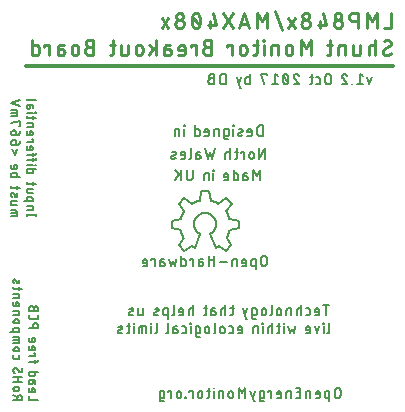
<source format=gbo>
G75*
%MOIN*%
%OFA0B0*%
%FSLAX25Y25*%
%IPPOS*%
%LPD*%
%AMOC8*
5,1,8,0,0,1.08239X$1,22.5*
%
%ADD10C,0.00600*%
%ADD11C,0.00900*%
%ADD12C,0.01200*%
%ADD13C,0.00500*%
D10*
X0084482Y0032773D02*
X0084438Y0032774D01*
X0084395Y0032780D01*
X0084352Y0032789D01*
X0084310Y0032802D01*
X0084269Y0032818D01*
X0084230Y0032838D01*
X0084193Y0032862D01*
X0084159Y0032889D01*
X0084126Y0032919D01*
X0084097Y0032951D01*
X0084071Y0032986D01*
X0084048Y0033023D01*
X0084028Y0033063D01*
X0084012Y0033103D01*
X0083999Y0033145D01*
X0083991Y0033188D01*
X0083986Y0033232D01*
X0083985Y0033276D01*
X0083988Y0033320D01*
X0083995Y0033363D01*
X0084006Y0033405D01*
X0084021Y0033447D01*
X0084039Y0033487D01*
X0084061Y0033525D01*
X0084086Y0033561D01*
X0084114Y0033594D01*
X0084145Y0033625D01*
X0084179Y0033653D01*
X0084215Y0033678D01*
X0084253Y0033700D01*
X0084293Y0033718D01*
X0085237Y0034096D01*
X0085237Y0034095D02*
X0085277Y0034113D01*
X0085315Y0034135D01*
X0085351Y0034160D01*
X0085385Y0034188D01*
X0085416Y0034219D01*
X0085444Y0034252D01*
X0085469Y0034288D01*
X0085491Y0034326D01*
X0085509Y0034366D01*
X0085524Y0034408D01*
X0085535Y0034450D01*
X0085542Y0034493D01*
X0085545Y0034537D01*
X0085544Y0034581D01*
X0085539Y0034624D01*
X0085531Y0034668D01*
X0085518Y0034710D01*
X0085502Y0034750D01*
X0085482Y0034790D01*
X0085459Y0034827D01*
X0085433Y0034862D01*
X0085404Y0034894D01*
X0085371Y0034924D01*
X0085337Y0034951D01*
X0085300Y0034975D01*
X0085261Y0034995D01*
X0085220Y0035011D01*
X0085178Y0035024D01*
X0085135Y0035033D01*
X0085092Y0035039D01*
X0085048Y0035040D01*
X0085521Y0032962D02*
X0085420Y0032928D01*
X0085319Y0032897D01*
X0085216Y0032870D01*
X0085113Y0032845D01*
X0085009Y0032825D01*
X0084904Y0032807D01*
X0084799Y0032794D01*
X0084694Y0032783D01*
X0084588Y0032777D01*
X0084482Y0032773D01*
X0084198Y0034851D02*
X0084279Y0034885D01*
X0084361Y0034916D01*
X0084444Y0034944D01*
X0084529Y0034968D01*
X0084614Y0034989D01*
X0084700Y0035006D01*
X0084786Y0035020D01*
X0084873Y0035030D01*
X0084961Y0035037D01*
X0085048Y0035040D01*
X0087000Y0035040D02*
X0088133Y0035040D01*
X0089325Y0035040D02*
X0089325Y0032773D01*
X0087756Y0033340D02*
X0087756Y0036173D01*
X0089230Y0036173D02*
X0089230Y0035985D01*
X0089419Y0035985D01*
X0089419Y0036173D01*
X0089230Y0036173D01*
X0091072Y0034473D02*
X0091072Y0032773D01*
X0092205Y0032773D02*
X0092205Y0035040D01*
X0091638Y0035040D02*
X0093338Y0035040D01*
X0093338Y0032773D01*
X0095085Y0032773D02*
X0095085Y0035040D01*
X0094990Y0035985D02*
X0095179Y0035985D01*
X0095179Y0036173D01*
X0094990Y0036173D01*
X0094990Y0035985D01*
X0096905Y0036173D02*
X0096905Y0033340D01*
X0096903Y0033293D01*
X0096897Y0033247D01*
X0096888Y0033201D01*
X0096874Y0033156D01*
X0096857Y0033112D01*
X0096837Y0033070D01*
X0096813Y0033030D01*
X0096785Y0032992D01*
X0096755Y0032956D01*
X0096722Y0032923D01*
X0096686Y0032893D01*
X0096648Y0032865D01*
X0096608Y0032841D01*
X0096566Y0032821D01*
X0096522Y0032804D01*
X0096477Y0032790D01*
X0096431Y0032781D01*
X0096385Y0032775D01*
X0096338Y0032773D01*
X0100178Y0032773D02*
X0100225Y0032775D01*
X0100271Y0032781D01*
X0100317Y0032790D01*
X0100362Y0032804D01*
X0100406Y0032821D01*
X0100448Y0032841D01*
X0100488Y0032865D01*
X0100526Y0032893D01*
X0100562Y0032923D01*
X0100595Y0032956D01*
X0100625Y0032992D01*
X0100653Y0033030D01*
X0100677Y0033070D01*
X0100697Y0033112D01*
X0100714Y0033156D01*
X0100728Y0033201D01*
X0100737Y0033247D01*
X0100743Y0033293D01*
X0100745Y0033340D01*
X0100745Y0036173D01*
X0100650Y0037640D02*
X0100650Y0041040D01*
X0099705Y0041040D01*
X0099658Y0041038D01*
X0099612Y0041032D01*
X0099566Y0041023D01*
X0099521Y0041009D01*
X0099477Y0040992D01*
X0099435Y0040972D01*
X0099395Y0040948D01*
X0099357Y0040920D01*
X0099321Y0040890D01*
X0099288Y0040857D01*
X0099258Y0040821D01*
X0099230Y0040783D01*
X0099206Y0040743D01*
X0099186Y0040701D01*
X0099169Y0040657D01*
X0099155Y0040612D01*
X0099146Y0040566D01*
X0099140Y0040520D01*
X0099138Y0040473D01*
X0099138Y0039340D01*
X0099140Y0039293D01*
X0099146Y0039247D01*
X0099155Y0039201D01*
X0099169Y0039156D01*
X0099186Y0039112D01*
X0099206Y0039070D01*
X0099230Y0039030D01*
X0099258Y0038992D01*
X0099288Y0038956D01*
X0099321Y0038923D01*
X0099357Y0038893D01*
X0099395Y0038865D01*
X0099435Y0038841D01*
X0099477Y0038821D01*
X0099521Y0038804D01*
X0099566Y0038790D01*
X0099612Y0038781D01*
X0099658Y0038775D01*
X0099705Y0038773D01*
X0100650Y0038773D01*
X0102134Y0038773D02*
X0102181Y0038775D01*
X0102227Y0038781D01*
X0102273Y0038790D01*
X0102318Y0038804D01*
X0102362Y0038821D01*
X0102404Y0038841D01*
X0102444Y0038865D01*
X0102482Y0038893D01*
X0102518Y0038923D01*
X0102551Y0038956D01*
X0102581Y0038992D01*
X0102609Y0039030D01*
X0102633Y0039070D01*
X0102653Y0039112D01*
X0102670Y0039156D01*
X0102684Y0039201D01*
X0102693Y0039247D01*
X0102699Y0039293D01*
X0102701Y0039340D01*
X0102701Y0042173D01*
X0104325Y0040285D02*
X0104325Y0039907D01*
X0105836Y0039907D01*
X0105836Y0040285D02*
X0105836Y0039340D01*
X0105837Y0039340D02*
X0105835Y0039293D01*
X0105829Y0039247D01*
X0105820Y0039201D01*
X0105806Y0039156D01*
X0105789Y0039112D01*
X0105769Y0039070D01*
X0105745Y0039030D01*
X0105717Y0038992D01*
X0105687Y0038956D01*
X0105654Y0038923D01*
X0105618Y0038893D01*
X0105580Y0038865D01*
X0105540Y0038841D01*
X0105498Y0038821D01*
X0105454Y0038804D01*
X0105409Y0038790D01*
X0105363Y0038781D01*
X0105317Y0038775D01*
X0105270Y0038773D01*
X0104325Y0038773D01*
X0104325Y0040285D02*
X0104327Y0040339D01*
X0104333Y0040393D01*
X0104342Y0040446D01*
X0104356Y0040498D01*
X0104373Y0040549D01*
X0104393Y0040599D01*
X0104417Y0040647D01*
X0104445Y0040694D01*
X0104476Y0040738D01*
X0104510Y0040780D01*
X0104546Y0040820D01*
X0104586Y0040856D01*
X0104628Y0040890D01*
X0104672Y0040921D01*
X0104719Y0040949D01*
X0104767Y0040973D01*
X0104817Y0040993D01*
X0104868Y0041010D01*
X0104920Y0041024D01*
X0104973Y0041033D01*
X0105027Y0041039D01*
X0105081Y0041041D01*
X0105135Y0041039D01*
X0105189Y0041033D01*
X0105242Y0041024D01*
X0105294Y0041010D01*
X0105345Y0040993D01*
X0105395Y0040973D01*
X0105443Y0040949D01*
X0105490Y0040921D01*
X0105534Y0040890D01*
X0105576Y0040856D01*
X0105616Y0040820D01*
X0105652Y0040780D01*
X0105686Y0040738D01*
X0105717Y0040694D01*
X0105745Y0040647D01*
X0105769Y0040599D01*
X0105789Y0040549D01*
X0105806Y0040498D01*
X0105820Y0040446D01*
X0105829Y0040393D01*
X0105835Y0040339D01*
X0105837Y0040285D01*
X0107565Y0040473D02*
X0107565Y0038773D01*
X0109076Y0038773D02*
X0109076Y0042173D01*
X0109076Y0041040D02*
X0108132Y0041040D01*
X0108085Y0041038D01*
X0108039Y0041032D01*
X0107993Y0041023D01*
X0107948Y0041009D01*
X0107904Y0040992D01*
X0107862Y0040972D01*
X0107822Y0040948D01*
X0107784Y0040920D01*
X0107748Y0040890D01*
X0107715Y0040857D01*
X0107685Y0040821D01*
X0107657Y0040783D01*
X0107633Y0040743D01*
X0107613Y0040701D01*
X0107596Y0040657D01*
X0107582Y0040612D01*
X0107573Y0040566D01*
X0107567Y0040520D01*
X0107565Y0040473D01*
X0108190Y0036173D02*
X0108190Y0035985D01*
X0108379Y0035985D01*
X0108379Y0036173D01*
X0108190Y0036173D01*
X0108285Y0035040D02*
X0108285Y0032773D01*
X0106754Y0033340D02*
X0106754Y0034473D01*
X0106755Y0034473D02*
X0106753Y0034520D01*
X0106747Y0034566D01*
X0106738Y0034612D01*
X0106724Y0034657D01*
X0106707Y0034701D01*
X0106687Y0034743D01*
X0106663Y0034783D01*
X0106635Y0034821D01*
X0106605Y0034857D01*
X0106572Y0034890D01*
X0106536Y0034920D01*
X0106498Y0034948D01*
X0106458Y0034972D01*
X0106416Y0034992D01*
X0106372Y0035009D01*
X0106327Y0035023D01*
X0106281Y0035032D01*
X0106235Y0035038D01*
X0106188Y0035040D01*
X0105432Y0035040D01*
X0103838Y0035040D02*
X0103083Y0035040D01*
X0103036Y0035038D01*
X0102990Y0035032D01*
X0102944Y0035023D01*
X0102899Y0035009D01*
X0102855Y0034992D01*
X0102813Y0034972D01*
X0102773Y0034948D01*
X0102735Y0034920D01*
X0102699Y0034890D01*
X0102666Y0034857D01*
X0102636Y0034821D01*
X0102608Y0034783D01*
X0102584Y0034743D01*
X0102564Y0034701D01*
X0102547Y0034657D01*
X0102533Y0034612D01*
X0102524Y0034566D01*
X0102518Y0034520D01*
X0102516Y0034473D01*
X0102516Y0032773D01*
X0103366Y0032773D01*
X0103366Y0032774D02*
X0103417Y0032776D01*
X0103467Y0032782D01*
X0103517Y0032791D01*
X0103565Y0032805D01*
X0103613Y0032822D01*
X0103659Y0032843D01*
X0103704Y0032867D01*
X0103746Y0032894D01*
X0103787Y0032925D01*
X0103824Y0032959D01*
X0103859Y0032995D01*
X0103892Y0033034D01*
X0103921Y0033076D01*
X0103947Y0033119D01*
X0103969Y0033165D01*
X0103988Y0033212D01*
X0104003Y0033260D01*
X0104015Y0033309D01*
X0104023Y0033359D01*
X0104027Y0033410D01*
X0104027Y0033460D01*
X0104023Y0033511D01*
X0104015Y0033561D01*
X0104003Y0033610D01*
X0103988Y0033658D01*
X0103969Y0033705D01*
X0103947Y0033751D01*
X0103921Y0033794D01*
X0103892Y0033836D01*
X0103859Y0033875D01*
X0103824Y0033911D01*
X0103787Y0033945D01*
X0103746Y0033976D01*
X0103704Y0034003D01*
X0103659Y0034027D01*
X0103613Y0034048D01*
X0103565Y0034065D01*
X0103517Y0034079D01*
X0103467Y0034088D01*
X0103417Y0034094D01*
X0103366Y0034096D01*
X0102516Y0034096D01*
X0105432Y0032773D02*
X0106188Y0032773D01*
X0106235Y0032775D01*
X0106281Y0032781D01*
X0106327Y0032790D01*
X0106372Y0032804D01*
X0106416Y0032821D01*
X0106458Y0032841D01*
X0106498Y0032865D01*
X0106536Y0032893D01*
X0106572Y0032923D01*
X0106605Y0032956D01*
X0106635Y0032992D01*
X0106663Y0033030D01*
X0106687Y0033070D01*
X0106707Y0033112D01*
X0106724Y0033156D01*
X0106738Y0033201D01*
X0106747Y0033247D01*
X0106753Y0033293D01*
X0106755Y0033340D01*
X0109956Y0032773D02*
X0110900Y0032773D01*
X0110947Y0032775D01*
X0110993Y0032781D01*
X0111039Y0032790D01*
X0111084Y0032804D01*
X0111128Y0032821D01*
X0111170Y0032841D01*
X0111210Y0032865D01*
X0111248Y0032893D01*
X0111284Y0032923D01*
X0111317Y0032956D01*
X0111347Y0032992D01*
X0111375Y0033030D01*
X0111399Y0033070D01*
X0111419Y0033112D01*
X0111436Y0033156D01*
X0111450Y0033201D01*
X0111459Y0033247D01*
X0111465Y0033293D01*
X0111467Y0033340D01*
X0111467Y0034473D01*
X0111465Y0034520D01*
X0111459Y0034566D01*
X0111450Y0034612D01*
X0111436Y0034657D01*
X0111419Y0034701D01*
X0111399Y0034743D01*
X0111375Y0034783D01*
X0111347Y0034821D01*
X0111317Y0034857D01*
X0111284Y0034890D01*
X0111248Y0034920D01*
X0111210Y0034948D01*
X0111170Y0034972D01*
X0111128Y0034992D01*
X0111084Y0035009D01*
X0111039Y0035023D01*
X0110993Y0035032D01*
X0110947Y0035038D01*
X0110900Y0035040D01*
X0109956Y0035040D01*
X0109956Y0032207D01*
X0109958Y0032160D01*
X0109964Y0032114D01*
X0109973Y0032068D01*
X0109987Y0032023D01*
X0110004Y0031979D01*
X0110024Y0031937D01*
X0110048Y0031897D01*
X0110076Y0031859D01*
X0110106Y0031823D01*
X0110139Y0031790D01*
X0110175Y0031760D01*
X0110213Y0031732D01*
X0110253Y0031708D01*
X0110295Y0031688D01*
X0110339Y0031671D01*
X0110384Y0031657D01*
X0110430Y0031648D01*
X0110476Y0031642D01*
X0110523Y0031640D01*
X0111278Y0031640D01*
X0113049Y0033529D02*
X0113049Y0034285D01*
X0113051Y0034339D01*
X0113057Y0034393D01*
X0113066Y0034446D01*
X0113080Y0034498D01*
X0113097Y0034549D01*
X0113117Y0034599D01*
X0113141Y0034647D01*
X0113169Y0034694D01*
X0113200Y0034738D01*
X0113234Y0034780D01*
X0113270Y0034820D01*
X0113310Y0034856D01*
X0113352Y0034890D01*
X0113396Y0034921D01*
X0113443Y0034949D01*
X0113491Y0034973D01*
X0113541Y0034993D01*
X0113592Y0035010D01*
X0113644Y0035024D01*
X0113697Y0035033D01*
X0113751Y0035039D01*
X0113805Y0035041D01*
X0113859Y0035039D01*
X0113913Y0035033D01*
X0113966Y0035024D01*
X0114018Y0035010D01*
X0114069Y0034993D01*
X0114119Y0034973D01*
X0114167Y0034949D01*
X0114214Y0034921D01*
X0114258Y0034890D01*
X0114300Y0034856D01*
X0114340Y0034820D01*
X0114376Y0034780D01*
X0114410Y0034738D01*
X0114441Y0034694D01*
X0114469Y0034647D01*
X0114493Y0034599D01*
X0114513Y0034549D01*
X0114530Y0034498D01*
X0114544Y0034446D01*
X0114553Y0034393D01*
X0114559Y0034339D01*
X0114561Y0034285D01*
X0114560Y0034285D02*
X0114560Y0033529D01*
X0114561Y0033529D02*
X0114559Y0033475D01*
X0114553Y0033421D01*
X0114544Y0033368D01*
X0114530Y0033316D01*
X0114513Y0033265D01*
X0114493Y0033215D01*
X0114469Y0033167D01*
X0114441Y0033120D01*
X0114410Y0033076D01*
X0114376Y0033034D01*
X0114340Y0032994D01*
X0114300Y0032958D01*
X0114258Y0032924D01*
X0114214Y0032893D01*
X0114167Y0032865D01*
X0114119Y0032841D01*
X0114069Y0032821D01*
X0114018Y0032804D01*
X0113966Y0032790D01*
X0113913Y0032781D01*
X0113859Y0032775D01*
X0113805Y0032773D01*
X0113751Y0032775D01*
X0113697Y0032781D01*
X0113644Y0032790D01*
X0113592Y0032804D01*
X0113541Y0032821D01*
X0113491Y0032841D01*
X0113443Y0032865D01*
X0113396Y0032893D01*
X0113352Y0032924D01*
X0113310Y0032958D01*
X0113270Y0032994D01*
X0113234Y0033034D01*
X0113200Y0033076D01*
X0113169Y0033120D01*
X0113141Y0033167D01*
X0113117Y0033215D01*
X0113097Y0033265D01*
X0113080Y0033316D01*
X0113066Y0033368D01*
X0113057Y0033421D01*
X0113051Y0033475D01*
X0113049Y0033529D01*
X0115898Y0032773D02*
X0115945Y0032775D01*
X0115991Y0032781D01*
X0116037Y0032790D01*
X0116082Y0032804D01*
X0116126Y0032821D01*
X0116168Y0032841D01*
X0116208Y0032865D01*
X0116246Y0032893D01*
X0116282Y0032923D01*
X0116315Y0032956D01*
X0116345Y0032992D01*
X0116373Y0033030D01*
X0116397Y0033070D01*
X0116417Y0033112D01*
X0116434Y0033156D01*
X0116448Y0033201D01*
X0116457Y0033247D01*
X0116463Y0033293D01*
X0116465Y0033340D01*
X0116465Y0036173D01*
X0118089Y0034285D02*
X0118089Y0033529D01*
X0118091Y0033475D01*
X0118097Y0033421D01*
X0118106Y0033368D01*
X0118120Y0033316D01*
X0118137Y0033265D01*
X0118157Y0033215D01*
X0118181Y0033167D01*
X0118209Y0033120D01*
X0118240Y0033076D01*
X0118274Y0033034D01*
X0118310Y0032994D01*
X0118350Y0032958D01*
X0118392Y0032924D01*
X0118436Y0032893D01*
X0118483Y0032865D01*
X0118531Y0032841D01*
X0118581Y0032821D01*
X0118632Y0032804D01*
X0118684Y0032790D01*
X0118737Y0032781D01*
X0118791Y0032775D01*
X0118845Y0032773D01*
X0118899Y0032775D01*
X0118953Y0032781D01*
X0119006Y0032790D01*
X0119058Y0032804D01*
X0119109Y0032821D01*
X0119159Y0032841D01*
X0119207Y0032865D01*
X0119254Y0032893D01*
X0119298Y0032924D01*
X0119340Y0032958D01*
X0119380Y0032994D01*
X0119416Y0033034D01*
X0119450Y0033076D01*
X0119481Y0033120D01*
X0119509Y0033167D01*
X0119533Y0033215D01*
X0119553Y0033265D01*
X0119570Y0033316D01*
X0119584Y0033368D01*
X0119593Y0033421D01*
X0119599Y0033475D01*
X0119601Y0033529D01*
X0119600Y0033529D02*
X0119600Y0034285D01*
X0119601Y0034285D02*
X0119599Y0034339D01*
X0119593Y0034393D01*
X0119584Y0034446D01*
X0119570Y0034498D01*
X0119553Y0034549D01*
X0119533Y0034599D01*
X0119509Y0034647D01*
X0119481Y0034694D01*
X0119450Y0034738D01*
X0119416Y0034780D01*
X0119380Y0034820D01*
X0119340Y0034856D01*
X0119298Y0034890D01*
X0119254Y0034921D01*
X0119207Y0034949D01*
X0119159Y0034973D01*
X0119109Y0034993D01*
X0119058Y0035010D01*
X0119006Y0035024D01*
X0118953Y0035033D01*
X0118899Y0035039D01*
X0118845Y0035041D01*
X0118791Y0035039D01*
X0118737Y0035033D01*
X0118684Y0035024D01*
X0118632Y0035010D01*
X0118581Y0034993D01*
X0118531Y0034973D01*
X0118483Y0034949D01*
X0118436Y0034921D01*
X0118392Y0034890D01*
X0118350Y0034856D01*
X0118310Y0034820D01*
X0118274Y0034780D01*
X0118240Y0034738D01*
X0118209Y0034694D01*
X0118181Y0034647D01*
X0118157Y0034599D01*
X0118137Y0034549D01*
X0118120Y0034498D01*
X0118106Y0034446D01*
X0118097Y0034393D01*
X0118091Y0034339D01*
X0118089Y0034285D01*
X0121032Y0035040D02*
X0121788Y0035040D01*
X0121835Y0035038D01*
X0121881Y0035032D01*
X0121927Y0035023D01*
X0121972Y0035009D01*
X0122016Y0034992D01*
X0122058Y0034972D01*
X0122098Y0034948D01*
X0122136Y0034920D01*
X0122172Y0034890D01*
X0122205Y0034857D01*
X0122235Y0034821D01*
X0122263Y0034783D01*
X0122287Y0034743D01*
X0122307Y0034701D01*
X0122324Y0034657D01*
X0122338Y0034612D01*
X0122347Y0034566D01*
X0122353Y0034520D01*
X0122355Y0034473D01*
X0122354Y0034473D02*
X0122354Y0033340D01*
X0122355Y0033340D02*
X0122353Y0033293D01*
X0122347Y0033247D01*
X0122338Y0033201D01*
X0122324Y0033156D01*
X0122307Y0033112D01*
X0122287Y0033070D01*
X0122263Y0033030D01*
X0122235Y0032992D01*
X0122205Y0032956D01*
X0122172Y0032923D01*
X0122136Y0032893D01*
X0122098Y0032865D01*
X0122058Y0032841D01*
X0122016Y0032821D01*
X0121972Y0032804D01*
X0121927Y0032790D01*
X0121881Y0032781D01*
X0121835Y0032775D01*
X0121788Y0032773D01*
X0121032Y0032773D01*
X0123969Y0032773D02*
X0124914Y0032773D01*
X0124961Y0032775D01*
X0125007Y0032781D01*
X0125053Y0032790D01*
X0125098Y0032804D01*
X0125142Y0032821D01*
X0125184Y0032841D01*
X0125224Y0032865D01*
X0125262Y0032893D01*
X0125298Y0032923D01*
X0125331Y0032956D01*
X0125361Y0032992D01*
X0125389Y0033030D01*
X0125413Y0033070D01*
X0125433Y0033112D01*
X0125450Y0033156D01*
X0125464Y0033201D01*
X0125473Y0033247D01*
X0125479Y0033293D01*
X0125481Y0033340D01*
X0125480Y0033340D02*
X0125480Y0034285D01*
X0125480Y0033907D02*
X0123969Y0033907D01*
X0123969Y0034285D01*
X0123971Y0034339D01*
X0123977Y0034393D01*
X0123986Y0034446D01*
X0124000Y0034498D01*
X0124017Y0034549D01*
X0124037Y0034599D01*
X0124061Y0034647D01*
X0124089Y0034694D01*
X0124120Y0034738D01*
X0124154Y0034780D01*
X0124190Y0034820D01*
X0124230Y0034856D01*
X0124272Y0034890D01*
X0124316Y0034921D01*
X0124363Y0034949D01*
X0124411Y0034973D01*
X0124461Y0034993D01*
X0124512Y0035010D01*
X0124564Y0035024D01*
X0124617Y0035033D01*
X0124671Y0035039D01*
X0124725Y0035041D01*
X0124779Y0035039D01*
X0124833Y0035033D01*
X0124886Y0035024D01*
X0124938Y0035010D01*
X0124989Y0034993D01*
X0125039Y0034973D01*
X0125087Y0034949D01*
X0125134Y0034921D01*
X0125178Y0034890D01*
X0125220Y0034856D01*
X0125260Y0034820D01*
X0125296Y0034780D01*
X0125330Y0034738D01*
X0125361Y0034694D01*
X0125389Y0034647D01*
X0125413Y0034599D01*
X0125433Y0034549D01*
X0125450Y0034498D01*
X0125464Y0034446D01*
X0125473Y0034393D01*
X0125479Y0034339D01*
X0125481Y0034285D01*
X0126818Y0037640D02*
X0125685Y0041040D01*
X0127196Y0041040D02*
X0126441Y0038773D01*
X0126818Y0037640D02*
X0127196Y0037640D01*
X0128832Y0038207D02*
X0128832Y0041040D01*
X0129776Y0041040D01*
X0129823Y0041038D01*
X0129869Y0041032D01*
X0129915Y0041023D01*
X0129960Y0041009D01*
X0130004Y0040992D01*
X0130046Y0040972D01*
X0130086Y0040948D01*
X0130124Y0040920D01*
X0130160Y0040890D01*
X0130193Y0040857D01*
X0130223Y0040821D01*
X0130251Y0040783D01*
X0130275Y0040743D01*
X0130295Y0040701D01*
X0130312Y0040657D01*
X0130326Y0040612D01*
X0130335Y0040566D01*
X0130341Y0040520D01*
X0130343Y0040473D01*
X0130343Y0039340D01*
X0130341Y0039293D01*
X0130335Y0039247D01*
X0130326Y0039201D01*
X0130312Y0039156D01*
X0130295Y0039112D01*
X0130275Y0039070D01*
X0130251Y0039030D01*
X0130223Y0038992D01*
X0130193Y0038956D01*
X0130160Y0038923D01*
X0130124Y0038893D01*
X0130086Y0038865D01*
X0130046Y0038841D01*
X0130004Y0038821D01*
X0129960Y0038804D01*
X0129915Y0038790D01*
X0129869Y0038781D01*
X0129823Y0038775D01*
X0129776Y0038773D01*
X0128832Y0038773D01*
X0128831Y0038207D02*
X0128833Y0038160D01*
X0128839Y0038114D01*
X0128848Y0038068D01*
X0128862Y0038023D01*
X0128879Y0037979D01*
X0128899Y0037937D01*
X0128923Y0037897D01*
X0128951Y0037859D01*
X0128981Y0037823D01*
X0129014Y0037790D01*
X0129050Y0037760D01*
X0129088Y0037732D01*
X0129128Y0037708D01*
X0129170Y0037688D01*
X0129214Y0037671D01*
X0129259Y0037657D01*
X0129305Y0037648D01*
X0129351Y0037642D01*
X0129398Y0037640D01*
X0130154Y0037640D01*
X0132190Y0036173D02*
X0132190Y0035985D01*
X0132379Y0035985D01*
X0132379Y0036173D01*
X0132190Y0036173D01*
X0132285Y0035040D02*
X0132285Y0032773D01*
X0133929Y0032773D02*
X0133929Y0034473D01*
X0133931Y0034520D01*
X0133937Y0034566D01*
X0133946Y0034612D01*
X0133960Y0034657D01*
X0133977Y0034701D01*
X0133997Y0034743D01*
X0134021Y0034783D01*
X0134049Y0034821D01*
X0134079Y0034857D01*
X0134112Y0034890D01*
X0134148Y0034920D01*
X0134186Y0034948D01*
X0134226Y0034972D01*
X0134268Y0034992D01*
X0134312Y0035009D01*
X0134357Y0035023D01*
X0134403Y0035032D01*
X0134449Y0035038D01*
X0134496Y0035040D01*
X0135440Y0035040D01*
X0135440Y0036173D02*
X0135440Y0032773D01*
X0137040Y0032773D02*
X0137229Y0032773D01*
X0137276Y0032775D01*
X0137322Y0032781D01*
X0137368Y0032790D01*
X0137413Y0032804D01*
X0137457Y0032821D01*
X0137499Y0032841D01*
X0137539Y0032865D01*
X0137577Y0032893D01*
X0137613Y0032923D01*
X0137646Y0032956D01*
X0137676Y0032992D01*
X0137704Y0033030D01*
X0137728Y0033070D01*
X0137748Y0033112D01*
X0137765Y0033156D01*
X0137779Y0033201D01*
X0137788Y0033247D01*
X0137794Y0033293D01*
X0137796Y0033340D01*
X0137795Y0033340D02*
X0137795Y0036173D01*
X0138173Y0035040D02*
X0137040Y0035040D01*
X0139365Y0035040D02*
X0139365Y0032773D01*
X0141438Y0032773D02*
X0140871Y0035040D01*
X0142005Y0034285D02*
X0141438Y0032773D01*
X0142571Y0032773D02*
X0142005Y0034285D01*
X0143138Y0035040D02*
X0142571Y0032773D01*
X0146649Y0032773D02*
X0147593Y0032773D01*
X0147640Y0032775D01*
X0147686Y0032781D01*
X0147732Y0032790D01*
X0147777Y0032804D01*
X0147821Y0032821D01*
X0147863Y0032841D01*
X0147903Y0032865D01*
X0147941Y0032893D01*
X0147977Y0032923D01*
X0148010Y0032956D01*
X0148040Y0032992D01*
X0148068Y0033030D01*
X0148092Y0033070D01*
X0148112Y0033112D01*
X0148129Y0033156D01*
X0148143Y0033201D01*
X0148152Y0033247D01*
X0148158Y0033293D01*
X0148160Y0033340D01*
X0148160Y0034285D01*
X0148160Y0033907D02*
X0146649Y0033907D01*
X0146649Y0034285D01*
X0146651Y0034339D01*
X0146657Y0034393D01*
X0146666Y0034446D01*
X0146680Y0034498D01*
X0146697Y0034549D01*
X0146717Y0034599D01*
X0146741Y0034647D01*
X0146769Y0034694D01*
X0146800Y0034738D01*
X0146834Y0034780D01*
X0146870Y0034820D01*
X0146910Y0034856D01*
X0146952Y0034890D01*
X0146996Y0034921D01*
X0147043Y0034949D01*
X0147091Y0034973D01*
X0147141Y0034993D01*
X0147192Y0035010D01*
X0147244Y0035024D01*
X0147297Y0035033D01*
X0147351Y0035039D01*
X0147405Y0035041D01*
X0147459Y0035039D01*
X0147513Y0035033D01*
X0147566Y0035024D01*
X0147618Y0035010D01*
X0147669Y0034993D01*
X0147719Y0034973D01*
X0147767Y0034949D01*
X0147814Y0034921D01*
X0147858Y0034890D01*
X0147900Y0034856D01*
X0147940Y0034820D01*
X0147976Y0034780D01*
X0148010Y0034738D01*
X0148041Y0034694D01*
X0148069Y0034647D01*
X0148093Y0034599D01*
X0148113Y0034549D01*
X0148130Y0034498D01*
X0148144Y0034446D01*
X0148153Y0034393D01*
X0148159Y0034339D01*
X0148161Y0034285D01*
X0149649Y0035040D02*
X0150405Y0032773D01*
X0151160Y0035040D01*
X0152565Y0035040D02*
X0152565Y0032773D01*
X0153818Y0032773D02*
X0153865Y0032775D01*
X0153911Y0032781D01*
X0153957Y0032790D01*
X0154002Y0032804D01*
X0154046Y0032821D01*
X0154088Y0032841D01*
X0154128Y0032865D01*
X0154166Y0032893D01*
X0154202Y0032923D01*
X0154235Y0032956D01*
X0154265Y0032992D01*
X0154293Y0033030D01*
X0154317Y0033070D01*
X0154337Y0033112D01*
X0154354Y0033156D01*
X0154368Y0033201D01*
X0154377Y0033247D01*
X0154383Y0033293D01*
X0154385Y0033340D01*
X0154385Y0036173D01*
X0152659Y0036173D02*
X0152470Y0036173D01*
X0152470Y0035985D01*
X0152659Y0035985D01*
X0152659Y0036173D01*
X0153440Y0038773D02*
X0153440Y0042173D01*
X0152496Y0042173D02*
X0154385Y0042173D01*
X0151076Y0040285D02*
X0151076Y0039340D01*
X0151074Y0039293D01*
X0151068Y0039247D01*
X0151059Y0039201D01*
X0151045Y0039156D01*
X0151028Y0039112D01*
X0151008Y0039070D01*
X0150984Y0039030D01*
X0150956Y0038992D01*
X0150926Y0038956D01*
X0150893Y0038923D01*
X0150857Y0038893D01*
X0150819Y0038865D01*
X0150779Y0038841D01*
X0150737Y0038821D01*
X0150693Y0038804D01*
X0150648Y0038790D01*
X0150602Y0038781D01*
X0150556Y0038775D01*
X0150509Y0038773D01*
X0149565Y0038773D01*
X0149565Y0039907D02*
X0151076Y0039907D01*
X0151076Y0040285D02*
X0151074Y0040339D01*
X0151068Y0040393D01*
X0151059Y0040446D01*
X0151045Y0040498D01*
X0151028Y0040549D01*
X0151008Y0040599D01*
X0150984Y0040647D01*
X0150956Y0040694D01*
X0150925Y0040738D01*
X0150891Y0040780D01*
X0150855Y0040820D01*
X0150815Y0040856D01*
X0150773Y0040890D01*
X0150729Y0040921D01*
X0150682Y0040949D01*
X0150634Y0040973D01*
X0150584Y0040993D01*
X0150533Y0041010D01*
X0150481Y0041024D01*
X0150428Y0041033D01*
X0150374Y0041039D01*
X0150320Y0041041D01*
X0150266Y0041039D01*
X0150212Y0041033D01*
X0150159Y0041024D01*
X0150107Y0041010D01*
X0150056Y0040993D01*
X0150006Y0040973D01*
X0149958Y0040949D01*
X0149911Y0040921D01*
X0149867Y0040890D01*
X0149825Y0040856D01*
X0149785Y0040820D01*
X0149749Y0040780D01*
X0149715Y0040738D01*
X0149684Y0040694D01*
X0149656Y0040647D01*
X0149632Y0040599D01*
X0149612Y0040549D01*
X0149595Y0040498D01*
X0149581Y0040446D01*
X0149572Y0040393D01*
X0149566Y0040339D01*
X0149564Y0040285D01*
X0149565Y0040285D02*
X0149565Y0039907D01*
X0147950Y0039340D02*
X0147950Y0040473D01*
X0147948Y0040520D01*
X0147942Y0040566D01*
X0147933Y0040612D01*
X0147919Y0040657D01*
X0147902Y0040701D01*
X0147882Y0040743D01*
X0147858Y0040783D01*
X0147830Y0040821D01*
X0147800Y0040857D01*
X0147767Y0040890D01*
X0147731Y0040920D01*
X0147693Y0040948D01*
X0147653Y0040972D01*
X0147611Y0040992D01*
X0147567Y0041009D01*
X0147522Y0041023D01*
X0147476Y0041032D01*
X0147430Y0041038D01*
X0147383Y0041040D01*
X0146628Y0041040D01*
X0145076Y0041040D02*
X0144132Y0041040D01*
X0144085Y0041038D01*
X0144039Y0041032D01*
X0143993Y0041023D01*
X0143948Y0041009D01*
X0143904Y0040992D01*
X0143862Y0040972D01*
X0143822Y0040948D01*
X0143784Y0040920D01*
X0143748Y0040890D01*
X0143715Y0040857D01*
X0143685Y0040821D01*
X0143657Y0040783D01*
X0143633Y0040743D01*
X0143613Y0040701D01*
X0143596Y0040657D01*
X0143582Y0040612D01*
X0143573Y0040566D01*
X0143567Y0040520D01*
X0143565Y0040473D01*
X0143565Y0038773D01*
X0145076Y0038773D02*
X0145076Y0042173D01*
X0141716Y0041040D02*
X0140772Y0041040D01*
X0140725Y0041038D01*
X0140679Y0041032D01*
X0140633Y0041023D01*
X0140588Y0041009D01*
X0140544Y0040992D01*
X0140502Y0040972D01*
X0140462Y0040948D01*
X0140424Y0040920D01*
X0140388Y0040890D01*
X0140355Y0040857D01*
X0140325Y0040821D01*
X0140297Y0040783D01*
X0140273Y0040743D01*
X0140253Y0040701D01*
X0140236Y0040657D01*
X0140222Y0040612D01*
X0140213Y0040566D01*
X0140207Y0040520D01*
X0140205Y0040473D01*
X0140205Y0038773D01*
X0141716Y0038773D02*
X0141716Y0041040D01*
X0138476Y0040285D02*
X0138476Y0039529D01*
X0138474Y0039475D01*
X0138468Y0039421D01*
X0138459Y0039368D01*
X0138445Y0039316D01*
X0138428Y0039265D01*
X0138408Y0039215D01*
X0138384Y0039167D01*
X0138356Y0039120D01*
X0138325Y0039076D01*
X0138291Y0039034D01*
X0138255Y0038994D01*
X0138215Y0038958D01*
X0138173Y0038924D01*
X0138129Y0038893D01*
X0138082Y0038865D01*
X0138034Y0038841D01*
X0137984Y0038821D01*
X0137933Y0038804D01*
X0137881Y0038790D01*
X0137828Y0038781D01*
X0137774Y0038775D01*
X0137720Y0038773D01*
X0137666Y0038775D01*
X0137612Y0038781D01*
X0137559Y0038790D01*
X0137507Y0038804D01*
X0137456Y0038821D01*
X0137406Y0038841D01*
X0137358Y0038865D01*
X0137311Y0038893D01*
X0137267Y0038924D01*
X0137225Y0038958D01*
X0137185Y0038994D01*
X0137149Y0039034D01*
X0137115Y0039076D01*
X0137084Y0039120D01*
X0137056Y0039167D01*
X0137032Y0039215D01*
X0137012Y0039265D01*
X0136995Y0039316D01*
X0136981Y0039368D01*
X0136972Y0039421D01*
X0136966Y0039475D01*
X0136964Y0039529D01*
X0136965Y0039529D02*
X0136965Y0040285D01*
X0136964Y0040285D02*
X0136966Y0040339D01*
X0136972Y0040393D01*
X0136981Y0040446D01*
X0136995Y0040498D01*
X0137012Y0040549D01*
X0137032Y0040599D01*
X0137056Y0040647D01*
X0137084Y0040694D01*
X0137115Y0040738D01*
X0137149Y0040780D01*
X0137185Y0040820D01*
X0137225Y0040856D01*
X0137267Y0040890D01*
X0137311Y0040921D01*
X0137358Y0040949D01*
X0137406Y0040973D01*
X0137456Y0040993D01*
X0137507Y0041010D01*
X0137559Y0041024D01*
X0137612Y0041033D01*
X0137666Y0041039D01*
X0137720Y0041041D01*
X0137774Y0041039D01*
X0137828Y0041033D01*
X0137881Y0041024D01*
X0137933Y0041010D01*
X0137984Y0040993D01*
X0138034Y0040973D01*
X0138082Y0040949D01*
X0138129Y0040921D01*
X0138173Y0040890D01*
X0138215Y0040856D01*
X0138255Y0040820D01*
X0138291Y0040780D01*
X0138325Y0040738D01*
X0138356Y0040694D01*
X0138384Y0040647D01*
X0138408Y0040599D01*
X0138428Y0040549D01*
X0138445Y0040498D01*
X0138459Y0040446D01*
X0138468Y0040393D01*
X0138474Y0040339D01*
X0138476Y0040285D01*
X0135341Y0039340D02*
X0135341Y0042173D01*
X0133436Y0040285D02*
X0133436Y0039529D01*
X0133434Y0039475D01*
X0133428Y0039421D01*
X0133419Y0039368D01*
X0133405Y0039316D01*
X0133388Y0039265D01*
X0133368Y0039215D01*
X0133344Y0039167D01*
X0133316Y0039120D01*
X0133285Y0039076D01*
X0133251Y0039034D01*
X0133215Y0038994D01*
X0133175Y0038958D01*
X0133133Y0038924D01*
X0133089Y0038893D01*
X0133042Y0038865D01*
X0132994Y0038841D01*
X0132944Y0038821D01*
X0132893Y0038804D01*
X0132841Y0038790D01*
X0132788Y0038781D01*
X0132734Y0038775D01*
X0132680Y0038773D01*
X0132626Y0038775D01*
X0132572Y0038781D01*
X0132519Y0038790D01*
X0132467Y0038804D01*
X0132416Y0038821D01*
X0132366Y0038841D01*
X0132318Y0038865D01*
X0132271Y0038893D01*
X0132227Y0038924D01*
X0132185Y0038958D01*
X0132145Y0038994D01*
X0132109Y0039034D01*
X0132075Y0039076D01*
X0132044Y0039120D01*
X0132016Y0039167D01*
X0131992Y0039215D01*
X0131972Y0039265D01*
X0131955Y0039316D01*
X0131941Y0039368D01*
X0131932Y0039421D01*
X0131926Y0039475D01*
X0131924Y0039529D01*
X0131925Y0039529D02*
X0131925Y0040285D01*
X0131924Y0040285D02*
X0131926Y0040339D01*
X0131932Y0040393D01*
X0131941Y0040446D01*
X0131955Y0040498D01*
X0131972Y0040549D01*
X0131992Y0040599D01*
X0132016Y0040647D01*
X0132044Y0040694D01*
X0132075Y0040738D01*
X0132109Y0040780D01*
X0132145Y0040820D01*
X0132185Y0040856D01*
X0132227Y0040890D01*
X0132271Y0040921D01*
X0132318Y0040949D01*
X0132366Y0040973D01*
X0132416Y0040993D01*
X0132467Y0041010D01*
X0132519Y0041024D01*
X0132572Y0041033D01*
X0132626Y0041039D01*
X0132680Y0041041D01*
X0132734Y0041039D01*
X0132788Y0041033D01*
X0132841Y0041024D01*
X0132893Y0041010D01*
X0132944Y0040993D01*
X0132994Y0040973D01*
X0133042Y0040949D01*
X0133089Y0040921D01*
X0133133Y0040890D01*
X0133175Y0040856D01*
X0133215Y0040820D01*
X0133251Y0040780D01*
X0133285Y0040738D01*
X0133316Y0040694D01*
X0133344Y0040647D01*
X0133368Y0040599D01*
X0133388Y0040549D01*
X0133405Y0040498D01*
X0133419Y0040446D01*
X0133428Y0040393D01*
X0133434Y0040339D01*
X0133436Y0040285D01*
X0134774Y0038773D02*
X0134821Y0038775D01*
X0134867Y0038781D01*
X0134913Y0038790D01*
X0134958Y0038804D01*
X0135002Y0038821D01*
X0135044Y0038841D01*
X0135084Y0038865D01*
X0135122Y0038893D01*
X0135158Y0038923D01*
X0135191Y0038956D01*
X0135221Y0038992D01*
X0135249Y0039030D01*
X0135273Y0039070D01*
X0135293Y0039112D01*
X0135310Y0039156D01*
X0135324Y0039201D01*
X0135333Y0039247D01*
X0135339Y0039293D01*
X0135341Y0039340D01*
X0139270Y0036173D02*
X0139270Y0035985D01*
X0139459Y0035985D01*
X0139459Y0036173D01*
X0139270Y0036173D01*
X0146628Y0038773D02*
X0147383Y0038773D01*
X0147430Y0038775D01*
X0147476Y0038781D01*
X0147522Y0038790D01*
X0147567Y0038804D01*
X0147611Y0038821D01*
X0147653Y0038841D01*
X0147693Y0038865D01*
X0147731Y0038893D01*
X0147767Y0038923D01*
X0147800Y0038956D01*
X0147830Y0038992D01*
X0147858Y0039030D01*
X0147882Y0039070D01*
X0147902Y0039112D01*
X0147919Y0039156D01*
X0147933Y0039201D01*
X0147942Y0039247D01*
X0147948Y0039293D01*
X0147950Y0039340D01*
X0130640Y0035040D02*
X0130640Y0032773D01*
X0129129Y0032773D02*
X0129129Y0034473D01*
X0129131Y0034520D01*
X0129137Y0034566D01*
X0129146Y0034612D01*
X0129160Y0034657D01*
X0129177Y0034701D01*
X0129197Y0034743D01*
X0129221Y0034783D01*
X0129249Y0034821D01*
X0129279Y0034857D01*
X0129312Y0034890D01*
X0129348Y0034920D01*
X0129386Y0034948D01*
X0129426Y0034972D01*
X0129468Y0034992D01*
X0129512Y0035009D01*
X0129557Y0035023D01*
X0129603Y0035032D01*
X0129649Y0035038D01*
X0129696Y0035040D01*
X0130640Y0035040D01*
X0122231Y0039340D02*
X0122231Y0042173D01*
X0122609Y0041040D02*
X0121476Y0041040D01*
X0119876Y0041040D02*
X0118932Y0041040D01*
X0118885Y0041038D01*
X0118839Y0041032D01*
X0118793Y0041023D01*
X0118748Y0041009D01*
X0118704Y0040992D01*
X0118662Y0040972D01*
X0118622Y0040948D01*
X0118584Y0040920D01*
X0118548Y0040890D01*
X0118515Y0040857D01*
X0118485Y0040821D01*
X0118457Y0040783D01*
X0118433Y0040743D01*
X0118413Y0040701D01*
X0118396Y0040657D01*
X0118382Y0040612D01*
X0118373Y0040566D01*
X0118367Y0040520D01*
X0118365Y0040473D01*
X0118365Y0038773D01*
X0119876Y0038773D02*
X0119876Y0042173D01*
X0122232Y0039340D02*
X0122230Y0039293D01*
X0122224Y0039247D01*
X0122215Y0039201D01*
X0122201Y0039156D01*
X0122184Y0039112D01*
X0122164Y0039070D01*
X0122140Y0039030D01*
X0122112Y0038992D01*
X0122082Y0038956D01*
X0122049Y0038923D01*
X0122013Y0038893D01*
X0121975Y0038865D01*
X0121935Y0038841D01*
X0121893Y0038821D01*
X0121849Y0038804D01*
X0121804Y0038790D01*
X0121758Y0038781D01*
X0121712Y0038775D01*
X0121665Y0038773D01*
X0121476Y0038773D01*
X0116002Y0038773D02*
X0115152Y0038773D01*
X0115152Y0040473D01*
X0115152Y0040096D02*
X0116002Y0040096D01*
X0115151Y0040473D02*
X0115153Y0040520D01*
X0115159Y0040566D01*
X0115168Y0040612D01*
X0115182Y0040657D01*
X0115199Y0040701D01*
X0115219Y0040743D01*
X0115243Y0040783D01*
X0115271Y0040821D01*
X0115301Y0040857D01*
X0115334Y0040890D01*
X0115370Y0040920D01*
X0115408Y0040948D01*
X0115448Y0040972D01*
X0115490Y0040992D01*
X0115534Y0041009D01*
X0115579Y0041023D01*
X0115625Y0041032D01*
X0115671Y0041038D01*
X0115718Y0041040D01*
X0116474Y0041040D01*
X0116002Y0040096D02*
X0116053Y0040094D01*
X0116103Y0040088D01*
X0116153Y0040079D01*
X0116201Y0040065D01*
X0116249Y0040048D01*
X0116295Y0040027D01*
X0116340Y0040003D01*
X0116382Y0039976D01*
X0116423Y0039945D01*
X0116460Y0039911D01*
X0116495Y0039875D01*
X0116528Y0039836D01*
X0116557Y0039794D01*
X0116583Y0039751D01*
X0116605Y0039705D01*
X0116624Y0039658D01*
X0116639Y0039610D01*
X0116651Y0039561D01*
X0116659Y0039511D01*
X0116663Y0039460D01*
X0116663Y0039410D01*
X0116659Y0039359D01*
X0116651Y0039309D01*
X0116639Y0039260D01*
X0116624Y0039212D01*
X0116605Y0039165D01*
X0116583Y0039119D01*
X0116557Y0039076D01*
X0116528Y0039034D01*
X0116495Y0038995D01*
X0116460Y0038959D01*
X0116423Y0038925D01*
X0116382Y0038894D01*
X0116340Y0038867D01*
X0116295Y0038843D01*
X0116249Y0038822D01*
X0116201Y0038805D01*
X0116153Y0038791D01*
X0116103Y0038782D01*
X0116053Y0038776D01*
X0116002Y0038774D01*
X0113351Y0039340D02*
X0113351Y0042173D01*
X0113729Y0041040D02*
X0112596Y0041040D01*
X0113352Y0039340D02*
X0113350Y0039293D01*
X0113344Y0039247D01*
X0113335Y0039201D01*
X0113321Y0039156D01*
X0113304Y0039112D01*
X0113284Y0039070D01*
X0113260Y0039030D01*
X0113232Y0038992D01*
X0113202Y0038956D01*
X0113169Y0038923D01*
X0113133Y0038893D01*
X0113095Y0038865D01*
X0113055Y0038841D01*
X0113013Y0038821D01*
X0112969Y0038804D01*
X0112924Y0038790D01*
X0112878Y0038781D01*
X0112832Y0038775D01*
X0112785Y0038773D01*
X0112596Y0038773D01*
X0097273Y0040096D02*
X0096328Y0039718D01*
X0096288Y0039700D01*
X0096250Y0039678D01*
X0096214Y0039653D01*
X0096180Y0039625D01*
X0096149Y0039594D01*
X0096121Y0039561D01*
X0096096Y0039525D01*
X0096074Y0039487D01*
X0096056Y0039447D01*
X0096041Y0039405D01*
X0096030Y0039363D01*
X0096023Y0039320D01*
X0096020Y0039276D01*
X0096021Y0039232D01*
X0096026Y0039188D01*
X0096034Y0039145D01*
X0096047Y0039103D01*
X0096063Y0039063D01*
X0096083Y0039023D01*
X0096106Y0038986D01*
X0096132Y0038951D01*
X0096161Y0038919D01*
X0096194Y0038889D01*
X0096228Y0038862D01*
X0096265Y0038838D01*
X0096304Y0038818D01*
X0096345Y0038802D01*
X0096387Y0038789D01*
X0096430Y0038780D01*
X0096473Y0038774D01*
X0096517Y0038773D01*
X0096234Y0040851D02*
X0096315Y0040885D01*
X0096397Y0040916D01*
X0096480Y0040944D01*
X0096565Y0040968D01*
X0096650Y0040989D01*
X0096736Y0041006D01*
X0096822Y0041020D01*
X0096909Y0041030D01*
X0096997Y0041037D01*
X0097084Y0041040D01*
X0097128Y0041039D01*
X0097171Y0041033D01*
X0097214Y0041024D01*
X0097256Y0041011D01*
X0097297Y0040995D01*
X0097336Y0040975D01*
X0097373Y0040951D01*
X0097407Y0040924D01*
X0097440Y0040894D01*
X0097469Y0040862D01*
X0097495Y0040827D01*
X0097518Y0040790D01*
X0097538Y0040750D01*
X0097554Y0040710D01*
X0097567Y0040668D01*
X0097575Y0040624D01*
X0097580Y0040581D01*
X0097581Y0040537D01*
X0097578Y0040493D01*
X0097571Y0040450D01*
X0097560Y0040408D01*
X0097545Y0040366D01*
X0097527Y0040326D01*
X0097505Y0040288D01*
X0097480Y0040252D01*
X0097452Y0040219D01*
X0097421Y0040188D01*
X0097387Y0040160D01*
X0097351Y0040135D01*
X0097313Y0040113D01*
X0097273Y0040095D01*
X0097557Y0038962D02*
X0097456Y0038928D01*
X0097355Y0038897D01*
X0097252Y0038870D01*
X0097149Y0038845D01*
X0097045Y0038825D01*
X0096940Y0038807D01*
X0096835Y0038794D01*
X0096730Y0038783D01*
X0096624Y0038777D01*
X0096518Y0038773D01*
X0092396Y0039340D02*
X0092396Y0041040D01*
X0090885Y0041040D02*
X0090885Y0038773D01*
X0091830Y0038773D01*
X0091877Y0038775D01*
X0091923Y0038781D01*
X0091969Y0038790D01*
X0092014Y0038804D01*
X0092058Y0038821D01*
X0092100Y0038841D01*
X0092140Y0038865D01*
X0092178Y0038893D01*
X0092214Y0038923D01*
X0092247Y0038956D01*
X0092277Y0038992D01*
X0092305Y0039030D01*
X0092329Y0039070D01*
X0092349Y0039112D01*
X0092366Y0039156D01*
X0092380Y0039201D01*
X0092389Y0039247D01*
X0092395Y0039293D01*
X0092397Y0039340D01*
X0088873Y0040096D02*
X0087929Y0039718D01*
X0087928Y0039718D02*
X0087888Y0039700D01*
X0087850Y0039678D01*
X0087814Y0039653D01*
X0087780Y0039625D01*
X0087749Y0039594D01*
X0087721Y0039561D01*
X0087696Y0039525D01*
X0087674Y0039487D01*
X0087656Y0039447D01*
X0087641Y0039405D01*
X0087630Y0039363D01*
X0087623Y0039320D01*
X0087620Y0039276D01*
X0087621Y0039232D01*
X0087626Y0039188D01*
X0087634Y0039145D01*
X0087647Y0039103D01*
X0087663Y0039063D01*
X0087683Y0039023D01*
X0087706Y0038986D01*
X0087732Y0038951D01*
X0087761Y0038919D01*
X0087794Y0038889D01*
X0087828Y0038862D01*
X0087865Y0038838D01*
X0087904Y0038818D01*
X0087945Y0038802D01*
X0087987Y0038789D01*
X0088030Y0038780D01*
X0088073Y0038774D01*
X0088117Y0038773D01*
X0087834Y0040851D02*
X0087915Y0040885D01*
X0087997Y0040916D01*
X0088080Y0040944D01*
X0088165Y0040968D01*
X0088250Y0040989D01*
X0088336Y0041006D01*
X0088422Y0041020D01*
X0088509Y0041030D01*
X0088597Y0041037D01*
X0088684Y0041040D01*
X0088728Y0041039D01*
X0088771Y0041033D01*
X0088814Y0041024D01*
X0088856Y0041011D01*
X0088897Y0040995D01*
X0088936Y0040975D01*
X0088973Y0040951D01*
X0089007Y0040924D01*
X0089040Y0040894D01*
X0089069Y0040862D01*
X0089095Y0040827D01*
X0089118Y0040790D01*
X0089138Y0040750D01*
X0089154Y0040710D01*
X0089167Y0040668D01*
X0089175Y0040624D01*
X0089180Y0040581D01*
X0089181Y0040537D01*
X0089178Y0040493D01*
X0089171Y0040450D01*
X0089160Y0040408D01*
X0089145Y0040366D01*
X0089127Y0040326D01*
X0089105Y0040288D01*
X0089080Y0040252D01*
X0089052Y0040219D01*
X0089021Y0040188D01*
X0088987Y0040160D01*
X0088951Y0040135D01*
X0088913Y0040113D01*
X0088873Y0040095D01*
X0089157Y0038962D02*
X0089056Y0038928D01*
X0088955Y0038897D01*
X0088852Y0038870D01*
X0088749Y0038845D01*
X0088645Y0038825D01*
X0088540Y0038807D01*
X0088435Y0038794D01*
X0088330Y0038783D01*
X0088224Y0038777D01*
X0088118Y0038773D01*
X0091638Y0035040D02*
X0091591Y0035038D01*
X0091545Y0035032D01*
X0091499Y0035023D01*
X0091454Y0035009D01*
X0091410Y0034992D01*
X0091368Y0034972D01*
X0091328Y0034948D01*
X0091290Y0034920D01*
X0091254Y0034890D01*
X0091221Y0034857D01*
X0091191Y0034821D01*
X0091163Y0034783D01*
X0091139Y0034743D01*
X0091119Y0034701D01*
X0091102Y0034657D01*
X0091088Y0034612D01*
X0091079Y0034566D01*
X0091073Y0034520D01*
X0091071Y0034473D01*
X0087756Y0033340D02*
X0087754Y0033293D01*
X0087748Y0033247D01*
X0087739Y0033201D01*
X0087725Y0033156D01*
X0087708Y0033112D01*
X0087688Y0033070D01*
X0087664Y0033030D01*
X0087636Y0032992D01*
X0087606Y0032956D01*
X0087573Y0032923D01*
X0087537Y0032893D01*
X0087499Y0032865D01*
X0087459Y0032841D01*
X0087417Y0032821D01*
X0087373Y0032804D01*
X0087328Y0032790D01*
X0087282Y0032781D01*
X0087236Y0032775D01*
X0087189Y0032773D01*
X0087000Y0032773D01*
X0098001Y0013479D02*
X0098001Y0010645D01*
X0098003Y0010598D01*
X0098009Y0010552D01*
X0098018Y0010506D01*
X0098032Y0010461D01*
X0098049Y0010417D01*
X0098069Y0010375D01*
X0098093Y0010335D01*
X0098121Y0010297D01*
X0098151Y0010261D01*
X0098184Y0010228D01*
X0098220Y0010198D01*
X0098258Y0010170D01*
X0098298Y0010146D01*
X0098340Y0010126D01*
X0098384Y0010109D01*
X0098429Y0010095D01*
X0098475Y0010086D01*
X0098521Y0010080D01*
X0098568Y0010078D01*
X0098568Y0010079D02*
X0099323Y0010079D01*
X0098945Y0011212D02*
X0098001Y0011212D01*
X0098945Y0011212D02*
X0098992Y0011214D01*
X0099038Y0011220D01*
X0099084Y0011229D01*
X0099129Y0011243D01*
X0099173Y0011260D01*
X0099215Y0011280D01*
X0099255Y0011304D01*
X0099293Y0011332D01*
X0099329Y0011362D01*
X0099362Y0011395D01*
X0099392Y0011431D01*
X0099420Y0011469D01*
X0099444Y0011509D01*
X0099464Y0011551D01*
X0099481Y0011595D01*
X0099495Y0011640D01*
X0099504Y0011686D01*
X0099510Y0011732D01*
X0099512Y0011779D01*
X0099512Y0012912D01*
X0099510Y0012959D01*
X0099504Y0013005D01*
X0099495Y0013051D01*
X0099481Y0013096D01*
X0099464Y0013140D01*
X0099444Y0013182D01*
X0099420Y0013222D01*
X0099392Y0013260D01*
X0099362Y0013296D01*
X0099329Y0013329D01*
X0099293Y0013359D01*
X0099255Y0013387D01*
X0099215Y0013411D01*
X0099173Y0013431D01*
X0099129Y0013448D01*
X0099084Y0013462D01*
X0099038Y0013471D01*
X0098992Y0013477D01*
X0098945Y0013479D01*
X0098001Y0013479D01*
X0100722Y0013479D02*
X0100722Y0013101D01*
X0100722Y0013479D02*
X0101855Y0013479D01*
X0101855Y0011212D01*
X0103614Y0011968D02*
X0103614Y0012723D01*
X0103616Y0012777D01*
X0103622Y0012831D01*
X0103631Y0012884D01*
X0103645Y0012936D01*
X0103662Y0012987D01*
X0103682Y0013037D01*
X0103706Y0013085D01*
X0103734Y0013132D01*
X0103765Y0013176D01*
X0103799Y0013218D01*
X0103835Y0013258D01*
X0103875Y0013294D01*
X0103917Y0013328D01*
X0103961Y0013359D01*
X0104008Y0013387D01*
X0104056Y0013411D01*
X0104106Y0013431D01*
X0104157Y0013448D01*
X0104209Y0013462D01*
X0104262Y0013471D01*
X0104316Y0013477D01*
X0104370Y0013479D01*
X0104424Y0013477D01*
X0104478Y0013471D01*
X0104531Y0013462D01*
X0104583Y0013448D01*
X0104634Y0013431D01*
X0104684Y0013411D01*
X0104732Y0013387D01*
X0104779Y0013359D01*
X0104823Y0013328D01*
X0104865Y0013294D01*
X0104905Y0013258D01*
X0104941Y0013218D01*
X0104975Y0013176D01*
X0105006Y0013132D01*
X0105034Y0013085D01*
X0105058Y0013037D01*
X0105078Y0012987D01*
X0105095Y0012936D01*
X0105109Y0012884D01*
X0105118Y0012831D01*
X0105124Y0012777D01*
X0105126Y0012723D01*
X0105125Y0012723D02*
X0105125Y0011968D01*
X0105126Y0011968D02*
X0105124Y0011914D01*
X0105118Y0011860D01*
X0105109Y0011807D01*
X0105095Y0011755D01*
X0105078Y0011704D01*
X0105058Y0011654D01*
X0105034Y0011606D01*
X0105006Y0011559D01*
X0104975Y0011515D01*
X0104941Y0011473D01*
X0104905Y0011433D01*
X0104865Y0011397D01*
X0104823Y0011363D01*
X0104779Y0011332D01*
X0104732Y0011304D01*
X0104684Y0011280D01*
X0104634Y0011260D01*
X0104583Y0011243D01*
X0104531Y0011229D01*
X0104478Y0011220D01*
X0104424Y0011214D01*
X0104370Y0011212D01*
X0104316Y0011214D01*
X0104262Y0011220D01*
X0104209Y0011229D01*
X0104157Y0011243D01*
X0104106Y0011260D01*
X0104056Y0011280D01*
X0104008Y0011304D01*
X0103961Y0011332D01*
X0103917Y0011363D01*
X0103875Y0011397D01*
X0103835Y0011433D01*
X0103799Y0011473D01*
X0103765Y0011515D01*
X0103734Y0011559D01*
X0103706Y0011606D01*
X0103682Y0011654D01*
X0103662Y0011704D01*
X0103645Y0011755D01*
X0103631Y0011807D01*
X0103622Y0011860D01*
X0103616Y0011914D01*
X0103614Y0011968D01*
X0106555Y0011401D02*
X0106555Y0011212D01*
X0106744Y0011212D01*
X0106744Y0011401D01*
X0106555Y0011401D01*
X0107802Y0013101D02*
X0107802Y0013479D01*
X0108935Y0013479D01*
X0108935Y0011212D01*
X0110694Y0011968D02*
X0110694Y0012723D01*
X0110696Y0012777D01*
X0110702Y0012831D01*
X0110711Y0012884D01*
X0110725Y0012936D01*
X0110742Y0012987D01*
X0110762Y0013037D01*
X0110786Y0013085D01*
X0110814Y0013132D01*
X0110845Y0013176D01*
X0110879Y0013218D01*
X0110915Y0013258D01*
X0110955Y0013294D01*
X0110997Y0013328D01*
X0111041Y0013359D01*
X0111088Y0013387D01*
X0111136Y0013411D01*
X0111186Y0013431D01*
X0111237Y0013448D01*
X0111289Y0013462D01*
X0111342Y0013471D01*
X0111396Y0013477D01*
X0111450Y0013479D01*
X0111504Y0013477D01*
X0111558Y0013471D01*
X0111611Y0013462D01*
X0111663Y0013448D01*
X0111714Y0013431D01*
X0111764Y0013411D01*
X0111812Y0013387D01*
X0111859Y0013359D01*
X0111903Y0013328D01*
X0111945Y0013294D01*
X0111985Y0013258D01*
X0112021Y0013218D01*
X0112055Y0013176D01*
X0112086Y0013132D01*
X0112114Y0013085D01*
X0112138Y0013037D01*
X0112158Y0012987D01*
X0112175Y0012936D01*
X0112189Y0012884D01*
X0112198Y0012831D01*
X0112204Y0012777D01*
X0112206Y0012723D01*
X0112205Y0012723D02*
X0112205Y0011968D01*
X0112206Y0011968D02*
X0112204Y0011914D01*
X0112198Y0011860D01*
X0112189Y0011807D01*
X0112175Y0011755D01*
X0112158Y0011704D01*
X0112138Y0011654D01*
X0112114Y0011606D01*
X0112086Y0011559D01*
X0112055Y0011515D01*
X0112021Y0011473D01*
X0111985Y0011433D01*
X0111945Y0011397D01*
X0111903Y0011363D01*
X0111859Y0011332D01*
X0111812Y0011304D01*
X0111764Y0011280D01*
X0111714Y0011260D01*
X0111663Y0011243D01*
X0111611Y0011229D01*
X0111558Y0011220D01*
X0111504Y0011214D01*
X0111450Y0011212D01*
X0111396Y0011214D01*
X0111342Y0011220D01*
X0111289Y0011229D01*
X0111237Y0011243D01*
X0111186Y0011260D01*
X0111136Y0011280D01*
X0111088Y0011304D01*
X0111041Y0011332D01*
X0110997Y0011363D01*
X0110955Y0011397D01*
X0110915Y0011433D01*
X0110879Y0011473D01*
X0110845Y0011515D01*
X0110814Y0011559D01*
X0110786Y0011606D01*
X0110762Y0011654D01*
X0110742Y0011704D01*
X0110725Y0011755D01*
X0110711Y0011807D01*
X0110702Y0011860D01*
X0110696Y0011914D01*
X0110694Y0011968D01*
X0113685Y0011212D02*
X0113874Y0011212D01*
X0113921Y0011214D01*
X0113967Y0011220D01*
X0114013Y0011229D01*
X0114058Y0011243D01*
X0114102Y0011260D01*
X0114144Y0011280D01*
X0114184Y0011304D01*
X0114222Y0011332D01*
X0114258Y0011362D01*
X0114291Y0011395D01*
X0114321Y0011431D01*
X0114349Y0011469D01*
X0114373Y0011509D01*
X0114393Y0011551D01*
X0114410Y0011595D01*
X0114424Y0011640D01*
X0114433Y0011686D01*
X0114439Y0011732D01*
X0114441Y0011779D01*
X0114440Y0011779D02*
X0114440Y0014612D01*
X0114818Y0013479D02*
X0113685Y0013479D01*
X0116010Y0013479D02*
X0116010Y0011212D01*
X0117654Y0011212D02*
X0117654Y0012912D01*
X0117656Y0012959D01*
X0117662Y0013005D01*
X0117671Y0013051D01*
X0117685Y0013096D01*
X0117702Y0013140D01*
X0117722Y0013182D01*
X0117746Y0013222D01*
X0117774Y0013260D01*
X0117804Y0013296D01*
X0117837Y0013329D01*
X0117873Y0013359D01*
X0117911Y0013387D01*
X0117951Y0013411D01*
X0117993Y0013431D01*
X0118037Y0013448D01*
X0118082Y0013462D01*
X0118128Y0013471D01*
X0118174Y0013477D01*
X0118221Y0013479D01*
X0119165Y0013479D01*
X0119165Y0011212D01*
X0120894Y0011968D02*
X0120894Y0012723D01*
X0120896Y0012777D01*
X0120902Y0012831D01*
X0120911Y0012884D01*
X0120925Y0012936D01*
X0120942Y0012987D01*
X0120962Y0013037D01*
X0120986Y0013085D01*
X0121014Y0013132D01*
X0121045Y0013176D01*
X0121079Y0013218D01*
X0121115Y0013258D01*
X0121155Y0013294D01*
X0121197Y0013328D01*
X0121241Y0013359D01*
X0121288Y0013387D01*
X0121336Y0013411D01*
X0121386Y0013431D01*
X0121437Y0013448D01*
X0121489Y0013462D01*
X0121542Y0013471D01*
X0121596Y0013477D01*
X0121650Y0013479D01*
X0121704Y0013477D01*
X0121758Y0013471D01*
X0121811Y0013462D01*
X0121863Y0013448D01*
X0121914Y0013431D01*
X0121964Y0013411D01*
X0122012Y0013387D01*
X0122059Y0013359D01*
X0122103Y0013328D01*
X0122145Y0013294D01*
X0122185Y0013258D01*
X0122221Y0013218D01*
X0122255Y0013176D01*
X0122286Y0013132D01*
X0122314Y0013085D01*
X0122338Y0013037D01*
X0122358Y0012987D01*
X0122375Y0012936D01*
X0122389Y0012884D01*
X0122398Y0012831D01*
X0122404Y0012777D01*
X0122406Y0012723D01*
X0122405Y0012723D02*
X0122405Y0011968D01*
X0122406Y0011968D02*
X0122404Y0011914D01*
X0122398Y0011860D01*
X0122389Y0011807D01*
X0122375Y0011755D01*
X0122358Y0011704D01*
X0122338Y0011654D01*
X0122314Y0011606D01*
X0122286Y0011559D01*
X0122255Y0011515D01*
X0122221Y0011473D01*
X0122185Y0011433D01*
X0122145Y0011397D01*
X0122103Y0011363D01*
X0122059Y0011332D01*
X0122012Y0011304D01*
X0121964Y0011280D01*
X0121914Y0011260D01*
X0121863Y0011243D01*
X0121811Y0011229D01*
X0121758Y0011220D01*
X0121704Y0011214D01*
X0121650Y0011212D01*
X0121596Y0011214D01*
X0121542Y0011220D01*
X0121489Y0011229D01*
X0121437Y0011243D01*
X0121386Y0011260D01*
X0121336Y0011280D01*
X0121288Y0011304D01*
X0121241Y0011332D01*
X0121197Y0011363D01*
X0121155Y0011397D01*
X0121115Y0011433D01*
X0121079Y0011473D01*
X0121045Y0011515D01*
X0121014Y0011559D01*
X0120986Y0011606D01*
X0120962Y0011654D01*
X0120942Y0011704D01*
X0120925Y0011755D01*
X0120911Y0011807D01*
X0120902Y0011860D01*
X0120896Y0011914D01*
X0120894Y0011968D01*
X0124236Y0011212D02*
X0124236Y0014612D01*
X0125370Y0012723D01*
X0126503Y0014612D01*
X0126503Y0011212D01*
X0128970Y0011212D02*
X0129725Y0013479D01*
X0128214Y0013479D02*
X0129347Y0010079D01*
X0129725Y0010079D01*
X0131361Y0010645D02*
X0131361Y0013479D01*
X0132305Y0013479D01*
X0132352Y0013477D01*
X0132398Y0013471D01*
X0132444Y0013462D01*
X0132489Y0013448D01*
X0132533Y0013431D01*
X0132575Y0013411D01*
X0132615Y0013387D01*
X0132653Y0013359D01*
X0132689Y0013329D01*
X0132722Y0013296D01*
X0132752Y0013260D01*
X0132780Y0013222D01*
X0132804Y0013182D01*
X0132824Y0013140D01*
X0132841Y0013096D01*
X0132855Y0013051D01*
X0132864Y0013005D01*
X0132870Y0012959D01*
X0132872Y0012912D01*
X0132872Y0011779D01*
X0132870Y0011732D01*
X0132864Y0011686D01*
X0132855Y0011640D01*
X0132841Y0011595D01*
X0132824Y0011551D01*
X0132804Y0011509D01*
X0132780Y0011469D01*
X0132752Y0011431D01*
X0132722Y0011395D01*
X0132689Y0011362D01*
X0132653Y0011332D01*
X0132615Y0011304D01*
X0132575Y0011280D01*
X0132533Y0011260D01*
X0132489Y0011243D01*
X0132444Y0011229D01*
X0132398Y0011220D01*
X0132352Y0011214D01*
X0132305Y0011212D01*
X0131361Y0011212D01*
X0131360Y0010645D02*
X0131362Y0010598D01*
X0131368Y0010552D01*
X0131377Y0010506D01*
X0131391Y0010461D01*
X0131408Y0010417D01*
X0131428Y0010375D01*
X0131452Y0010335D01*
X0131480Y0010297D01*
X0131510Y0010261D01*
X0131543Y0010228D01*
X0131579Y0010198D01*
X0131617Y0010170D01*
X0131657Y0010146D01*
X0131699Y0010126D01*
X0131743Y0010109D01*
X0131788Y0010095D01*
X0131834Y0010086D01*
X0131880Y0010080D01*
X0131927Y0010078D01*
X0131927Y0010079D02*
X0132683Y0010079D01*
X0134082Y0013101D02*
X0134082Y0013479D01*
X0135215Y0013479D01*
X0135215Y0011212D01*
X0136974Y0011212D02*
X0137918Y0011212D01*
X0137965Y0011214D01*
X0138011Y0011220D01*
X0138057Y0011229D01*
X0138102Y0011243D01*
X0138146Y0011260D01*
X0138188Y0011280D01*
X0138228Y0011304D01*
X0138266Y0011332D01*
X0138302Y0011362D01*
X0138335Y0011395D01*
X0138365Y0011431D01*
X0138393Y0011469D01*
X0138417Y0011509D01*
X0138437Y0011551D01*
X0138454Y0011595D01*
X0138468Y0011640D01*
X0138477Y0011686D01*
X0138483Y0011732D01*
X0138485Y0011779D01*
X0138485Y0012723D01*
X0138485Y0012345D02*
X0136974Y0012345D01*
X0136974Y0012723D01*
X0136976Y0012777D01*
X0136982Y0012831D01*
X0136991Y0012884D01*
X0137005Y0012936D01*
X0137022Y0012987D01*
X0137042Y0013037D01*
X0137066Y0013085D01*
X0137094Y0013132D01*
X0137125Y0013176D01*
X0137159Y0013218D01*
X0137195Y0013258D01*
X0137235Y0013294D01*
X0137277Y0013328D01*
X0137321Y0013359D01*
X0137368Y0013387D01*
X0137416Y0013411D01*
X0137466Y0013431D01*
X0137517Y0013448D01*
X0137569Y0013462D01*
X0137622Y0013471D01*
X0137676Y0013477D01*
X0137730Y0013479D01*
X0137784Y0013477D01*
X0137838Y0013471D01*
X0137891Y0013462D01*
X0137943Y0013448D01*
X0137994Y0013431D01*
X0138044Y0013411D01*
X0138092Y0013387D01*
X0138139Y0013359D01*
X0138183Y0013328D01*
X0138225Y0013294D01*
X0138265Y0013258D01*
X0138301Y0013218D01*
X0138335Y0013176D01*
X0138366Y0013132D01*
X0138394Y0013085D01*
X0138418Y0013037D01*
X0138438Y0012987D01*
X0138455Y0012936D01*
X0138469Y0012884D01*
X0138478Y0012831D01*
X0138484Y0012777D01*
X0138486Y0012723D01*
X0140214Y0012912D02*
X0140214Y0011212D01*
X0141725Y0011212D02*
X0141725Y0013479D01*
X0140781Y0013479D01*
X0140734Y0013477D01*
X0140688Y0013471D01*
X0140642Y0013462D01*
X0140597Y0013448D01*
X0140553Y0013431D01*
X0140511Y0013411D01*
X0140471Y0013387D01*
X0140433Y0013359D01*
X0140397Y0013329D01*
X0140364Y0013296D01*
X0140334Y0013260D01*
X0140306Y0013222D01*
X0140282Y0013182D01*
X0140262Y0013140D01*
X0140245Y0013096D01*
X0140231Y0013051D01*
X0140222Y0013005D01*
X0140216Y0012959D01*
X0140214Y0012912D01*
X0143650Y0013101D02*
X0144784Y0013101D01*
X0144784Y0014612D02*
X0143273Y0014612D01*
X0144784Y0014612D02*
X0144784Y0011212D01*
X0143273Y0011212D01*
X0146694Y0011212D02*
X0146694Y0012912D01*
X0146696Y0012959D01*
X0146702Y0013005D01*
X0146711Y0013051D01*
X0146725Y0013096D01*
X0146742Y0013140D01*
X0146762Y0013182D01*
X0146786Y0013222D01*
X0146814Y0013260D01*
X0146844Y0013296D01*
X0146877Y0013329D01*
X0146913Y0013359D01*
X0146951Y0013387D01*
X0146991Y0013411D01*
X0147033Y0013431D01*
X0147077Y0013448D01*
X0147122Y0013462D01*
X0147168Y0013471D01*
X0147214Y0013477D01*
X0147261Y0013479D01*
X0148205Y0013479D01*
X0148205Y0011212D01*
X0149934Y0011212D02*
X0150878Y0011212D01*
X0150925Y0011214D01*
X0150971Y0011220D01*
X0151017Y0011229D01*
X0151062Y0011243D01*
X0151106Y0011260D01*
X0151148Y0011280D01*
X0151188Y0011304D01*
X0151226Y0011332D01*
X0151262Y0011362D01*
X0151295Y0011395D01*
X0151325Y0011431D01*
X0151353Y0011469D01*
X0151377Y0011509D01*
X0151397Y0011551D01*
X0151414Y0011595D01*
X0151428Y0011640D01*
X0151437Y0011686D01*
X0151443Y0011732D01*
X0151445Y0011779D01*
X0151445Y0012723D01*
X0151445Y0012345D02*
X0149934Y0012345D01*
X0149934Y0012723D01*
X0149933Y0012723D02*
X0149935Y0012777D01*
X0149941Y0012831D01*
X0149950Y0012884D01*
X0149964Y0012936D01*
X0149981Y0012987D01*
X0150001Y0013037D01*
X0150025Y0013085D01*
X0150053Y0013132D01*
X0150084Y0013176D01*
X0150118Y0013218D01*
X0150154Y0013258D01*
X0150194Y0013294D01*
X0150236Y0013328D01*
X0150280Y0013359D01*
X0150327Y0013387D01*
X0150375Y0013411D01*
X0150425Y0013431D01*
X0150476Y0013448D01*
X0150528Y0013462D01*
X0150581Y0013471D01*
X0150635Y0013477D01*
X0150689Y0013479D01*
X0150743Y0013477D01*
X0150797Y0013471D01*
X0150850Y0013462D01*
X0150902Y0013448D01*
X0150953Y0013431D01*
X0151003Y0013411D01*
X0151051Y0013387D01*
X0151098Y0013359D01*
X0151142Y0013328D01*
X0151184Y0013294D01*
X0151224Y0013258D01*
X0151260Y0013218D01*
X0151294Y0013176D01*
X0151325Y0013132D01*
X0151353Y0013085D01*
X0151377Y0013037D01*
X0151397Y0012987D01*
X0151414Y0012936D01*
X0151428Y0012884D01*
X0151437Y0012831D01*
X0151443Y0012777D01*
X0151445Y0012723D01*
X0153027Y0012912D02*
X0153027Y0011779D01*
X0153029Y0011732D01*
X0153035Y0011686D01*
X0153044Y0011640D01*
X0153058Y0011595D01*
X0153075Y0011551D01*
X0153095Y0011509D01*
X0153119Y0011469D01*
X0153147Y0011431D01*
X0153177Y0011395D01*
X0153210Y0011362D01*
X0153246Y0011332D01*
X0153284Y0011304D01*
X0153324Y0011280D01*
X0153366Y0011260D01*
X0153410Y0011243D01*
X0153455Y0011229D01*
X0153501Y0011220D01*
X0153547Y0011214D01*
X0153594Y0011212D01*
X0154538Y0011212D01*
X0154538Y0010079D02*
X0154538Y0013479D01*
X0153594Y0013479D01*
X0153547Y0013477D01*
X0153501Y0013471D01*
X0153455Y0013462D01*
X0153410Y0013448D01*
X0153366Y0013431D01*
X0153324Y0013411D01*
X0153284Y0013387D01*
X0153246Y0013359D01*
X0153210Y0013329D01*
X0153177Y0013296D01*
X0153147Y0013260D01*
X0153119Y0013222D01*
X0153095Y0013182D01*
X0153075Y0013140D01*
X0153058Y0013096D01*
X0153044Y0013051D01*
X0153035Y0013005D01*
X0153029Y0012959D01*
X0153027Y0012912D01*
X0156345Y0013668D02*
X0156345Y0012156D01*
X0156347Y0012096D01*
X0156353Y0012035D01*
X0156362Y0011976D01*
X0156376Y0011917D01*
X0156393Y0011859D01*
X0156414Y0011802D01*
X0156438Y0011746D01*
X0156466Y0011693D01*
X0156498Y0011641D01*
X0156532Y0011591D01*
X0156570Y0011544D01*
X0156611Y0011499D01*
X0156654Y0011457D01*
X0156700Y0011418D01*
X0156749Y0011382D01*
X0156800Y0011349D01*
X0156852Y0011319D01*
X0156907Y0011293D01*
X0156963Y0011270D01*
X0157020Y0011251D01*
X0157079Y0011236D01*
X0157138Y0011224D01*
X0157198Y0011216D01*
X0157259Y0011212D01*
X0157319Y0011212D01*
X0157380Y0011216D01*
X0157440Y0011224D01*
X0157499Y0011236D01*
X0157558Y0011251D01*
X0157615Y0011270D01*
X0157671Y0011293D01*
X0157726Y0011319D01*
X0157778Y0011349D01*
X0157829Y0011382D01*
X0157878Y0011418D01*
X0157924Y0011457D01*
X0157967Y0011499D01*
X0158008Y0011544D01*
X0158046Y0011591D01*
X0158080Y0011641D01*
X0158112Y0011693D01*
X0158140Y0011746D01*
X0158164Y0011802D01*
X0158185Y0011859D01*
X0158202Y0011917D01*
X0158216Y0011976D01*
X0158225Y0012035D01*
X0158231Y0012096D01*
X0158233Y0012156D01*
X0158234Y0012156D02*
X0158234Y0013668D01*
X0158233Y0013668D02*
X0158231Y0013728D01*
X0158225Y0013789D01*
X0158216Y0013848D01*
X0158202Y0013907D01*
X0158185Y0013965D01*
X0158164Y0014022D01*
X0158140Y0014078D01*
X0158112Y0014131D01*
X0158080Y0014183D01*
X0158046Y0014233D01*
X0158008Y0014280D01*
X0157967Y0014325D01*
X0157924Y0014367D01*
X0157878Y0014406D01*
X0157829Y0014442D01*
X0157778Y0014475D01*
X0157726Y0014505D01*
X0157671Y0014531D01*
X0157615Y0014554D01*
X0157558Y0014573D01*
X0157499Y0014588D01*
X0157440Y0014600D01*
X0157380Y0014608D01*
X0157319Y0014612D01*
X0157259Y0014612D01*
X0157198Y0014608D01*
X0157138Y0014600D01*
X0157079Y0014588D01*
X0157020Y0014573D01*
X0156963Y0014554D01*
X0156907Y0014531D01*
X0156852Y0014505D01*
X0156800Y0014475D01*
X0156749Y0014442D01*
X0156700Y0014406D01*
X0156654Y0014367D01*
X0156611Y0014325D01*
X0156570Y0014280D01*
X0156532Y0014233D01*
X0156498Y0014183D01*
X0156466Y0014131D01*
X0156438Y0014078D01*
X0156414Y0014022D01*
X0156393Y0013965D01*
X0156376Y0013907D01*
X0156362Y0013848D01*
X0156353Y0013789D01*
X0156347Y0013728D01*
X0156345Y0013668D01*
X0116104Y0014423D02*
X0115915Y0014423D01*
X0115915Y0014612D01*
X0116104Y0014612D01*
X0116104Y0014423D01*
X0129960Y0054059D02*
X0129960Y0057459D01*
X0129016Y0057459D01*
X0128969Y0057457D01*
X0128923Y0057451D01*
X0128877Y0057442D01*
X0128832Y0057428D01*
X0128788Y0057411D01*
X0128746Y0057391D01*
X0128706Y0057367D01*
X0128668Y0057339D01*
X0128632Y0057309D01*
X0128599Y0057276D01*
X0128569Y0057240D01*
X0128541Y0057202D01*
X0128517Y0057162D01*
X0128497Y0057120D01*
X0128480Y0057076D01*
X0128466Y0057031D01*
X0128457Y0056985D01*
X0128451Y0056939D01*
X0128449Y0056892D01*
X0128449Y0055759D01*
X0128451Y0055712D01*
X0128457Y0055666D01*
X0128466Y0055620D01*
X0128480Y0055575D01*
X0128497Y0055531D01*
X0128517Y0055489D01*
X0128541Y0055449D01*
X0128569Y0055411D01*
X0128599Y0055375D01*
X0128632Y0055342D01*
X0128668Y0055312D01*
X0128706Y0055284D01*
X0128746Y0055260D01*
X0128788Y0055240D01*
X0128832Y0055223D01*
X0128877Y0055209D01*
X0128923Y0055200D01*
X0128969Y0055194D01*
X0129016Y0055192D01*
X0129960Y0055192D01*
X0131767Y0056137D02*
X0131767Y0057648D01*
X0131769Y0057708D01*
X0131775Y0057769D01*
X0131784Y0057828D01*
X0131798Y0057887D01*
X0131815Y0057945D01*
X0131836Y0058002D01*
X0131860Y0058058D01*
X0131888Y0058111D01*
X0131920Y0058163D01*
X0131954Y0058213D01*
X0131992Y0058260D01*
X0132033Y0058305D01*
X0132076Y0058347D01*
X0132122Y0058386D01*
X0132171Y0058422D01*
X0132222Y0058455D01*
X0132274Y0058485D01*
X0132329Y0058511D01*
X0132385Y0058534D01*
X0132442Y0058553D01*
X0132501Y0058568D01*
X0132560Y0058580D01*
X0132620Y0058588D01*
X0132681Y0058592D01*
X0132741Y0058592D01*
X0132802Y0058588D01*
X0132862Y0058580D01*
X0132921Y0058568D01*
X0132980Y0058553D01*
X0133037Y0058534D01*
X0133093Y0058511D01*
X0133148Y0058485D01*
X0133200Y0058455D01*
X0133251Y0058422D01*
X0133300Y0058386D01*
X0133346Y0058347D01*
X0133389Y0058305D01*
X0133430Y0058260D01*
X0133468Y0058213D01*
X0133502Y0058163D01*
X0133534Y0058111D01*
X0133562Y0058058D01*
X0133586Y0058002D01*
X0133607Y0057945D01*
X0133624Y0057887D01*
X0133638Y0057828D01*
X0133647Y0057769D01*
X0133653Y0057708D01*
X0133655Y0057648D01*
X0133656Y0057648D02*
X0133656Y0056137D01*
X0133655Y0056137D02*
X0133653Y0056077D01*
X0133647Y0056016D01*
X0133638Y0055957D01*
X0133624Y0055898D01*
X0133607Y0055840D01*
X0133586Y0055783D01*
X0133562Y0055727D01*
X0133534Y0055674D01*
X0133502Y0055622D01*
X0133468Y0055572D01*
X0133430Y0055525D01*
X0133389Y0055480D01*
X0133346Y0055438D01*
X0133300Y0055399D01*
X0133251Y0055363D01*
X0133200Y0055330D01*
X0133148Y0055300D01*
X0133093Y0055274D01*
X0133037Y0055251D01*
X0132980Y0055232D01*
X0132921Y0055217D01*
X0132862Y0055205D01*
X0132802Y0055197D01*
X0132741Y0055193D01*
X0132681Y0055193D01*
X0132620Y0055197D01*
X0132560Y0055205D01*
X0132501Y0055217D01*
X0132442Y0055232D01*
X0132385Y0055251D01*
X0132329Y0055274D01*
X0132274Y0055300D01*
X0132222Y0055330D01*
X0132171Y0055363D01*
X0132122Y0055399D01*
X0132076Y0055438D01*
X0132033Y0055480D01*
X0131992Y0055525D01*
X0131954Y0055572D01*
X0131920Y0055622D01*
X0131888Y0055674D01*
X0131860Y0055727D01*
X0131836Y0055783D01*
X0131815Y0055840D01*
X0131798Y0055898D01*
X0131784Y0055957D01*
X0131775Y0056016D01*
X0131769Y0056077D01*
X0131767Y0056137D01*
X0126867Y0056326D02*
X0125356Y0056326D01*
X0125356Y0056703D01*
X0125355Y0056703D02*
X0125357Y0056757D01*
X0125363Y0056811D01*
X0125372Y0056864D01*
X0125386Y0056916D01*
X0125403Y0056967D01*
X0125423Y0057017D01*
X0125447Y0057065D01*
X0125475Y0057112D01*
X0125506Y0057156D01*
X0125540Y0057198D01*
X0125576Y0057238D01*
X0125616Y0057274D01*
X0125658Y0057308D01*
X0125702Y0057339D01*
X0125749Y0057367D01*
X0125797Y0057391D01*
X0125847Y0057411D01*
X0125898Y0057428D01*
X0125950Y0057442D01*
X0126003Y0057451D01*
X0126057Y0057457D01*
X0126111Y0057459D01*
X0126165Y0057457D01*
X0126219Y0057451D01*
X0126272Y0057442D01*
X0126324Y0057428D01*
X0126375Y0057411D01*
X0126425Y0057391D01*
X0126473Y0057367D01*
X0126520Y0057339D01*
X0126564Y0057308D01*
X0126606Y0057274D01*
X0126646Y0057238D01*
X0126682Y0057198D01*
X0126716Y0057156D01*
X0126747Y0057112D01*
X0126775Y0057065D01*
X0126799Y0057017D01*
X0126819Y0056967D01*
X0126836Y0056916D01*
X0126850Y0056864D01*
X0126859Y0056811D01*
X0126865Y0056757D01*
X0126867Y0056703D01*
X0126867Y0055759D01*
X0126865Y0055712D01*
X0126859Y0055666D01*
X0126850Y0055620D01*
X0126836Y0055575D01*
X0126819Y0055531D01*
X0126799Y0055489D01*
X0126775Y0055449D01*
X0126747Y0055411D01*
X0126717Y0055375D01*
X0126684Y0055342D01*
X0126648Y0055312D01*
X0126610Y0055284D01*
X0126570Y0055260D01*
X0126528Y0055240D01*
X0126484Y0055223D01*
X0126439Y0055209D01*
X0126393Y0055200D01*
X0126347Y0055194D01*
X0126300Y0055192D01*
X0125356Y0055192D01*
X0123627Y0055192D02*
X0123627Y0057459D01*
X0122682Y0057459D01*
X0122635Y0057457D01*
X0122589Y0057451D01*
X0122543Y0057442D01*
X0122498Y0057428D01*
X0122454Y0057411D01*
X0122412Y0057391D01*
X0122372Y0057367D01*
X0122334Y0057339D01*
X0122298Y0057309D01*
X0122265Y0057276D01*
X0122235Y0057240D01*
X0122207Y0057202D01*
X0122183Y0057162D01*
X0122163Y0057120D01*
X0122146Y0057076D01*
X0122132Y0057031D01*
X0122123Y0056985D01*
X0122117Y0056939D01*
X0122115Y0056892D01*
X0122116Y0056892D02*
X0122116Y0055192D01*
X0120285Y0056515D02*
X0118018Y0056515D01*
X0116136Y0057081D02*
X0114247Y0057081D01*
X0114247Y0058592D02*
X0114247Y0055192D01*
X0116136Y0055192D02*
X0116136Y0058592D01*
X0116669Y0061303D02*
X0117669Y0061903D01*
X0120069Y0060203D01*
X0121869Y0062103D01*
X0120269Y0064503D01*
X0121269Y0067203D02*
X0124269Y0067703D01*
X0124269Y0070303D01*
X0121269Y0070903D01*
X0120169Y0073403D02*
X0121969Y0076003D01*
X0120069Y0077803D01*
X0117469Y0076003D01*
X0114969Y0077003D02*
X0114469Y0080203D01*
X0111769Y0080203D01*
X0111269Y0077003D01*
X0108769Y0076003D02*
X0106169Y0077803D01*
X0104269Y0076003D01*
X0106069Y0073403D01*
X0104969Y0070903D02*
X0101969Y0070303D01*
X0101969Y0067703D01*
X0104969Y0067203D01*
X0105969Y0064503D02*
X0104269Y0062103D01*
X0106169Y0060203D01*
X0108569Y0061903D01*
X0109569Y0061303D01*
X0111469Y0065803D01*
X0105968Y0064498D02*
X0105872Y0064664D01*
X0105779Y0064831D01*
X0105691Y0065001D01*
X0105607Y0065173D01*
X0105527Y0065346D01*
X0105451Y0065522D01*
X0105379Y0065699D01*
X0105312Y0065878D01*
X0105248Y0066059D01*
X0105189Y0066241D01*
X0105135Y0066424D01*
X0105084Y0066609D01*
X0105038Y0066794D01*
X0104997Y0066981D01*
X0104960Y0067169D01*
X0104979Y0070904D02*
X0105029Y0071092D01*
X0105084Y0071279D01*
X0105143Y0071465D01*
X0105207Y0071649D01*
X0105275Y0071832D01*
X0105348Y0072013D01*
X0105425Y0072192D01*
X0105506Y0072369D01*
X0105592Y0072545D01*
X0105681Y0072718D01*
X0105775Y0072889D01*
X0105873Y0073057D01*
X0105975Y0073224D01*
X0106080Y0073387D01*
X0111469Y0065903D02*
X0111362Y0065958D01*
X0111256Y0066015D01*
X0111153Y0066077D01*
X0111051Y0066141D01*
X0110952Y0066209D01*
X0110855Y0066280D01*
X0110760Y0066354D01*
X0110668Y0066431D01*
X0110578Y0066512D01*
X0110491Y0066595D01*
X0110407Y0066681D01*
X0110326Y0066769D01*
X0110248Y0066861D01*
X0110172Y0066955D01*
X0110100Y0067051D01*
X0110031Y0067149D01*
X0109965Y0067250D01*
X0109903Y0067353D01*
X0109844Y0067458D01*
X0109788Y0067564D01*
X0109736Y0067673D01*
X0109688Y0067783D01*
X0109643Y0067895D01*
X0109602Y0068008D01*
X0109565Y0068122D01*
X0109531Y0068238D01*
X0109502Y0068354D01*
X0109476Y0068472D01*
X0109454Y0068590D01*
X0109435Y0068709D01*
X0109421Y0068828D01*
X0109411Y0068948D01*
X0109404Y0069068D01*
X0109402Y0069189D01*
X0109404Y0069309D01*
X0109409Y0069429D01*
X0109418Y0069549D01*
X0109432Y0069669D01*
X0109449Y0069788D01*
X0109470Y0069906D01*
X0109495Y0070024D01*
X0109524Y0070141D01*
X0109557Y0070256D01*
X0109593Y0070371D01*
X0109633Y0070484D01*
X0109677Y0070596D01*
X0109725Y0070707D01*
X0109776Y0070816D01*
X0109830Y0070923D01*
X0109889Y0071028D01*
X0109950Y0071132D01*
X0110015Y0071233D01*
X0110083Y0071332D01*
X0110155Y0071429D01*
X0110229Y0071523D01*
X0110307Y0071615D01*
X0110387Y0071704D01*
X0110471Y0071791D01*
X0110557Y0071875D01*
X0110646Y0071956D01*
X0110738Y0072034D01*
X0110832Y0072109D01*
X0110928Y0072180D01*
X0111027Y0072249D01*
X0111128Y0072314D01*
X0111231Y0072376D01*
X0111336Y0072435D01*
X0111443Y0072490D01*
X0111552Y0072542D01*
X0111662Y0072589D01*
X0111774Y0072634D01*
X0111887Y0072674D01*
X0112002Y0072711D01*
X0112118Y0072744D01*
X0112234Y0072774D01*
X0112352Y0072799D01*
X0112470Y0072821D01*
X0112589Y0072838D01*
X0112709Y0072852D01*
X0112829Y0072862D01*
X0112949Y0072868D01*
X0113069Y0072870D01*
X0113189Y0072868D01*
X0113309Y0072862D01*
X0113429Y0072852D01*
X0113549Y0072838D01*
X0113668Y0072821D01*
X0113786Y0072799D01*
X0113904Y0072774D01*
X0114020Y0072744D01*
X0114136Y0072711D01*
X0114251Y0072674D01*
X0114364Y0072634D01*
X0114476Y0072589D01*
X0114586Y0072542D01*
X0114695Y0072490D01*
X0114802Y0072435D01*
X0114907Y0072376D01*
X0115010Y0072314D01*
X0115111Y0072249D01*
X0115210Y0072180D01*
X0115306Y0072109D01*
X0115400Y0072034D01*
X0115492Y0071956D01*
X0115581Y0071875D01*
X0115667Y0071791D01*
X0115751Y0071704D01*
X0115831Y0071615D01*
X0115909Y0071523D01*
X0115983Y0071429D01*
X0116055Y0071332D01*
X0116123Y0071233D01*
X0116188Y0071132D01*
X0116249Y0071028D01*
X0116308Y0070923D01*
X0116362Y0070816D01*
X0116413Y0070707D01*
X0116461Y0070596D01*
X0116505Y0070484D01*
X0116545Y0070371D01*
X0116581Y0070256D01*
X0116614Y0070141D01*
X0116643Y0070024D01*
X0116668Y0069906D01*
X0116689Y0069788D01*
X0116706Y0069669D01*
X0116720Y0069549D01*
X0116729Y0069429D01*
X0116734Y0069309D01*
X0116736Y0069189D01*
X0116734Y0069068D01*
X0116727Y0068948D01*
X0116717Y0068828D01*
X0116703Y0068709D01*
X0116684Y0068590D01*
X0116662Y0068472D01*
X0116636Y0068354D01*
X0116607Y0068238D01*
X0116573Y0068122D01*
X0116536Y0068008D01*
X0116495Y0067895D01*
X0116450Y0067783D01*
X0116402Y0067673D01*
X0116350Y0067564D01*
X0116294Y0067458D01*
X0116235Y0067353D01*
X0116173Y0067250D01*
X0116107Y0067149D01*
X0116038Y0067051D01*
X0115966Y0066955D01*
X0115890Y0066861D01*
X0115812Y0066769D01*
X0115731Y0066681D01*
X0115647Y0066595D01*
X0115560Y0066512D01*
X0115470Y0066431D01*
X0115378Y0066354D01*
X0115283Y0066280D01*
X0115186Y0066209D01*
X0115087Y0066141D01*
X0114985Y0066077D01*
X0114882Y0066015D01*
X0114776Y0065958D01*
X0114669Y0065903D01*
X0114669Y0065803D02*
X0116669Y0061303D01*
X0112305Y0057459D02*
X0111549Y0057459D01*
X0111502Y0057457D01*
X0111456Y0057451D01*
X0111410Y0057442D01*
X0111365Y0057428D01*
X0111321Y0057411D01*
X0111279Y0057391D01*
X0111239Y0057367D01*
X0111201Y0057339D01*
X0111165Y0057309D01*
X0111132Y0057276D01*
X0111102Y0057240D01*
X0111074Y0057202D01*
X0111050Y0057162D01*
X0111030Y0057120D01*
X0111013Y0057076D01*
X0110999Y0057031D01*
X0110990Y0056985D01*
X0110984Y0056939D01*
X0110982Y0056892D01*
X0110982Y0055192D01*
X0111832Y0055192D01*
X0111883Y0055194D01*
X0111933Y0055200D01*
X0111983Y0055209D01*
X0112031Y0055223D01*
X0112079Y0055240D01*
X0112125Y0055261D01*
X0112170Y0055285D01*
X0112212Y0055312D01*
X0112253Y0055343D01*
X0112290Y0055377D01*
X0112325Y0055413D01*
X0112358Y0055452D01*
X0112387Y0055494D01*
X0112413Y0055537D01*
X0112435Y0055583D01*
X0112454Y0055630D01*
X0112469Y0055678D01*
X0112481Y0055727D01*
X0112489Y0055777D01*
X0112493Y0055828D01*
X0112493Y0055878D01*
X0112489Y0055929D01*
X0112481Y0055979D01*
X0112469Y0056028D01*
X0112454Y0056076D01*
X0112435Y0056123D01*
X0112413Y0056169D01*
X0112387Y0056212D01*
X0112358Y0056254D01*
X0112325Y0056293D01*
X0112290Y0056329D01*
X0112253Y0056363D01*
X0112212Y0056394D01*
X0112170Y0056421D01*
X0112125Y0056445D01*
X0112079Y0056466D01*
X0112031Y0056483D01*
X0111983Y0056497D01*
X0111933Y0056506D01*
X0111883Y0056512D01*
X0111832Y0056514D01*
X0111832Y0056515D02*
X0110982Y0056515D01*
X0109077Y0057459D02*
X0107943Y0057459D01*
X0107943Y0057081D01*
X0109077Y0057459D02*
X0109077Y0055192D01*
X0106734Y0055759D02*
X0106734Y0056892D01*
X0106732Y0056939D01*
X0106726Y0056985D01*
X0106717Y0057031D01*
X0106703Y0057076D01*
X0106686Y0057120D01*
X0106666Y0057162D01*
X0106642Y0057202D01*
X0106614Y0057240D01*
X0106584Y0057276D01*
X0106551Y0057309D01*
X0106515Y0057339D01*
X0106477Y0057367D01*
X0106437Y0057391D01*
X0106395Y0057411D01*
X0106351Y0057428D01*
X0106306Y0057442D01*
X0106260Y0057451D01*
X0106214Y0057457D01*
X0106167Y0057459D01*
X0105222Y0057459D01*
X0105222Y0058592D02*
X0105222Y0055192D01*
X0106167Y0055192D01*
X0106214Y0055194D01*
X0106260Y0055200D01*
X0106306Y0055209D01*
X0106351Y0055223D01*
X0106395Y0055240D01*
X0106437Y0055260D01*
X0106477Y0055284D01*
X0106515Y0055312D01*
X0106551Y0055342D01*
X0106584Y0055375D01*
X0106614Y0055411D01*
X0106642Y0055449D01*
X0106666Y0055489D01*
X0106686Y0055531D01*
X0106703Y0055575D01*
X0106717Y0055620D01*
X0106726Y0055666D01*
X0106732Y0055712D01*
X0106734Y0055759D01*
X0103485Y0057459D02*
X0102918Y0055192D01*
X0102351Y0056703D01*
X0101785Y0055192D01*
X0101218Y0057459D01*
X0099465Y0057459D02*
X0098709Y0057459D01*
X0098662Y0057457D01*
X0098616Y0057451D01*
X0098570Y0057442D01*
X0098525Y0057428D01*
X0098481Y0057411D01*
X0098439Y0057391D01*
X0098399Y0057367D01*
X0098361Y0057339D01*
X0098325Y0057309D01*
X0098292Y0057276D01*
X0098262Y0057240D01*
X0098234Y0057202D01*
X0098210Y0057162D01*
X0098190Y0057120D01*
X0098173Y0057076D01*
X0098159Y0057031D01*
X0098150Y0056985D01*
X0098144Y0056939D01*
X0098142Y0056892D01*
X0098143Y0056892D02*
X0098143Y0055192D01*
X0098993Y0055192D01*
X0099044Y0055194D01*
X0099094Y0055200D01*
X0099144Y0055209D01*
X0099192Y0055223D01*
X0099240Y0055240D01*
X0099286Y0055261D01*
X0099331Y0055285D01*
X0099373Y0055312D01*
X0099414Y0055343D01*
X0099451Y0055377D01*
X0099486Y0055413D01*
X0099519Y0055452D01*
X0099548Y0055494D01*
X0099574Y0055537D01*
X0099596Y0055583D01*
X0099615Y0055630D01*
X0099630Y0055678D01*
X0099642Y0055727D01*
X0099650Y0055777D01*
X0099654Y0055828D01*
X0099654Y0055878D01*
X0099650Y0055929D01*
X0099642Y0055979D01*
X0099630Y0056028D01*
X0099615Y0056076D01*
X0099596Y0056123D01*
X0099574Y0056169D01*
X0099548Y0056212D01*
X0099519Y0056254D01*
X0099486Y0056293D01*
X0099451Y0056329D01*
X0099414Y0056363D01*
X0099373Y0056394D01*
X0099331Y0056421D01*
X0099286Y0056445D01*
X0099240Y0056466D01*
X0099192Y0056483D01*
X0099144Y0056497D01*
X0099094Y0056506D01*
X0099044Y0056512D01*
X0098993Y0056514D01*
X0098993Y0056515D02*
X0098143Y0056515D01*
X0096237Y0057459D02*
X0096237Y0055192D01*
X0095104Y0057081D02*
X0095104Y0057459D01*
X0096237Y0057459D01*
X0093867Y0056703D02*
X0093867Y0055759D01*
X0093865Y0055712D01*
X0093859Y0055666D01*
X0093850Y0055620D01*
X0093836Y0055575D01*
X0093819Y0055531D01*
X0093799Y0055489D01*
X0093775Y0055449D01*
X0093747Y0055411D01*
X0093717Y0055375D01*
X0093684Y0055342D01*
X0093648Y0055312D01*
X0093610Y0055284D01*
X0093570Y0055260D01*
X0093528Y0055240D01*
X0093484Y0055223D01*
X0093439Y0055209D01*
X0093393Y0055200D01*
X0093347Y0055194D01*
X0093300Y0055192D01*
X0092356Y0055192D01*
X0092356Y0056326D02*
X0093867Y0056326D01*
X0093867Y0056703D02*
X0093865Y0056757D01*
X0093859Y0056811D01*
X0093850Y0056864D01*
X0093836Y0056916D01*
X0093819Y0056967D01*
X0093799Y0057017D01*
X0093775Y0057065D01*
X0093747Y0057112D01*
X0093716Y0057156D01*
X0093682Y0057198D01*
X0093646Y0057238D01*
X0093606Y0057274D01*
X0093564Y0057308D01*
X0093520Y0057339D01*
X0093473Y0057367D01*
X0093425Y0057391D01*
X0093375Y0057411D01*
X0093324Y0057428D01*
X0093272Y0057442D01*
X0093219Y0057451D01*
X0093165Y0057457D01*
X0093111Y0057459D01*
X0093057Y0057457D01*
X0093003Y0057451D01*
X0092950Y0057442D01*
X0092898Y0057428D01*
X0092847Y0057411D01*
X0092797Y0057391D01*
X0092749Y0057367D01*
X0092702Y0057339D01*
X0092658Y0057308D01*
X0092616Y0057274D01*
X0092576Y0057238D01*
X0092540Y0057198D01*
X0092506Y0057156D01*
X0092475Y0057112D01*
X0092447Y0057065D01*
X0092423Y0057017D01*
X0092403Y0056967D01*
X0092386Y0056916D01*
X0092372Y0056864D01*
X0092363Y0056811D01*
X0092357Y0056757D01*
X0092355Y0056703D01*
X0092356Y0056703D02*
X0092356Y0056326D01*
X0120235Y0064535D02*
X0120338Y0064711D01*
X0120437Y0064890D01*
X0120531Y0065071D01*
X0120621Y0065254D01*
X0120706Y0065440D01*
X0120787Y0065627D01*
X0120863Y0065817D01*
X0120934Y0066008D01*
X0121001Y0066201D01*
X0121062Y0066396D01*
X0121120Y0066592D01*
X0121172Y0066789D01*
X0121219Y0066987D01*
X0121262Y0067187D01*
X0117435Y0076040D02*
X0117263Y0076140D01*
X0117088Y0076237D01*
X0116912Y0076329D01*
X0116733Y0076417D01*
X0116552Y0076501D01*
X0116369Y0076580D01*
X0116185Y0076655D01*
X0115998Y0076726D01*
X0115810Y0076792D01*
X0115621Y0076853D01*
X0115430Y0076910D01*
X0115237Y0076963D01*
X0115044Y0077010D01*
X0114245Y0083787D02*
X0114245Y0086053D01*
X0113301Y0086053D01*
X0113301Y0086054D02*
X0113254Y0086052D01*
X0113208Y0086046D01*
X0113162Y0086037D01*
X0113117Y0086023D01*
X0113073Y0086006D01*
X0113031Y0085986D01*
X0112991Y0085962D01*
X0112953Y0085934D01*
X0112917Y0085904D01*
X0112884Y0085871D01*
X0112854Y0085835D01*
X0112826Y0085797D01*
X0112802Y0085757D01*
X0112782Y0085715D01*
X0112765Y0085671D01*
X0112751Y0085626D01*
X0112742Y0085580D01*
X0112736Y0085534D01*
X0112734Y0085487D01*
X0112734Y0083787D01*
X0115890Y0083787D02*
X0115890Y0086053D01*
X0115795Y0086998D02*
X0115984Y0086998D01*
X0115984Y0087187D01*
X0115795Y0087187D01*
X0115795Y0086998D01*
X0119334Y0085298D02*
X0119334Y0084920D01*
X0120845Y0084920D01*
X0120845Y0085298D02*
X0120845Y0084353D01*
X0120846Y0084353D02*
X0120844Y0084306D01*
X0120838Y0084260D01*
X0120829Y0084214D01*
X0120815Y0084169D01*
X0120798Y0084125D01*
X0120778Y0084083D01*
X0120754Y0084043D01*
X0120726Y0084005D01*
X0120696Y0083969D01*
X0120663Y0083936D01*
X0120627Y0083906D01*
X0120589Y0083878D01*
X0120549Y0083854D01*
X0120507Y0083834D01*
X0120463Y0083817D01*
X0120418Y0083803D01*
X0120372Y0083794D01*
X0120326Y0083788D01*
X0120279Y0083786D01*
X0120279Y0083787D02*
X0119334Y0083787D01*
X0119334Y0085298D02*
X0119336Y0085352D01*
X0119342Y0085406D01*
X0119351Y0085459D01*
X0119365Y0085511D01*
X0119382Y0085562D01*
X0119402Y0085612D01*
X0119426Y0085660D01*
X0119454Y0085707D01*
X0119485Y0085751D01*
X0119519Y0085793D01*
X0119555Y0085833D01*
X0119595Y0085869D01*
X0119637Y0085903D01*
X0119681Y0085934D01*
X0119728Y0085962D01*
X0119776Y0085986D01*
X0119826Y0086006D01*
X0119877Y0086023D01*
X0119929Y0086037D01*
X0119982Y0086046D01*
X0120036Y0086052D01*
X0120090Y0086054D01*
X0120144Y0086052D01*
X0120198Y0086046D01*
X0120251Y0086037D01*
X0120303Y0086023D01*
X0120354Y0086006D01*
X0120404Y0085986D01*
X0120452Y0085962D01*
X0120499Y0085934D01*
X0120543Y0085903D01*
X0120585Y0085869D01*
X0120625Y0085833D01*
X0120661Y0085793D01*
X0120695Y0085751D01*
X0120726Y0085707D01*
X0120754Y0085660D01*
X0120778Y0085612D01*
X0120798Y0085562D01*
X0120815Y0085511D01*
X0120829Y0085459D01*
X0120838Y0085406D01*
X0120844Y0085352D01*
X0120846Y0085298D01*
X0122601Y0086053D02*
X0123545Y0086053D01*
X0123545Y0086054D02*
X0123592Y0086052D01*
X0123638Y0086046D01*
X0123684Y0086037D01*
X0123729Y0086023D01*
X0123773Y0086006D01*
X0123815Y0085986D01*
X0123855Y0085962D01*
X0123893Y0085934D01*
X0123929Y0085904D01*
X0123962Y0085871D01*
X0123992Y0085835D01*
X0124020Y0085797D01*
X0124044Y0085757D01*
X0124064Y0085715D01*
X0124081Y0085671D01*
X0124095Y0085626D01*
X0124104Y0085580D01*
X0124110Y0085534D01*
X0124112Y0085487D01*
X0124112Y0084353D01*
X0124110Y0084306D01*
X0124104Y0084260D01*
X0124095Y0084214D01*
X0124081Y0084169D01*
X0124064Y0084125D01*
X0124044Y0084083D01*
X0124020Y0084043D01*
X0123992Y0084005D01*
X0123962Y0083969D01*
X0123929Y0083936D01*
X0123893Y0083906D01*
X0123855Y0083878D01*
X0123815Y0083854D01*
X0123773Y0083834D01*
X0123729Y0083817D01*
X0123684Y0083803D01*
X0123638Y0083794D01*
X0123592Y0083788D01*
X0123545Y0083786D01*
X0123545Y0083787D02*
X0122601Y0083787D01*
X0122601Y0087187D01*
X0125841Y0085487D02*
X0125841Y0083787D01*
X0126691Y0083787D01*
X0126742Y0083789D01*
X0126792Y0083795D01*
X0126842Y0083804D01*
X0126890Y0083818D01*
X0126938Y0083835D01*
X0126984Y0083856D01*
X0127029Y0083880D01*
X0127071Y0083907D01*
X0127112Y0083938D01*
X0127149Y0083972D01*
X0127184Y0084008D01*
X0127217Y0084047D01*
X0127246Y0084089D01*
X0127272Y0084132D01*
X0127294Y0084178D01*
X0127313Y0084225D01*
X0127328Y0084273D01*
X0127340Y0084322D01*
X0127348Y0084372D01*
X0127352Y0084423D01*
X0127352Y0084473D01*
X0127348Y0084524D01*
X0127340Y0084574D01*
X0127328Y0084623D01*
X0127313Y0084671D01*
X0127294Y0084718D01*
X0127272Y0084764D01*
X0127246Y0084807D01*
X0127217Y0084849D01*
X0127184Y0084888D01*
X0127149Y0084924D01*
X0127112Y0084958D01*
X0127071Y0084989D01*
X0127029Y0085016D01*
X0126984Y0085040D01*
X0126938Y0085061D01*
X0126890Y0085078D01*
X0126842Y0085092D01*
X0126792Y0085101D01*
X0126742Y0085107D01*
X0126691Y0085109D01*
X0125841Y0085109D01*
X0125841Y0085487D02*
X0125843Y0085534D01*
X0125849Y0085580D01*
X0125858Y0085626D01*
X0125872Y0085671D01*
X0125889Y0085715D01*
X0125909Y0085757D01*
X0125933Y0085797D01*
X0125961Y0085835D01*
X0125991Y0085871D01*
X0126024Y0085904D01*
X0126060Y0085934D01*
X0126098Y0085962D01*
X0126138Y0085986D01*
X0126180Y0086006D01*
X0126224Y0086023D01*
X0126269Y0086037D01*
X0126315Y0086046D01*
X0126361Y0086052D01*
X0126408Y0086054D01*
X0126408Y0086053D02*
X0127163Y0086053D01*
X0129156Y0087187D02*
X0129156Y0083787D01*
X0130290Y0085298D02*
X0129156Y0087187D01*
X0130290Y0085298D02*
X0131423Y0087187D01*
X0131423Y0083787D01*
X0131174Y0090982D02*
X0131174Y0094382D01*
X0133063Y0094382D02*
X0131174Y0090982D01*
X0133063Y0090982D02*
X0133063Y0094382D01*
X0129394Y0092493D02*
X0129394Y0091738D01*
X0129395Y0091738D02*
X0129393Y0091684D01*
X0129387Y0091630D01*
X0129378Y0091577D01*
X0129364Y0091525D01*
X0129347Y0091474D01*
X0129327Y0091424D01*
X0129303Y0091376D01*
X0129275Y0091329D01*
X0129244Y0091285D01*
X0129210Y0091243D01*
X0129174Y0091203D01*
X0129134Y0091167D01*
X0129092Y0091133D01*
X0129048Y0091102D01*
X0129001Y0091074D01*
X0128953Y0091050D01*
X0128903Y0091030D01*
X0128852Y0091013D01*
X0128800Y0090999D01*
X0128747Y0090990D01*
X0128693Y0090984D01*
X0128639Y0090982D01*
X0128585Y0090984D01*
X0128531Y0090990D01*
X0128478Y0090999D01*
X0128426Y0091013D01*
X0128375Y0091030D01*
X0128325Y0091050D01*
X0128277Y0091074D01*
X0128230Y0091102D01*
X0128186Y0091133D01*
X0128144Y0091167D01*
X0128104Y0091203D01*
X0128068Y0091243D01*
X0128034Y0091285D01*
X0128003Y0091329D01*
X0127975Y0091376D01*
X0127951Y0091424D01*
X0127931Y0091474D01*
X0127914Y0091525D01*
X0127900Y0091577D01*
X0127891Y0091630D01*
X0127885Y0091684D01*
X0127883Y0091738D01*
X0127883Y0092493D01*
X0127885Y0092547D01*
X0127891Y0092601D01*
X0127900Y0092654D01*
X0127914Y0092706D01*
X0127931Y0092757D01*
X0127951Y0092807D01*
X0127975Y0092855D01*
X0128003Y0092902D01*
X0128034Y0092946D01*
X0128068Y0092988D01*
X0128104Y0093028D01*
X0128144Y0093064D01*
X0128186Y0093098D01*
X0128230Y0093129D01*
X0128277Y0093157D01*
X0128325Y0093181D01*
X0128375Y0093201D01*
X0128426Y0093218D01*
X0128478Y0093232D01*
X0128531Y0093241D01*
X0128585Y0093247D01*
X0128639Y0093249D01*
X0128693Y0093247D01*
X0128747Y0093241D01*
X0128800Y0093232D01*
X0128852Y0093218D01*
X0128903Y0093201D01*
X0128953Y0093181D01*
X0129001Y0093157D01*
X0129048Y0093129D01*
X0129092Y0093098D01*
X0129134Y0093064D01*
X0129174Y0093028D01*
X0129210Y0092988D01*
X0129244Y0092946D01*
X0129275Y0092902D01*
X0129303Y0092855D01*
X0129327Y0092807D01*
X0129347Y0092757D01*
X0129364Y0092706D01*
X0129378Y0092654D01*
X0129387Y0092601D01*
X0129393Y0092547D01*
X0129395Y0092493D01*
X0126124Y0093249D02*
X0126124Y0090982D01*
X0124991Y0092871D02*
X0124991Y0093249D01*
X0126124Y0093249D01*
X0124087Y0093249D02*
X0122954Y0093249D01*
X0123710Y0094382D02*
X0123710Y0091549D01*
X0123708Y0091502D01*
X0123702Y0091456D01*
X0123693Y0091410D01*
X0123679Y0091365D01*
X0123662Y0091321D01*
X0123642Y0091279D01*
X0123618Y0091239D01*
X0123590Y0091201D01*
X0123560Y0091165D01*
X0123527Y0091132D01*
X0123491Y0091102D01*
X0123453Y0091074D01*
X0123413Y0091050D01*
X0123371Y0091030D01*
X0123327Y0091013D01*
X0123282Y0090999D01*
X0123236Y0090990D01*
X0123190Y0090984D01*
X0123143Y0090982D01*
X0122954Y0090982D01*
X0121354Y0090982D02*
X0121354Y0094382D01*
X0121354Y0093249D02*
X0120410Y0093249D01*
X0120363Y0093247D01*
X0120317Y0093241D01*
X0120271Y0093232D01*
X0120226Y0093218D01*
X0120182Y0093201D01*
X0120140Y0093181D01*
X0120100Y0093157D01*
X0120062Y0093129D01*
X0120026Y0093099D01*
X0119993Y0093066D01*
X0119963Y0093030D01*
X0119935Y0092992D01*
X0119911Y0092952D01*
X0119891Y0092910D01*
X0119874Y0092866D01*
X0119860Y0092821D01*
X0119851Y0092775D01*
X0119845Y0092729D01*
X0119843Y0092682D01*
X0119843Y0090982D01*
X0115474Y0090982D02*
X0116230Y0094382D01*
X0114719Y0093249D02*
X0113963Y0090982D01*
X0113208Y0094382D01*
X0114719Y0093249D02*
X0115474Y0090982D01*
X0111472Y0093249D02*
X0110717Y0093249D01*
X0110670Y0093247D01*
X0110624Y0093241D01*
X0110578Y0093232D01*
X0110533Y0093218D01*
X0110489Y0093201D01*
X0110447Y0093181D01*
X0110407Y0093157D01*
X0110369Y0093129D01*
X0110333Y0093099D01*
X0110300Y0093066D01*
X0110270Y0093030D01*
X0110242Y0092992D01*
X0110218Y0092952D01*
X0110198Y0092910D01*
X0110181Y0092866D01*
X0110167Y0092821D01*
X0110158Y0092775D01*
X0110152Y0092729D01*
X0110150Y0092682D01*
X0110150Y0090982D01*
X0111000Y0090982D01*
X0111051Y0090984D01*
X0111101Y0090990D01*
X0111151Y0090999D01*
X0111199Y0091013D01*
X0111247Y0091030D01*
X0111293Y0091051D01*
X0111338Y0091075D01*
X0111380Y0091102D01*
X0111421Y0091133D01*
X0111458Y0091167D01*
X0111493Y0091203D01*
X0111526Y0091242D01*
X0111555Y0091284D01*
X0111581Y0091327D01*
X0111603Y0091373D01*
X0111622Y0091420D01*
X0111637Y0091468D01*
X0111649Y0091517D01*
X0111657Y0091567D01*
X0111661Y0091618D01*
X0111661Y0091668D01*
X0111657Y0091719D01*
X0111649Y0091769D01*
X0111637Y0091818D01*
X0111622Y0091866D01*
X0111603Y0091913D01*
X0111581Y0091959D01*
X0111555Y0092002D01*
X0111526Y0092044D01*
X0111493Y0092083D01*
X0111458Y0092119D01*
X0111421Y0092153D01*
X0111380Y0092184D01*
X0111338Y0092211D01*
X0111293Y0092235D01*
X0111247Y0092256D01*
X0111199Y0092273D01*
X0111151Y0092287D01*
X0111101Y0092296D01*
X0111051Y0092302D01*
X0111000Y0092304D01*
X0110150Y0092304D01*
X0108379Y0091549D02*
X0108379Y0094382D01*
X0106475Y0092493D02*
X0106475Y0091549D01*
X0106475Y0092115D02*
X0104963Y0092115D01*
X0104963Y0092493D01*
X0104965Y0092547D01*
X0104971Y0092601D01*
X0104980Y0092654D01*
X0104994Y0092706D01*
X0105011Y0092757D01*
X0105031Y0092807D01*
X0105055Y0092855D01*
X0105083Y0092902D01*
X0105114Y0092946D01*
X0105148Y0092988D01*
X0105184Y0093028D01*
X0105224Y0093064D01*
X0105266Y0093098D01*
X0105310Y0093129D01*
X0105357Y0093157D01*
X0105405Y0093181D01*
X0105455Y0093201D01*
X0105506Y0093218D01*
X0105558Y0093232D01*
X0105611Y0093241D01*
X0105665Y0093247D01*
X0105719Y0093249D01*
X0105773Y0093247D01*
X0105827Y0093241D01*
X0105880Y0093232D01*
X0105932Y0093218D01*
X0105983Y0093201D01*
X0106033Y0093181D01*
X0106081Y0093157D01*
X0106128Y0093129D01*
X0106172Y0093098D01*
X0106214Y0093064D01*
X0106254Y0093028D01*
X0106290Y0092988D01*
X0106324Y0092946D01*
X0106355Y0092902D01*
X0106383Y0092855D01*
X0106407Y0092807D01*
X0106427Y0092757D01*
X0106444Y0092706D01*
X0106458Y0092654D01*
X0106467Y0092601D01*
X0106473Y0092547D01*
X0106475Y0092493D01*
X0106475Y0091549D02*
X0106473Y0091502D01*
X0106467Y0091456D01*
X0106458Y0091410D01*
X0106444Y0091365D01*
X0106427Y0091321D01*
X0106407Y0091279D01*
X0106383Y0091239D01*
X0106355Y0091201D01*
X0106325Y0091165D01*
X0106292Y0091132D01*
X0106256Y0091102D01*
X0106218Y0091074D01*
X0106178Y0091050D01*
X0106136Y0091030D01*
X0106092Y0091013D01*
X0106047Y0090999D01*
X0106001Y0090990D01*
X0105955Y0090984D01*
X0105908Y0090982D01*
X0104963Y0090982D01*
X0102882Y0093249D02*
X0102795Y0093246D01*
X0102707Y0093239D01*
X0102620Y0093229D01*
X0102534Y0093215D01*
X0102448Y0093198D01*
X0102363Y0093177D01*
X0102278Y0093153D01*
X0102195Y0093125D01*
X0102113Y0093094D01*
X0102032Y0093060D01*
X0102882Y0093249D02*
X0102926Y0093248D01*
X0102969Y0093242D01*
X0103012Y0093233D01*
X0103054Y0093220D01*
X0103095Y0093204D01*
X0103134Y0093184D01*
X0103171Y0093160D01*
X0103205Y0093133D01*
X0103238Y0093103D01*
X0103267Y0093071D01*
X0103293Y0093036D01*
X0103316Y0092999D01*
X0103336Y0092959D01*
X0103352Y0092919D01*
X0103365Y0092877D01*
X0103373Y0092833D01*
X0103378Y0092790D01*
X0103379Y0092746D01*
X0103376Y0092702D01*
X0103369Y0092659D01*
X0103358Y0092617D01*
X0103343Y0092575D01*
X0103325Y0092535D01*
X0103303Y0092497D01*
X0103278Y0092461D01*
X0103250Y0092428D01*
X0103219Y0092397D01*
X0103185Y0092369D01*
X0103149Y0092344D01*
X0103111Y0092322D01*
X0103071Y0092304D01*
X0102127Y0091927D01*
X0102087Y0091909D01*
X0102049Y0091887D01*
X0102013Y0091862D01*
X0101979Y0091834D01*
X0101948Y0091803D01*
X0101920Y0091770D01*
X0101895Y0091734D01*
X0101873Y0091696D01*
X0101855Y0091656D01*
X0101840Y0091614D01*
X0101829Y0091572D01*
X0101822Y0091529D01*
X0101819Y0091485D01*
X0101820Y0091441D01*
X0101825Y0091397D01*
X0101833Y0091354D01*
X0101846Y0091312D01*
X0101862Y0091272D01*
X0101882Y0091232D01*
X0101905Y0091195D01*
X0101931Y0091160D01*
X0101960Y0091128D01*
X0101993Y0091098D01*
X0102027Y0091071D01*
X0102064Y0091047D01*
X0102103Y0091027D01*
X0102144Y0091011D01*
X0102186Y0090998D01*
X0102229Y0090989D01*
X0102272Y0090983D01*
X0102316Y0090982D01*
X0102316Y0090981D02*
X0102422Y0090985D01*
X0102528Y0090991D01*
X0102633Y0091002D01*
X0102738Y0091015D01*
X0102843Y0091033D01*
X0102947Y0091053D01*
X0103050Y0091078D01*
X0103153Y0091105D01*
X0103254Y0091136D01*
X0103355Y0091170D01*
X0103109Y0087187D02*
X0104998Y0085109D01*
X0104242Y0085865D02*
X0103109Y0083787D01*
X0104998Y0083787D02*
X0104998Y0087187D01*
X0107026Y0087187D02*
X0107026Y0084731D01*
X0107028Y0084671D01*
X0107034Y0084610D01*
X0107043Y0084551D01*
X0107057Y0084492D01*
X0107074Y0084434D01*
X0107095Y0084377D01*
X0107119Y0084321D01*
X0107147Y0084268D01*
X0107179Y0084216D01*
X0107213Y0084166D01*
X0107251Y0084119D01*
X0107292Y0084074D01*
X0107335Y0084032D01*
X0107381Y0083993D01*
X0107430Y0083957D01*
X0107481Y0083924D01*
X0107533Y0083894D01*
X0107588Y0083868D01*
X0107644Y0083845D01*
X0107701Y0083826D01*
X0107760Y0083811D01*
X0107819Y0083799D01*
X0107879Y0083791D01*
X0107940Y0083787D01*
X0108000Y0083787D01*
X0108061Y0083791D01*
X0108121Y0083799D01*
X0108180Y0083811D01*
X0108239Y0083826D01*
X0108296Y0083845D01*
X0108352Y0083868D01*
X0108407Y0083894D01*
X0108459Y0083924D01*
X0108510Y0083957D01*
X0108559Y0083993D01*
X0108605Y0084032D01*
X0108648Y0084074D01*
X0108689Y0084119D01*
X0108727Y0084166D01*
X0108761Y0084216D01*
X0108793Y0084268D01*
X0108821Y0084321D01*
X0108845Y0084377D01*
X0108866Y0084434D01*
X0108883Y0084492D01*
X0108897Y0084551D01*
X0108906Y0084610D01*
X0108912Y0084671D01*
X0108914Y0084731D01*
X0108914Y0087187D01*
X0107813Y0090982D02*
X0107860Y0090984D01*
X0107906Y0090990D01*
X0107952Y0090999D01*
X0107997Y0091013D01*
X0108041Y0091030D01*
X0108083Y0091050D01*
X0108123Y0091074D01*
X0108161Y0091102D01*
X0108197Y0091132D01*
X0108230Y0091165D01*
X0108260Y0091201D01*
X0108288Y0091239D01*
X0108312Y0091279D01*
X0108332Y0091321D01*
X0108349Y0091365D01*
X0108363Y0091410D01*
X0108372Y0091456D01*
X0108378Y0091502D01*
X0108380Y0091549D01*
X0109793Y0098625D02*
X0110737Y0098625D01*
X0110784Y0098627D01*
X0110830Y0098633D01*
X0110876Y0098642D01*
X0110921Y0098656D01*
X0110965Y0098673D01*
X0111007Y0098693D01*
X0111047Y0098717D01*
X0111085Y0098745D01*
X0111121Y0098775D01*
X0111154Y0098808D01*
X0111184Y0098844D01*
X0111212Y0098882D01*
X0111236Y0098922D01*
X0111256Y0098964D01*
X0111273Y0099008D01*
X0111287Y0099053D01*
X0111296Y0099099D01*
X0111302Y0099145D01*
X0111304Y0099192D01*
X0111304Y0100325D01*
X0111302Y0100372D01*
X0111296Y0100418D01*
X0111287Y0100464D01*
X0111273Y0100509D01*
X0111256Y0100553D01*
X0111236Y0100595D01*
X0111212Y0100635D01*
X0111184Y0100673D01*
X0111154Y0100709D01*
X0111121Y0100742D01*
X0111085Y0100772D01*
X0111047Y0100800D01*
X0111007Y0100824D01*
X0110965Y0100844D01*
X0110921Y0100861D01*
X0110876Y0100875D01*
X0110830Y0100884D01*
X0110784Y0100890D01*
X0110737Y0100892D01*
X0109793Y0100892D01*
X0109793Y0102025D02*
X0109793Y0098625D01*
X0112886Y0098625D02*
X0113830Y0098625D01*
X0113877Y0098627D01*
X0113923Y0098633D01*
X0113969Y0098642D01*
X0114014Y0098656D01*
X0114058Y0098673D01*
X0114100Y0098693D01*
X0114140Y0098717D01*
X0114178Y0098745D01*
X0114214Y0098775D01*
X0114247Y0098808D01*
X0114277Y0098844D01*
X0114305Y0098882D01*
X0114329Y0098922D01*
X0114349Y0098964D01*
X0114366Y0099008D01*
X0114380Y0099053D01*
X0114389Y0099099D01*
X0114395Y0099145D01*
X0114397Y0099192D01*
X0114397Y0100136D01*
X0114397Y0099758D02*
X0112886Y0099758D01*
X0112886Y0100136D01*
X0112888Y0100190D01*
X0112894Y0100244D01*
X0112903Y0100297D01*
X0112917Y0100349D01*
X0112934Y0100400D01*
X0112954Y0100450D01*
X0112978Y0100498D01*
X0113006Y0100545D01*
X0113037Y0100589D01*
X0113071Y0100631D01*
X0113107Y0100671D01*
X0113147Y0100707D01*
X0113189Y0100741D01*
X0113233Y0100772D01*
X0113280Y0100800D01*
X0113328Y0100824D01*
X0113378Y0100844D01*
X0113429Y0100861D01*
X0113481Y0100875D01*
X0113534Y0100884D01*
X0113588Y0100890D01*
X0113642Y0100892D01*
X0113696Y0100890D01*
X0113750Y0100884D01*
X0113803Y0100875D01*
X0113855Y0100861D01*
X0113906Y0100844D01*
X0113956Y0100824D01*
X0114004Y0100800D01*
X0114051Y0100772D01*
X0114095Y0100741D01*
X0114137Y0100707D01*
X0114177Y0100671D01*
X0114213Y0100631D01*
X0114247Y0100589D01*
X0114278Y0100545D01*
X0114306Y0100498D01*
X0114330Y0100450D01*
X0114350Y0100400D01*
X0114367Y0100349D01*
X0114381Y0100297D01*
X0114390Y0100244D01*
X0114396Y0100190D01*
X0114398Y0100136D01*
X0116126Y0100325D02*
X0116126Y0098625D01*
X0117637Y0098625D02*
X0117637Y0100892D01*
X0116693Y0100892D01*
X0116646Y0100890D01*
X0116600Y0100884D01*
X0116554Y0100875D01*
X0116509Y0100861D01*
X0116465Y0100844D01*
X0116423Y0100824D01*
X0116383Y0100800D01*
X0116345Y0100772D01*
X0116309Y0100742D01*
X0116276Y0100709D01*
X0116246Y0100673D01*
X0116218Y0100635D01*
X0116194Y0100595D01*
X0116174Y0100553D01*
X0116157Y0100509D01*
X0116143Y0100464D01*
X0116134Y0100418D01*
X0116128Y0100372D01*
X0116126Y0100325D01*
X0119513Y0100892D02*
X0119513Y0098058D01*
X0119512Y0098058D02*
X0119514Y0098011D01*
X0119520Y0097965D01*
X0119529Y0097919D01*
X0119543Y0097874D01*
X0119560Y0097830D01*
X0119580Y0097788D01*
X0119604Y0097748D01*
X0119632Y0097710D01*
X0119662Y0097674D01*
X0119695Y0097641D01*
X0119731Y0097611D01*
X0119769Y0097583D01*
X0119809Y0097559D01*
X0119851Y0097539D01*
X0119895Y0097522D01*
X0119940Y0097508D01*
X0119986Y0097499D01*
X0120032Y0097493D01*
X0120079Y0097491D01*
X0120079Y0097492D02*
X0120835Y0097492D01*
X0120457Y0098625D02*
X0119513Y0098625D01*
X0120457Y0098625D02*
X0120504Y0098627D01*
X0120550Y0098633D01*
X0120596Y0098642D01*
X0120641Y0098656D01*
X0120685Y0098673D01*
X0120727Y0098693D01*
X0120767Y0098717D01*
X0120805Y0098745D01*
X0120841Y0098775D01*
X0120874Y0098808D01*
X0120904Y0098844D01*
X0120932Y0098882D01*
X0120956Y0098922D01*
X0120976Y0098964D01*
X0120993Y0099008D01*
X0121007Y0099053D01*
X0121016Y0099099D01*
X0121022Y0099145D01*
X0121024Y0099192D01*
X0121024Y0100325D01*
X0121022Y0100372D01*
X0121016Y0100418D01*
X0121007Y0100464D01*
X0120993Y0100509D01*
X0120976Y0100553D01*
X0120956Y0100595D01*
X0120932Y0100635D01*
X0120904Y0100673D01*
X0120874Y0100709D01*
X0120841Y0100742D01*
X0120805Y0100772D01*
X0120767Y0100800D01*
X0120727Y0100824D01*
X0120685Y0100844D01*
X0120641Y0100861D01*
X0120596Y0100875D01*
X0120550Y0100884D01*
X0120504Y0100890D01*
X0120457Y0100892D01*
X0119513Y0100892D01*
X0122521Y0100892D02*
X0122521Y0098625D01*
X0124329Y0099569D02*
X0125274Y0099947D01*
X0125314Y0099965D01*
X0125352Y0099987D01*
X0125388Y0100012D01*
X0125422Y0100040D01*
X0125453Y0100071D01*
X0125481Y0100104D01*
X0125506Y0100140D01*
X0125528Y0100178D01*
X0125546Y0100218D01*
X0125561Y0100260D01*
X0125572Y0100302D01*
X0125579Y0100345D01*
X0125582Y0100389D01*
X0125581Y0100433D01*
X0125576Y0100476D01*
X0125568Y0100520D01*
X0125555Y0100562D01*
X0125539Y0100602D01*
X0125519Y0100642D01*
X0125496Y0100679D01*
X0125470Y0100714D01*
X0125441Y0100746D01*
X0125408Y0100776D01*
X0125374Y0100803D01*
X0125337Y0100827D01*
X0125298Y0100847D01*
X0125257Y0100863D01*
X0125215Y0100876D01*
X0125172Y0100885D01*
X0125129Y0100891D01*
X0125085Y0100892D01*
X0125557Y0098813D02*
X0125456Y0098779D01*
X0125355Y0098748D01*
X0125252Y0098721D01*
X0125149Y0098696D01*
X0125045Y0098676D01*
X0124940Y0098658D01*
X0124835Y0098645D01*
X0124730Y0098634D01*
X0124624Y0098628D01*
X0124518Y0098624D01*
X0124518Y0098625D02*
X0124474Y0098626D01*
X0124431Y0098632D01*
X0124388Y0098641D01*
X0124346Y0098654D01*
X0124305Y0098670D01*
X0124266Y0098690D01*
X0124229Y0098714D01*
X0124195Y0098741D01*
X0124162Y0098771D01*
X0124133Y0098803D01*
X0124107Y0098838D01*
X0124084Y0098875D01*
X0124064Y0098915D01*
X0124048Y0098955D01*
X0124035Y0098997D01*
X0124027Y0099040D01*
X0124022Y0099084D01*
X0124021Y0099128D01*
X0124024Y0099172D01*
X0124031Y0099215D01*
X0124042Y0099257D01*
X0124057Y0099299D01*
X0124075Y0099339D01*
X0124097Y0099377D01*
X0124122Y0099413D01*
X0124150Y0099446D01*
X0124181Y0099477D01*
X0124215Y0099505D01*
X0124251Y0099530D01*
X0124289Y0099552D01*
X0124329Y0099570D01*
X0124234Y0100703D02*
X0124315Y0100737D01*
X0124397Y0100768D01*
X0124480Y0100796D01*
X0124565Y0100820D01*
X0124650Y0100841D01*
X0124736Y0100858D01*
X0124822Y0100872D01*
X0124909Y0100882D01*
X0124997Y0100889D01*
X0125084Y0100892D01*
X0127166Y0100136D02*
X0127166Y0099758D01*
X0128677Y0099758D01*
X0128677Y0100136D02*
X0128677Y0099192D01*
X0128675Y0099145D01*
X0128669Y0099099D01*
X0128660Y0099053D01*
X0128646Y0099008D01*
X0128629Y0098964D01*
X0128609Y0098922D01*
X0128585Y0098882D01*
X0128557Y0098844D01*
X0128527Y0098808D01*
X0128494Y0098775D01*
X0128458Y0098745D01*
X0128420Y0098717D01*
X0128380Y0098693D01*
X0128338Y0098673D01*
X0128294Y0098656D01*
X0128249Y0098642D01*
X0128203Y0098633D01*
X0128157Y0098627D01*
X0128110Y0098625D01*
X0127166Y0098625D01*
X0127165Y0100136D02*
X0127167Y0100190D01*
X0127173Y0100244D01*
X0127182Y0100297D01*
X0127196Y0100349D01*
X0127213Y0100400D01*
X0127233Y0100450D01*
X0127257Y0100498D01*
X0127285Y0100545D01*
X0127316Y0100589D01*
X0127350Y0100631D01*
X0127386Y0100671D01*
X0127426Y0100707D01*
X0127468Y0100741D01*
X0127512Y0100772D01*
X0127559Y0100800D01*
X0127607Y0100824D01*
X0127657Y0100844D01*
X0127708Y0100861D01*
X0127760Y0100875D01*
X0127813Y0100884D01*
X0127867Y0100890D01*
X0127921Y0100892D01*
X0127975Y0100890D01*
X0128029Y0100884D01*
X0128082Y0100875D01*
X0128134Y0100861D01*
X0128185Y0100844D01*
X0128235Y0100824D01*
X0128283Y0100800D01*
X0128330Y0100772D01*
X0128374Y0100741D01*
X0128416Y0100707D01*
X0128456Y0100671D01*
X0128492Y0100631D01*
X0128526Y0100589D01*
X0128557Y0100545D01*
X0128585Y0100498D01*
X0128609Y0100450D01*
X0128629Y0100400D01*
X0128646Y0100349D01*
X0128660Y0100297D01*
X0128669Y0100244D01*
X0128675Y0100190D01*
X0128677Y0100136D01*
X0130457Y0099569D02*
X0130457Y0101081D01*
X0130459Y0101140D01*
X0130464Y0101199D01*
X0130474Y0101258D01*
X0130487Y0101316D01*
X0130503Y0101373D01*
X0130523Y0101429D01*
X0130547Y0101483D01*
X0130574Y0101536D01*
X0130604Y0101587D01*
X0130637Y0101636D01*
X0130674Y0101683D01*
X0130713Y0101727D01*
X0130755Y0101769D01*
X0130799Y0101808D01*
X0130846Y0101845D01*
X0130895Y0101878D01*
X0130946Y0101908D01*
X0130999Y0101935D01*
X0131053Y0101959D01*
X0131109Y0101979D01*
X0131166Y0101995D01*
X0131224Y0102008D01*
X0131283Y0102018D01*
X0131342Y0102023D01*
X0131401Y0102025D01*
X0132346Y0102025D01*
X0132346Y0098625D01*
X0131401Y0098625D01*
X0131342Y0098627D01*
X0131283Y0098632D01*
X0131224Y0098642D01*
X0131166Y0098655D01*
X0131109Y0098671D01*
X0131053Y0098691D01*
X0130999Y0098715D01*
X0130946Y0098742D01*
X0130895Y0098772D01*
X0130846Y0098805D01*
X0130799Y0098842D01*
X0130755Y0098881D01*
X0130713Y0098923D01*
X0130674Y0098967D01*
X0130637Y0099014D01*
X0130604Y0099063D01*
X0130574Y0099114D01*
X0130547Y0099167D01*
X0130523Y0099221D01*
X0130503Y0099277D01*
X0130487Y0099334D01*
X0130474Y0099392D01*
X0130464Y0099451D01*
X0130459Y0099510D01*
X0130457Y0099569D01*
X0122616Y0101836D02*
X0122427Y0101836D01*
X0122427Y0102025D01*
X0122616Y0102025D01*
X0122616Y0101836D01*
X0124699Y0114670D02*
X0123566Y0118070D01*
X0125077Y0118070D02*
X0124322Y0115803D01*
X0124699Y0114670D02*
X0125077Y0114670D01*
X0126539Y0116370D02*
X0126539Y0117503D01*
X0126541Y0117550D01*
X0126547Y0117596D01*
X0126556Y0117642D01*
X0126570Y0117687D01*
X0126587Y0117731D01*
X0126607Y0117773D01*
X0126631Y0117813D01*
X0126659Y0117851D01*
X0126689Y0117887D01*
X0126722Y0117920D01*
X0126758Y0117950D01*
X0126796Y0117978D01*
X0126836Y0118002D01*
X0126878Y0118022D01*
X0126922Y0118039D01*
X0126967Y0118053D01*
X0127013Y0118062D01*
X0127059Y0118068D01*
X0127106Y0118070D01*
X0128050Y0118070D01*
X0128050Y0119203D02*
X0128050Y0115803D01*
X0127106Y0115803D01*
X0127059Y0115805D01*
X0127013Y0115811D01*
X0126967Y0115820D01*
X0126922Y0115834D01*
X0126878Y0115851D01*
X0126836Y0115871D01*
X0126796Y0115895D01*
X0126758Y0115923D01*
X0126722Y0115953D01*
X0126689Y0115986D01*
X0126659Y0116022D01*
X0126631Y0116060D01*
X0126607Y0116100D01*
X0126587Y0116142D01*
X0126570Y0116186D01*
X0126556Y0116231D01*
X0126547Y0116277D01*
X0126541Y0116323D01*
X0126539Y0116370D01*
X0131777Y0119203D02*
X0132722Y0115803D01*
X0135377Y0115803D02*
X0137266Y0115803D01*
X0136322Y0115803D02*
X0136322Y0119203D01*
X0137266Y0118448D01*
X0140866Y0117503D02*
X0140864Y0117405D01*
X0140859Y0117308D01*
X0140851Y0117210D01*
X0140839Y0117113D01*
X0140823Y0117017D01*
X0140805Y0116921D01*
X0140783Y0116825D01*
X0140758Y0116731D01*
X0140729Y0116637D01*
X0140697Y0116545D01*
X0140662Y0116454D01*
X0140624Y0116364D01*
X0140583Y0116275D01*
X0140677Y0116559D02*
X0139166Y0118448D01*
X0139261Y0118731D02*
X0139279Y0118778D01*
X0139301Y0118824D01*
X0139326Y0118869D01*
X0139354Y0118911D01*
X0139385Y0118952D01*
X0139419Y0118990D01*
X0139456Y0119025D01*
X0139495Y0119058D01*
X0139537Y0119087D01*
X0139580Y0119114D01*
X0139626Y0119137D01*
X0139673Y0119157D01*
X0139721Y0119173D01*
X0139770Y0119186D01*
X0139820Y0119196D01*
X0139871Y0119201D01*
X0139922Y0119203D01*
X0139973Y0119201D01*
X0140024Y0119196D01*
X0140074Y0119186D01*
X0140123Y0119173D01*
X0140171Y0119157D01*
X0140218Y0119137D01*
X0140264Y0119114D01*
X0140307Y0119087D01*
X0140349Y0119058D01*
X0140388Y0119025D01*
X0140425Y0118990D01*
X0140459Y0118952D01*
X0140490Y0118911D01*
X0140518Y0118869D01*
X0140543Y0118824D01*
X0140565Y0118778D01*
X0140583Y0118731D01*
X0139260Y0118731D02*
X0139219Y0118642D01*
X0139181Y0118552D01*
X0139146Y0118461D01*
X0139114Y0118369D01*
X0139085Y0118275D01*
X0139060Y0118181D01*
X0139038Y0118085D01*
X0139020Y0117989D01*
X0139004Y0117893D01*
X0138992Y0117796D01*
X0138984Y0117698D01*
X0138979Y0117601D01*
X0138977Y0117503D01*
X0140866Y0117503D02*
X0140864Y0117601D01*
X0140859Y0117698D01*
X0140851Y0117796D01*
X0140839Y0117893D01*
X0140823Y0117989D01*
X0140805Y0118085D01*
X0140783Y0118181D01*
X0140758Y0118275D01*
X0140729Y0118369D01*
X0140697Y0118461D01*
X0140662Y0118552D01*
X0140624Y0118642D01*
X0140583Y0118731D01*
X0138977Y0117503D02*
X0138979Y0117405D01*
X0138984Y0117308D01*
X0138992Y0117210D01*
X0139004Y0117113D01*
X0139020Y0117017D01*
X0139038Y0116921D01*
X0139060Y0116825D01*
X0139085Y0116731D01*
X0139114Y0116637D01*
X0139146Y0116545D01*
X0139181Y0116454D01*
X0139219Y0116364D01*
X0139260Y0116275D01*
X0139922Y0115803D02*
X0139973Y0115805D01*
X0140024Y0115810D01*
X0140074Y0115820D01*
X0140123Y0115833D01*
X0140171Y0115849D01*
X0140218Y0115869D01*
X0140264Y0115892D01*
X0140307Y0115919D01*
X0140349Y0115948D01*
X0140388Y0115981D01*
X0140425Y0116016D01*
X0140459Y0116054D01*
X0140490Y0116095D01*
X0140518Y0116137D01*
X0140543Y0116182D01*
X0140565Y0116228D01*
X0140583Y0116275D01*
X0139922Y0115803D02*
X0139871Y0115805D01*
X0139820Y0115810D01*
X0139770Y0115820D01*
X0139721Y0115833D01*
X0139673Y0115849D01*
X0139626Y0115869D01*
X0139580Y0115892D01*
X0139537Y0115919D01*
X0139495Y0115948D01*
X0139456Y0115981D01*
X0139419Y0116016D01*
X0139385Y0116054D01*
X0139354Y0116095D01*
X0139326Y0116137D01*
X0139301Y0116182D01*
X0139279Y0116228D01*
X0139261Y0116275D01*
X0142577Y0115803D02*
X0144466Y0115803D01*
X0142860Y0117692D01*
X0143427Y0119203D02*
X0143492Y0119201D01*
X0143557Y0119195D01*
X0143622Y0119185D01*
X0143686Y0119172D01*
X0143749Y0119154D01*
X0143811Y0119133D01*
X0143871Y0119108D01*
X0143930Y0119080D01*
X0143987Y0119048D01*
X0144043Y0119013D01*
X0144095Y0118975D01*
X0144146Y0118933D01*
X0144194Y0118888D01*
X0144239Y0118841D01*
X0144281Y0118791D01*
X0144320Y0118739D01*
X0144356Y0118684D01*
X0144389Y0118628D01*
X0144418Y0118569D01*
X0144444Y0118509D01*
X0144466Y0118447D01*
X0142860Y0117692D02*
X0142820Y0117732D01*
X0142783Y0117775D01*
X0142748Y0117820D01*
X0142717Y0117868D01*
X0142688Y0117917D01*
X0142662Y0117967D01*
X0142640Y0118020D01*
X0142621Y0118073D01*
X0142605Y0118128D01*
X0142593Y0118183D01*
X0142584Y0118240D01*
X0142579Y0118296D01*
X0142577Y0118353D01*
X0142579Y0118409D01*
X0142584Y0118464D01*
X0142593Y0118519D01*
X0142606Y0118573D01*
X0142622Y0118626D01*
X0142642Y0118678D01*
X0142665Y0118729D01*
X0142691Y0118778D01*
X0142720Y0118825D01*
X0142753Y0118870D01*
X0142788Y0118913D01*
X0142826Y0118954D01*
X0142867Y0118992D01*
X0142910Y0119027D01*
X0142955Y0119060D01*
X0143002Y0119089D01*
X0143051Y0119115D01*
X0143102Y0119138D01*
X0143154Y0119158D01*
X0143207Y0119174D01*
X0143261Y0119187D01*
X0143316Y0119196D01*
X0143371Y0119201D01*
X0143427Y0119203D01*
X0147917Y0118070D02*
X0149050Y0118070D01*
X0150149Y0118070D02*
X0150904Y0118070D01*
X0150951Y0118068D01*
X0150997Y0118062D01*
X0151043Y0118053D01*
X0151088Y0118039D01*
X0151132Y0118022D01*
X0151174Y0118002D01*
X0151214Y0117978D01*
X0151252Y0117950D01*
X0151288Y0117920D01*
X0151321Y0117887D01*
X0151351Y0117851D01*
X0151379Y0117813D01*
X0151403Y0117773D01*
X0151423Y0117731D01*
X0151440Y0117687D01*
X0151454Y0117642D01*
X0151463Y0117596D01*
X0151469Y0117550D01*
X0151471Y0117503D01*
X0151471Y0116370D01*
X0151469Y0116323D01*
X0151463Y0116277D01*
X0151454Y0116231D01*
X0151440Y0116186D01*
X0151423Y0116142D01*
X0151403Y0116100D01*
X0151379Y0116060D01*
X0151351Y0116022D01*
X0151321Y0115986D01*
X0151288Y0115953D01*
X0151252Y0115923D01*
X0151214Y0115895D01*
X0151174Y0115871D01*
X0151132Y0115851D01*
X0151088Y0115834D01*
X0151043Y0115820D01*
X0150997Y0115811D01*
X0150951Y0115805D01*
X0150904Y0115803D01*
X0150149Y0115803D01*
X0148672Y0116370D02*
X0148672Y0119203D01*
X0148673Y0116370D02*
X0148671Y0116323D01*
X0148665Y0116277D01*
X0148656Y0116231D01*
X0148642Y0116186D01*
X0148625Y0116142D01*
X0148605Y0116100D01*
X0148581Y0116060D01*
X0148553Y0116022D01*
X0148523Y0115986D01*
X0148490Y0115953D01*
X0148454Y0115923D01*
X0148416Y0115895D01*
X0148376Y0115871D01*
X0148334Y0115851D01*
X0148290Y0115834D01*
X0148245Y0115820D01*
X0148199Y0115811D01*
X0148153Y0115805D01*
X0148106Y0115803D01*
X0147917Y0115803D01*
X0153137Y0116748D02*
X0153137Y0118259D01*
X0153138Y0118259D02*
X0153140Y0118319D01*
X0153146Y0118380D01*
X0153155Y0118439D01*
X0153169Y0118498D01*
X0153186Y0118556D01*
X0153207Y0118613D01*
X0153231Y0118669D01*
X0153259Y0118722D01*
X0153291Y0118774D01*
X0153325Y0118824D01*
X0153363Y0118871D01*
X0153404Y0118916D01*
X0153447Y0118958D01*
X0153493Y0118997D01*
X0153542Y0119033D01*
X0153593Y0119066D01*
X0153645Y0119096D01*
X0153700Y0119122D01*
X0153756Y0119145D01*
X0153813Y0119164D01*
X0153872Y0119179D01*
X0153931Y0119191D01*
X0153991Y0119199D01*
X0154052Y0119203D01*
X0154112Y0119203D01*
X0154173Y0119199D01*
X0154233Y0119191D01*
X0154292Y0119179D01*
X0154351Y0119164D01*
X0154408Y0119145D01*
X0154464Y0119122D01*
X0154519Y0119096D01*
X0154571Y0119066D01*
X0154622Y0119033D01*
X0154671Y0118997D01*
X0154717Y0118958D01*
X0154760Y0118916D01*
X0154801Y0118871D01*
X0154839Y0118824D01*
X0154873Y0118774D01*
X0154905Y0118722D01*
X0154933Y0118669D01*
X0154957Y0118613D01*
X0154978Y0118556D01*
X0154995Y0118498D01*
X0155009Y0118439D01*
X0155018Y0118380D01*
X0155024Y0118319D01*
X0155026Y0118259D01*
X0155026Y0116748D01*
X0155024Y0116688D01*
X0155018Y0116627D01*
X0155009Y0116568D01*
X0154995Y0116509D01*
X0154978Y0116451D01*
X0154957Y0116394D01*
X0154933Y0116338D01*
X0154905Y0116285D01*
X0154873Y0116233D01*
X0154839Y0116183D01*
X0154801Y0116136D01*
X0154760Y0116091D01*
X0154717Y0116049D01*
X0154671Y0116010D01*
X0154622Y0115974D01*
X0154571Y0115941D01*
X0154519Y0115911D01*
X0154464Y0115885D01*
X0154408Y0115862D01*
X0154351Y0115843D01*
X0154292Y0115828D01*
X0154233Y0115816D01*
X0154173Y0115808D01*
X0154112Y0115804D01*
X0154052Y0115804D01*
X0153991Y0115808D01*
X0153931Y0115816D01*
X0153872Y0115828D01*
X0153813Y0115843D01*
X0153756Y0115862D01*
X0153700Y0115885D01*
X0153645Y0115911D01*
X0153593Y0115941D01*
X0153542Y0115974D01*
X0153493Y0116010D01*
X0153447Y0116049D01*
X0153404Y0116091D01*
X0153363Y0116136D01*
X0153325Y0116183D01*
X0153291Y0116233D01*
X0153259Y0116285D01*
X0153231Y0116338D01*
X0153207Y0116394D01*
X0153186Y0116451D01*
X0153169Y0116509D01*
X0153155Y0116568D01*
X0153146Y0116627D01*
X0153140Y0116688D01*
X0153138Y0116748D01*
X0158657Y0115803D02*
X0160546Y0115803D01*
X0158940Y0117692D01*
X0159507Y0119203D02*
X0159572Y0119201D01*
X0159637Y0119195D01*
X0159702Y0119185D01*
X0159766Y0119172D01*
X0159829Y0119154D01*
X0159891Y0119133D01*
X0159951Y0119108D01*
X0160010Y0119080D01*
X0160067Y0119048D01*
X0160123Y0119013D01*
X0160175Y0118975D01*
X0160226Y0118933D01*
X0160274Y0118888D01*
X0160319Y0118841D01*
X0160361Y0118791D01*
X0160400Y0118739D01*
X0160436Y0118684D01*
X0160469Y0118628D01*
X0160498Y0118569D01*
X0160524Y0118509D01*
X0160546Y0118447D01*
X0158940Y0117692D02*
X0158900Y0117732D01*
X0158863Y0117775D01*
X0158828Y0117820D01*
X0158797Y0117868D01*
X0158768Y0117917D01*
X0158742Y0117967D01*
X0158720Y0118020D01*
X0158701Y0118073D01*
X0158685Y0118128D01*
X0158673Y0118183D01*
X0158664Y0118240D01*
X0158659Y0118296D01*
X0158657Y0118353D01*
X0158659Y0118409D01*
X0158664Y0118464D01*
X0158673Y0118519D01*
X0158686Y0118573D01*
X0158702Y0118626D01*
X0158722Y0118678D01*
X0158745Y0118729D01*
X0158771Y0118778D01*
X0158800Y0118825D01*
X0158833Y0118870D01*
X0158868Y0118913D01*
X0158906Y0118954D01*
X0158947Y0118992D01*
X0158990Y0119027D01*
X0159035Y0119060D01*
X0159082Y0119089D01*
X0159131Y0119115D01*
X0159182Y0119138D01*
X0159234Y0119158D01*
X0159287Y0119174D01*
X0159341Y0119187D01*
X0159396Y0119196D01*
X0159451Y0119201D01*
X0159507Y0119203D01*
X0162027Y0115992D02*
X0162027Y0115803D01*
X0162216Y0115803D01*
X0162216Y0115992D01*
X0162027Y0115992D01*
X0163697Y0115803D02*
X0165586Y0115803D01*
X0164641Y0115803D02*
X0164641Y0119203D01*
X0165586Y0118448D01*
X0167126Y0118070D02*
X0167881Y0115803D01*
X0168637Y0118070D01*
X0133666Y0118826D02*
X0133666Y0119203D01*
X0131777Y0119203D01*
X0119986Y0119203D02*
X0119986Y0115803D01*
X0119042Y0115803D01*
X0119042Y0115804D02*
X0118983Y0115806D01*
X0118924Y0115811D01*
X0118865Y0115821D01*
X0118807Y0115834D01*
X0118750Y0115850D01*
X0118694Y0115870D01*
X0118640Y0115894D01*
X0118587Y0115921D01*
X0118536Y0115951D01*
X0118487Y0115984D01*
X0118440Y0116021D01*
X0118396Y0116060D01*
X0118354Y0116102D01*
X0118315Y0116146D01*
X0118278Y0116193D01*
X0118245Y0116242D01*
X0118215Y0116293D01*
X0118188Y0116346D01*
X0118164Y0116400D01*
X0118144Y0116456D01*
X0118128Y0116513D01*
X0118115Y0116571D01*
X0118105Y0116630D01*
X0118100Y0116689D01*
X0118098Y0116748D01*
X0118097Y0116748D02*
X0118097Y0118259D01*
X0118098Y0118259D02*
X0118100Y0118318D01*
X0118105Y0118377D01*
X0118115Y0118436D01*
X0118128Y0118494D01*
X0118144Y0118551D01*
X0118164Y0118607D01*
X0118188Y0118661D01*
X0118215Y0118714D01*
X0118245Y0118765D01*
X0118278Y0118814D01*
X0118315Y0118861D01*
X0118354Y0118905D01*
X0118396Y0118947D01*
X0118440Y0118986D01*
X0118487Y0119023D01*
X0118536Y0119056D01*
X0118587Y0119086D01*
X0118640Y0119113D01*
X0118694Y0119137D01*
X0118750Y0119157D01*
X0118807Y0119173D01*
X0118865Y0119186D01*
X0118924Y0119196D01*
X0118983Y0119201D01*
X0119042Y0119203D01*
X0119986Y0119203D01*
X0116069Y0119203D02*
X0116069Y0115803D01*
X0115125Y0115803D01*
X0115125Y0115804D02*
X0115065Y0115806D01*
X0115004Y0115812D01*
X0114945Y0115821D01*
X0114886Y0115835D01*
X0114828Y0115852D01*
X0114771Y0115873D01*
X0114715Y0115897D01*
X0114662Y0115925D01*
X0114610Y0115957D01*
X0114560Y0115991D01*
X0114513Y0116029D01*
X0114468Y0116070D01*
X0114426Y0116113D01*
X0114387Y0116159D01*
X0114351Y0116208D01*
X0114318Y0116259D01*
X0114288Y0116311D01*
X0114262Y0116366D01*
X0114239Y0116422D01*
X0114220Y0116479D01*
X0114205Y0116538D01*
X0114193Y0116597D01*
X0114185Y0116657D01*
X0114181Y0116718D01*
X0114181Y0116778D01*
X0114185Y0116839D01*
X0114193Y0116899D01*
X0114205Y0116958D01*
X0114220Y0117017D01*
X0114239Y0117074D01*
X0114262Y0117130D01*
X0114288Y0117185D01*
X0114318Y0117237D01*
X0114351Y0117288D01*
X0114387Y0117337D01*
X0114426Y0117383D01*
X0114468Y0117426D01*
X0114513Y0117467D01*
X0114560Y0117505D01*
X0114610Y0117539D01*
X0114662Y0117571D01*
X0114715Y0117599D01*
X0114771Y0117623D01*
X0114828Y0117644D01*
X0114886Y0117661D01*
X0114945Y0117675D01*
X0115004Y0117684D01*
X0115065Y0117690D01*
X0115125Y0117692D01*
X0116069Y0117692D01*
X0115125Y0117692D02*
X0115071Y0117694D01*
X0115017Y0117700D01*
X0114964Y0117709D01*
X0114912Y0117723D01*
X0114861Y0117740D01*
X0114811Y0117760D01*
X0114763Y0117784D01*
X0114716Y0117812D01*
X0114672Y0117843D01*
X0114630Y0117877D01*
X0114590Y0117913D01*
X0114554Y0117953D01*
X0114520Y0117995D01*
X0114489Y0118039D01*
X0114461Y0118086D01*
X0114437Y0118134D01*
X0114417Y0118184D01*
X0114400Y0118235D01*
X0114386Y0118287D01*
X0114377Y0118340D01*
X0114371Y0118394D01*
X0114369Y0118448D01*
X0114371Y0118502D01*
X0114377Y0118556D01*
X0114386Y0118609D01*
X0114400Y0118661D01*
X0114417Y0118712D01*
X0114437Y0118762D01*
X0114461Y0118810D01*
X0114489Y0118857D01*
X0114520Y0118901D01*
X0114554Y0118943D01*
X0114590Y0118983D01*
X0114630Y0119019D01*
X0114672Y0119053D01*
X0114716Y0119084D01*
X0114763Y0119112D01*
X0114811Y0119136D01*
X0114861Y0119156D01*
X0114912Y0119173D01*
X0114964Y0119187D01*
X0115017Y0119196D01*
X0115071Y0119202D01*
X0115125Y0119204D01*
X0115125Y0119203D02*
X0116069Y0119203D01*
X0106296Y0102025D02*
X0106107Y0102025D01*
X0106107Y0101836D01*
X0106296Y0101836D01*
X0106296Y0102025D01*
X0106202Y0100892D02*
X0106202Y0098625D01*
X0104557Y0098625D02*
X0104557Y0100892D01*
X0103613Y0100892D01*
X0103566Y0100890D01*
X0103520Y0100884D01*
X0103474Y0100875D01*
X0103429Y0100861D01*
X0103385Y0100844D01*
X0103343Y0100824D01*
X0103303Y0100800D01*
X0103265Y0100772D01*
X0103229Y0100742D01*
X0103196Y0100709D01*
X0103166Y0100673D01*
X0103138Y0100635D01*
X0103114Y0100595D01*
X0103094Y0100553D01*
X0103077Y0100509D01*
X0103063Y0100464D01*
X0103054Y0100418D01*
X0103048Y0100372D01*
X0103046Y0100325D01*
X0103046Y0098625D01*
X0120160Y0073350D02*
X0120260Y0073188D01*
X0120357Y0073023D01*
X0120450Y0072856D01*
X0120538Y0072687D01*
X0120623Y0072517D01*
X0120704Y0072344D01*
X0120781Y0072169D01*
X0120854Y0071993D01*
X0120923Y0071815D01*
X0120988Y0071635D01*
X0121049Y0071455D01*
X0121105Y0071272D01*
X0121158Y0071089D01*
X0121206Y0070904D01*
X0111216Y0077028D02*
X0111029Y0076983D01*
X0110843Y0076934D01*
X0110658Y0076880D01*
X0110475Y0076822D01*
X0110293Y0076760D01*
X0110112Y0076694D01*
X0109933Y0076624D01*
X0109756Y0076550D01*
X0109580Y0076471D01*
X0109407Y0076389D01*
X0109235Y0076302D01*
X0109065Y0076212D01*
X0108897Y0076118D01*
X0108732Y0076020D01*
D11*
X0109977Y0125433D02*
X0109977Y0128833D01*
X0108277Y0128833D01*
X0108277Y0128266D01*
X0106429Y0127700D02*
X0106429Y0126283D01*
X0106427Y0126227D01*
X0106422Y0126172D01*
X0106413Y0126117D01*
X0106400Y0126063D01*
X0106384Y0126010D01*
X0106364Y0125958D01*
X0106341Y0125907D01*
X0106315Y0125858D01*
X0106286Y0125811D01*
X0106253Y0125766D01*
X0106218Y0125723D01*
X0106180Y0125682D01*
X0106139Y0125644D01*
X0106096Y0125609D01*
X0106051Y0125576D01*
X0106004Y0125547D01*
X0105955Y0125521D01*
X0105904Y0125498D01*
X0105852Y0125478D01*
X0105799Y0125462D01*
X0105745Y0125449D01*
X0105690Y0125440D01*
X0105635Y0125435D01*
X0105579Y0125433D01*
X0104163Y0125433D01*
X0104163Y0127133D02*
X0106429Y0127133D01*
X0106429Y0127700D02*
X0106427Y0127766D01*
X0106421Y0127832D01*
X0106412Y0127897D01*
X0106398Y0127961D01*
X0106381Y0128025D01*
X0106361Y0128088D01*
X0106336Y0128149D01*
X0106308Y0128208D01*
X0106277Y0128267D01*
X0106243Y0128323D01*
X0106205Y0128377D01*
X0106164Y0128428D01*
X0106120Y0128478D01*
X0106074Y0128524D01*
X0106024Y0128568D01*
X0105973Y0128609D01*
X0105919Y0128647D01*
X0105863Y0128681D01*
X0105804Y0128712D01*
X0105745Y0128740D01*
X0105684Y0128765D01*
X0105621Y0128785D01*
X0105557Y0128802D01*
X0105493Y0128816D01*
X0105428Y0128825D01*
X0105362Y0128831D01*
X0105296Y0128833D01*
X0105230Y0128831D01*
X0105164Y0128825D01*
X0105099Y0128816D01*
X0105035Y0128802D01*
X0104971Y0128785D01*
X0104908Y0128765D01*
X0104847Y0128740D01*
X0104788Y0128712D01*
X0104730Y0128681D01*
X0104673Y0128647D01*
X0104619Y0128609D01*
X0104568Y0128568D01*
X0104518Y0128524D01*
X0104472Y0128478D01*
X0104428Y0128428D01*
X0104387Y0128377D01*
X0104349Y0128323D01*
X0104315Y0128267D01*
X0104284Y0128208D01*
X0104256Y0128149D01*
X0104231Y0128088D01*
X0104211Y0128025D01*
X0104194Y0127961D01*
X0104180Y0127897D01*
X0104171Y0127832D01*
X0104165Y0127766D01*
X0104163Y0127700D01*
X0104163Y0127133D01*
X0101515Y0128833D02*
X0100382Y0128833D01*
X0100326Y0128831D01*
X0100271Y0128826D01*
X0100216Y0128817D01*
X0100162Y0128804D01*
X0100109Y0128788D01*
X0100057Y0128768D01*
X0100006Y0128745D01*
X0099957Y0128719D01*
X0099910Y0128690D01*
X0099865Y0128657D01*
X0099822Y0128622D01*
X0099781Y0128584D01*
X0099743Y0128543D01*
X0099708Y0128500D01*
X0099675Y0128455D01*
X0099646Y0128408D01*
X0099620Y0128359D01*
X0099597Y0128308D01*
X0099577Y0128256D01*
X0099561Y0128203D01*
X0099548Y0128149D01*
X0099539Y0128094D01*
X0099534Y0128039D01*
X0099532Y0127983D01*
X0099532Y0125433D01*
X0100807Y0125433D01*
X0100869Y0125435D01*
X0100931Y0125441D01*
X0100993Y0125451D01*
X0101054Y0125464D01*
X0101114Y0125482D01*
X0101172Y0125503D01*
X0101229Y0125527D01*
X0101285Y0125556D01*
X0101339Y0125587D01*
X0101390Y0125622D01*
X0101439Y0125661D01*
X0101486Y0125702D01*
X0101530Y0125746D01*
X0101571Y0125793D01*
X0101610Y0125842D01*
X0101645Y0125893D01*
X0101676Y0125947D01*
X0101705Y0126003D01*
X0101729Y0126060D01*
X0101750Y0126118D01*
X0101768Y0126178D01*
X0101781Y0126239D01*
X0101791Y0126301D01*
X0101797Y0126363D01*
X0101799Y0126425D01*
X0101797Y0126487D01*
X0101791Y0126549D01*
X0101781Y0126611D01*
X0101768Y0126672D01*
X0101750Y0126732D01*
X0101729Y0126790D01*
X0101705Y0126847D01*
X0101676Y0126903D01*
X0101645Y0126957D01*
X0101610Y0127008D01*
X0101571Y0127057D01*
X0101530Y0127104D01*
X0101486Y0127148D01*
X0101439Y0127189D01*
X0101390Y0127228D01*
X0101339Y0127263D01*
X0101285Y0127294D01*
X0101229Y0127323D01*
X0101172Y0127347D01*
X0101114Y0127368D01*
X0101054Y0127386D01*
X0100993Y0127399D01*
X0100931Y0127409D01*
X0100869Y0127415D01*
X0100807Y0127417D01*
X0100807Y0127416D02*
X0099532Y0127416D01*
X0096638Y0127133D02*
X0094371Y0128833D01*
X0095646Y0127841D02*
X0094371Y0125433D01*
X0096638Y0125433D02*
X0096638Y0130533D01*
X0098609Y0134433D02*
X0100876Y0137833D01*
X0098609Y0137833D02*
X0100876Y0134433D01*
X0103176Y0135850D02*
X0103178Y0135776D01*
X0103184Y0135702D01*
X0103193Y0135628D01*
X0103207Y0135555D01*
X0103224Y0135483D01*
X0103245Y0135412D01*
X0103270Y0135342D01*
X0103299Y0135274D01*
X0103330Y0135207D01*
X0103366Y0135142D01*
X0103405Y0135078D01*
X0103447Y0135017D01*
X0103492Y0134958D01*
X0103540Y0134902D01*
X0103591Y0134848D01*
X0103645Y0134797D01*
X0103701Y0134749D01*
X0103760Y0134704D01*
X0103821Y0134662D01*
X0103885Y0134623D01*
X0103950Y0134587D01*
X0104017Y0134556D01*
X0104085Y0134527D01*
X0104155Y0134502D01*
X0104226Y0134481D01*
X0104298Y0134464D01*
X0104371Y0134450D01*
X0104445Y0134441D01*
X0104519Y0134435D01*
X0104593Y0134433D01*
X0104667Y0134435D01*
X0104741Y0134441D01*
X0104815Y0134450D01*
X0104888Y0134464D01*
X0104960Y0134481D01*
X0105031Y0134502D01*
X0105101Y0134527D01*
X0105169Y0134556D01*
X0105236Y0134587D01*
X0105302Y0134623D01*
X0105365Y0134662D01*
X0105426Y0134704D01*
X0105485Y0134749D01*
X0105541Y0134797D01*
X0105595Y0134848D01*
X0105646Y0134902D01*
X0105694Y0134958D01*
X0105739Y0135017D01*
X0105781Y0135078D01*
X0105820Y0135142D01*
X0105856Y0135207D01*
X0105887Y0135274D01*
X0105916Y0135342D01*
X0105941Y0135412D01*
X0105962Y0135483D01*
X0105979Y0135555D01*
X0105993Y0135628D01*
X0106002Y0135702D01*
X0106008Y0135776D01*
X0106010Y0135850D01*
X0106008Y0135924D01*
X0106002Y0135998D01*
X0105993Y0136072D01*
X0105979Y0136145D01*
X0105962Y0136217D01*
X0105941Y0136288D01*
X0105916Y0136358D01*
X0105887Y0136426D01*
X0105856Y0136493D01*
X0105820Y0136559D01*
X0105781Y0136622D01*
X0105739Y0136683D01*
X0105694Y0136742D01*
X0105646Y0136798D01*
X0105595Y0136852D01*
X0105541Y0136903D01*
X0105485Y0136951D01*
X0105426Y0136996D01*
X0105365Y0137038D01*
X0105302Y0137077D01*
X0105236Y0137113D01*
X0105169Y0137144D01*
X0105101Y0137173D01*
X0105031Y0137198D01*
X0104960Y0137219D01*
X0104888Y0137236D01*
X0104815Y0137250D01*
X0104741Y0137259D01*
X0104667Y0137265D01*
X0104593Y0137267D01*
X0104519Y0137265D01*
X0104445Y0137259D01*
X0104371Y0137250D01*
X0104298Y0137236D01*
X0104226Y0137219D01*
X0104155Y0137198D01*
X0104085Y0137173D01*
X0104017Y0137144D01*
X0103950Y0137113D01*
X0103885Y0137077D01*
X0103821Y0137038D01*
X0103760Y0136996D01*
X0103701Y0136951D01*
X0103645Y0136903D01*
X0103591Y0136852D01*
X0103540Y0136798D01*
X0103492Y0136742D01*
X0103447Y0136683D01*
X0103405Y0136622D01*
X0103366Y0136559D01*
X0103330Y0136493D01*
X0103299Y0136426D01*
X0103270Y0136358D01*
X0103245Y0136288D01*
X0103224Y0136217D01*
X0103207Y0136145D01*
X0103193Y0136072D01*
X0103184Y0135998D01*
X0103178Y0135924D01*
X0103176Y0135850D01*
X0103460Y0138400D02*
X0103462Y0138334D01*
X0103468Y0138268D01*
X0103477Y0138203D01*
X0103491Y0138139D01*
X0103508Y0138075D01*
X0103528Y0138012D01*
X0103553Y0137951D01*
X0103581Y0137892D01*
X0103612Y0137834D01*
X0103646Y0137777D01*
X0103684Y0137723D01*
X0103725Y0137672D01*
X0103769Y0137622D01*
X0103815Y0137576D01*
X0103865Y0137532D01*
X0103916Y0137491D01*
X0103970Y0137453D01*
X0104027Y0137419D01*
X0104085Y0137388D01*
X0104144Y0137360D01*
X0104205Y0137335D01*
X0104268Y0137315D01*
X0104332Y0137298D01*
X0104396Y0137284D01*
X0104461Y0137275D01*
X0104527Y0137269D01*
X0104593Y0137267D01*
X0104659Y0137269D01*
X0104725Y0137275D01*
X0104790Y0137284D01*
X0104854Y0137298D01*
X0104918Y0137315D01*
X0104981Y0137335D01*
X0105042Y0137360D01*
X0105101Y0137388D01*
X0105160Y0137419D01*
X0105216Y0137453D01*
X0105270Y0137491D01*
X0105321Y0137532D01*
X0105371Y0137576D01*
X0105417Y0137622D01*
X0105461Y0137672D01*
X0105502Y0137723D01*
X0105540Y0137777D01*
X0105574Y0137834D01*
X0105605Y0137892D01*
X0105633Y0137951D01*
X0105658Y0138012D01*
X0105678Y0138075D01*
X0105695Y0138139D01*
X0105709Y0138203D01*
X0105718Y0138268D01*
X0105724Y0138334D01*
X0105726Y0138400D01*
X0105724Y0138466D01*
X0105718Y0138532D01*
X0105709Y0138597D01*
X0105695Y0138661D01*
X0105678Y0138725D01*
X0105658Y0138788D01*
X0105633Y0138849D01*
X0105605Y0138908D01*
X0105574Y0138967D01*
X0105540Y0139023D01*
X0105502Y0139077D01*
X0105461Y0139128D01*
X0105417Y0139178D01*
X0105371Y0139224D01*
X0105321Y0139268D01*
X0105270Y0139309D01*
X0105216Y0139347D01*
X0105160Y0139381D01*
X0105101Y0139412D01*
X0105042Y0139440D01*
X0104981Y0139465D01*
X0104918Y0139485D01*
X0104854Y0139502D01*
X0104790Y0139516D01*
X0104725Y0139525D01*
X0104659Y0139531D01*
X0104593Y0139533D01*
X0104527Y0139531D01*
X0104461Y0139525D01*
X0104396Y0139516D01*
X0104332Y0139502D01*
X0104268Y0139485D01*
X0104205Y0139465D01*
X0104144Y0139440D01*
X0104085Y0139412D01*
X0104027Y0139381D01*
X0103970Y0139347D01*
X0103916Y0139309D01*
X0103865Y0139268D01*
X0103815Y0139224D01*
X0103769Y0139178D01*
X0103725Y0139128D01*
X0103684Y0139077D01*
X0103646Y0139023D01*
X0103612Y0138967D01*
X0103581Y0138908D01*
X0103553Y0138849D01*
X0103528Y0138788D01*
X0103508Y0138725D01*
X0103491Y0138661D01*
X0103477Y0138597D01*
X0103468Y0138532D01*
X0103462Y0138466D01*
X0103460Y0138400D01*
X0111399Y0136983D02*
X0111397Y0136856D01*
X0111391Y0136729D01*
X0111382Y0136602D01*
X0111368Y0136476D01*
X0111351Y0136350D01*
X0111330Y0136225D01*
X0111305Y0136100D01*
X0111277Y0135976D01*
X0111244Y0135853D01*
X0111208Y0135731D01*
X0111169Y0135611D01*
X0111125Y0135491D01*
X0111078Y0135373D01*
X0111028Y0135256D01*
X0110974Y0135141D01*
X0111115Y0135566D02*
X0108849Y0138400D01*
X0108991Y0138825D02*
X0109012Y0138883D01*
X0109038Y0138939D01*
X0109066Y0138994D01*
X0109098Y0139048D01*
X0109133Y0139099D01*
X0109170Y0139148D01*
X0109211Y0139195D01*
X0109254Y0139239D01*
X0109300Y0139281D01*
X0109348Y0139319D01*
X0109398Y0139355D01*
X0109451Y0139388D01*
X0109505Y0139418D01*
X0109561Y0139445D01*
X0109618Y0139468D01*
X0109677Y0139488D01*
X0109737Y0139504D01*
X0109797Y0139517D01*
X0109858Y0139526D01*
X0109920Y0139531D01*
X0109982Y0139533D01*
X0110044Y0139531D01*
X0110106Y0139526D01*
X0110167Y0139517D01*
X0110227Y0139504D01*
X0110287Y0139488D01*
X0110346Y0139468D01*
X0110403Y0139445D01*
X0110459Y0139418D01*
X0110513Y0139388D01*
X0110566Y0139355D01*
X0110616Y0139319D01*
X0110664Y0139281D01*
X0110710Y0139239D01*
X0110753Y0139195D01*
X0110794Y0139148D01*
X0110831Y0139099D01*
X0110866Y0139048D01*
X0110898Y0138994D01*
X0110926Y0138939D01*
X0110952Y0138883D01*
X0110973Y0138825D01*
X0108990Y0138825D02*
X0108936Y0138710D01*
X0108886Y0138593D01*
X0108839Y0138475D01*
X0108795Y0138355D01*
X0108756Y0138235D01*
X0108720Y0138113D01*
X0108687Y0137990D01*
X0108659Y0137866D01*
X0108634Y0137741D01*
X0108613Y0137616D01*
X0108596Y0137490D01*
X0108582Y0137364D01*
X0108573Y0137237D01*
X0108567Y0137110D01*
X0108565Y0136983D01*
X0111399Y0136983D02*
X0111397Y0137110D01*
X0111391Y0137237D01*
X0111382Y0137364D01*
X0111368Y0137490D01*
X0111351Y0137616D01*
X0111330Y0137741D01*
X0111305Y0137866D01*
X0111277Y0137990D01*
X0111244Y0138113D01*
X0111208Y0138235D01*
X0111169Y0138355D01*
X0111125Y0138475D01*
X0111078Y0138593D01*
X0111028Y0138710D01*
X0110974Y0138825D01*
X0108565Y0136983D02*
X0108567Y0136856D01*
X0108573Y0136729D01*
X0108582Y0136602D01*
X0108596Y0136476D01*
X0108613Y0136350D01*
X0108634Y0136225D01*
X0108659Y0136100D01*
X0108687Y0135976D01*
X0108720Y0135853D01*
X0108756Y0135731D01*
X0108795Y0135611D01*
X0108839Y0135491D01*
X0108886Y0135373D01*
X0108936Y0135256D01*
X0108990Y0135141D01*
X0109982Y0134433D02*
X0110044Y0134435D01*
X0110106Y0134440D01*
X0110167Y0134449D01*
X0110227Y0134462D01*
X0110287Y0134478D01*
X0110346Y0134498D01*
X0110403Y0134521D01*
X0110459Y0134548D01*
X0110513Y0134578D01*
X0110566Y0134611D01*
X0110616Y0134647D01*
X0110664Y0134685D01*
X0110710Y0134727D01*
X0110753Y0134771D01*
X0110794Y0134818D01*
X0110831Y0134867D01*
X0110866Y0134918D01*
X0110898Y0134972D01*
X0110926Y0135027D01*
X0110952Y0135083D01*
X0110973Y0135141D01*
X0109982Y0134433D02*
X0109920Y0134435D01*
X0109858Y0134440D01*
X0109797Y0134449D01*
X0109737Y0134462D01*
X0109677Y0134478D01*
X0109618Y0134498D01*
X0109561Y0134521D01*
X0109505Y0134548D01*
X0109451Y0134578D01*
X0109398Y0134611D01*
X0109348Y0134647D01*
X0109300Y0134685D01*
X0109254Y0134727D01*
X0109211Y0134771D01*
X0109170Y0134818D01*
X0109133Y0134867D01*
X0109098Y0134918D01*
X0109066Y0134972D01*
X0109038Y0135027D01*
X0109012Y0135083D01*
X0108991Y0135141D01*
X0113954Y0135566D02*
X0116788Y0135566D01*
X0115654Y0139533D01*
X0119060Y0139533D02*
X0122460Y0134433D01*
X0124449Y0134433D02*
X0126149Y0139533D01*
X0127849Y0134433D01*
X0127424Y0135708D02*
X0124874Y0135708D01*
X0122460Y0139533D02*
X0119060Y0134433D01*
X0114804Y0134433D02*
X0114804Y0136700D01*
X0115221Y0130533D02*
X0113805Y0130533D01*
X0113739Y0130531D01*
X0113673Y0130525D01*
X0113608Y0130516D01*
X0113544Y0130502D01*
X0113480Y0130485D01*
X0113417Y0130465D01*
X0113356Y0130440D01*
X0113297Y0130412D01*
X0113239Y0130381D01*
X0113182Y0130347D01*
X0113128Y0130309D01*
X0113077Y0130268D01*
X0113027Y0130224D01*
X0112981Y0130178D01*
X0112937Y0130128D01*
X0112896Y0130077D01*
X0112858Y0130023D01*
X0112824Y0129967D01*
X0112793Y0129908D01*
X0112765Y0129849D01*
X0112740Y0129788D01*
X0112720Y0129725D01*
X0112703Y0129661D01*
X0112689Y0129597D01*
X0112680Y0129532D01*
X0112674Y0129466D01*
X0112672Y0129400D01*
X0112674Y0129334D01*
X0112680Y0129268D01*
X0112689Y0129203D01*
X0112703Y0129139D01*
X0112720Y0129075D01*
X0112740Y0129012D01*
X0112765Y0128951D01*
X0112793Y0128892D01*
X0112824Y0128834D01*
X0112858Y0128777D01*
X0112896Y0128723D01*
X0112937Y0128672D01*
X0112981Y0128622D01*
X0113027Y0128576D01*
X0113077Y0128532D01*
X0113128Y0128491D01*
X0113182Y0128453D01*
X0113239Y0128419D01*
X0113297Y0128388D01*
X0113356Y0128360D01*
X0113417Y0128335D01*
X0113480Y0128315D01*
X0113544Y0128298D01*
X0113608Y0128284D01*
X0113673Y0128275D01*
X0113739Y0128269D01*
X0113805Y0128267D01*
X0113805Y0128266D02*
X0115221Y0128266D01*
X0113805Y0128267D02*
X0113731Y0128265D01*
X0113657Y0128259D01*
X0113583Y0128250D01*
X0113510Y0128236D01*
X0113438Y0128219D01*
X0113367Y0128198D01*
X0113297Y0128173D01*
X0113229Y0128144D01*
X0113162Y0128113D01*
X0113097Y0128077D01*
X0113033Y0128038D01*
X0112972Y0127996D01*
X0112913Y0127951D01*
X0112857Y0127903D01*
X0112803Y0127852D01*
X0112752Y0127798D01*
X0112704Y0127742D01*
X0112659Y0127683D01*
X0112617Y0127622D01*
X0112578Y0127559D01*
X0112542Y0127493D01*
X0112511Y0127426D01*
X0112482Y0127358D01*
X0112457Y0127288D01*
X0112436Y0127217D01*
X0112419Y0127145D01*
X0112405Y0127072D01*
X0112396Y0126998D01*
X0112390Y0126924D01*
X0112388Y0126850D01*
X0112390Y0126776D01*
X0112396Y0126702D01*
X0112405Y0126628D01*
X0112419Y0126555D01*
X0112436Y0126483D01*
X0112457Y0126412D01*
X0112482Y0126342D01*
X0112511Y0126274D01*
X0112542Y0126207D01*
X0112578Y0126142D01*
X0112617Y0126078D01*
X0112659Y0126017D01*
X0112704Y0125958D01*
X0112752Y0125902D01*
X0112803Y0125848D01*
X0112857Y0125797D01*
X0112913Y0125749D01*
X0112972Y0125704D01*
X0113033Y0125662D01*
X0113097Y0125623D01*
X0113162Y0125587D01*
X0113229Y0125556D01*
X0113297Y0125527D01*
X0113367Y0125502D01*
X0113438Y0125481D01*
X0113510Y0125464D01*
X0113583Y0125450D01*
X0113657Y0125441D01*
X0113731Y0125435D01*
X0113805Y0125433D01*
X0115221Y0125433D01*
X0115221Y0130533D01*
X0120313Y0128833D02*
X0120313Y0128266D01*
X0120313Y0128833D02*
X0122013Y0128833D01*
X0122013Y0125433D01*
X0124642Y0126566D02*
X0124642Y0127700D01*
X0124644Y0127766D01*
X0124650Y0127832D01*
X0124659Y0127897D01*
X0124673Y0127961D01*
X0124690Y0128025D01*
X0124710Y0128088D01*
X0124735Y0128149D01*
X0124763Y0128208D01*
X0124794Y0128267D01*
X0124828Y0128323D01*
X0124866Y0128377D01*
X0124907Y0128428D01*
X0124951Y0128478D01*
X0124997Y0128524D01*
X0125047Y0128568D01*
X0125098Y0128609D01*
X0125152Y0128647D01*
X0125209Y0128681D01*
X0125267Y0128712D01*
X0125326Y0128740D01*
X0125387Y0128765D01*
X0125450Y0128785D01*
X0125514Y0128802D01*
X0125578Y0128816D01*
X0125643Y0128825D01*
X0125709Y0128831D01*
X0125775Y0128833D01*
X0125841Y0128831D01*
X0125907Y0128825D01*
X0125972Y0128816D01*
X0126036Y0128802D01*
X0126100Y0128785D01*
X0126163Y0128765D01*
X0126224Y0128740D01*
X0126283Y0128712D01*
X0126342Y0128681D01*
X0126398Y0128647D01*
X0126452Y0128609D01*
X0126503Y0128568D01*
X0126553Y0128524D01*
X0126599Y0128478D01*
X0126643Y0128428D01*
X0126684Y0128377D01*
X0126722Y0128323D01*
X0126756Y0128267D01*
X0126787Y0128208D01*
X0126815Y0128149D01*
X0126840Y0128088D01*
X0126860Y0128025D01*
X0126877Y0127961D01*
X0126891Y0127897D01*
X0126900Y0127832D01*
X0126906Y0127766D01*
X0126908Y0127700D01*
X0126908Y0126566D01*
X0126906Y0126500D01*
X0126900Y0126434D01*
X0126891Y0126369D01*
X0126877Y0126305D01*
X0126860Y0126241D01*
X0126840Y0126178D01*
X0126815Y0126117D01*
X0126787Y0126058D01*
X0126756Y0126000D01*
X0126722Y0125943D01*
X0126684Y0125889D01*
X0126643Y0125838D01*
X0126599Y0125788D01*
X0126553Y0125742D01*
X0126503Y0125698D01*
X0126452Y0125657D01*
X0126398Y0125619D01*
X0126342Y0125585D01*
X0126283Y0125554D01*
X0126224Y0125526D01*
X0126163Y0125501D01*
X0126100Y0125481D01*
X0126036Y0125464D01*
X0125972Y0125450D01*
X0125907Y0125441D01*
X0125841Y0125435D01*
X0125775Y0125433D01*
X0125709Y0125435D01*
X0125643Y0125441D01*
X0125578Y0125450D01*
X0125514Y0125464D01*
X0125450Y0125481D01*
X0125387Y0125501D01*
X0125326Y0125526D01*
X0125267Y0125554D01*
X0125209Y0125585D01*
X0125152Y0125619D01*
X0125098Y0125657D01*
X0125047Y0125698D01*
X0124997Y0125742D01*
X0124951Y0125788D01*
X0124907Y0125838D01*
X0124866Y0125889D01*
X0124828Y0125943D01*
X0124794Y0126000D01*
X0124763Y0126058D01*
X0124735Y0126117D01*
X0124710Y0126178D01*
X0124690Y0126241D01*
X0124673Y0126305D01*
X0124659Y0126369D01*
X0124650Y0126434D01*
X0124644Y0126500D01*
X0124642Y0126566D01*
X0129119Y0125433D02*
X0129402Y0125433D01*
X0129458Y0125435D01*
X0129513Y0125440D01*
X0129568Y0125449D01*
X0129622Y0125462D01*
X0129675Y0125478D01*
X0129727Y0125498D01*
X0129778Y0125521D01*
X0129827Y0125547D01*
X0129874Y0125576D01*
X0129919Y0125609D01*
X0129962Y0125644D01*
X0130003Y0125682D01*
X0130041Y0125723D01*
X0130076Y0125766D01*
X0130109Y0125811D01*
X0130138Y0125858D01*
X0130164Y0125907D01*
X0130187Y0125958D01*
X0130207Y0126010D01*
X0130223Y0126063D01*
X0130236Y0126117D01*
X0130245Y0126172D01*
X0130250Y0126227D01*
X0130252Y0126283D01*
X0130252Y0130533D01*
X0130819Y0128833D02*
X0129119Y0128833D01*
X0132601Y0128833D02*
X0132601Y0125433D01*
X0135061Y0125433D02*
X0135061Y0127983D01*
X0135063Y0128039D01*
X0135068Y0128094D01*
X0135077Y0128149D01*
X0135090Y0128203D01*
X0135106Y0128256D01*
X0135126Y0128308D01*
X0135149Y0128359D01*
X0135175Y0128408D01*
X0135204Y0128455D01*
X0135237Y0128500D01*
X0135272Y0128543D01*
X0135310Y0128584D01*
X0135351Y0128622D01*
X0135394Y0128657D01*
X0135439Y0128690D01*
X0135486Y0128719D01*
X0135535Y0128745D01*
X0135586Y0128768D01*
X0135638Y0128788D01*
X0135691Y0128804D01*
X0135745Y0128817D01*
X0135800Y0128826D01*
X0135855Y0128831D01*
X0135911Y0128833D01*
X0137327Y0128833D01*
X0137327Y0125433D01*
X0139911Y0126566D02*
X0139911Y0127700D01*
X0139913Y0127766D01*
X0139919Y0127832D01*
X0139928Y0127897D01*
X0139942Y0127961D01*
X0139959Y0128025D01*
X0139979Y0128088D01*
X0140004Y0128149D01*
X0140032Y0128208D01*
X0140063Y0128267D01*
X0140097Y0128323D01*
X0140135Y0128377D01*
X0140176Y0128428D01*
X0140220Y0128478D01*
X0140266Y0128524D01*
X0140316Y0128568D01*
X0140367Y0128609D01*
X0140421Y0128647D01*
X0140478Y0128681D01*
X0140536Y0128712D01*
X0140595Y0128740D01*
X0140656Y0128765D01*
X0140719Y0128785D01*
X0140783Y0128802D01*
X0140847Y0128816D01*
X0140912Y0128825D01*
X0140978Y0128831D01*
X0141044Y0128833D01*
X0141110Y0128831D01*
X0141176Y0128825D01*
X0141241Y0128816D01*
X0141305Y0128802D01*
X0141369Y0128785D01*
X0141432Y0128765D01*
X0141493Y0128740D01*
X0141552Y0128712D01*
X0141611Y0128681D01*
X0141667Y0128647D01*
X0141721Y0128609D01*
X0141772Y0128568D01*
X0141822Y0128524D01*
X0141868Y0128478D01*
X0141912Y0128428D01*
X0141953Y0128377D01*
X0141991Y0128323D01*
X0142025Y0128267D01*
X0142056Y0128208D01*
X0142084Y0128149D01*
X0142109Y0128088D01*
X0142129Y0128025D01*
X0142146Y0127961D01*
X0142160Y0127897D01*
X0142169Y0127832D01*
X0142175Y0127766D01*
X0142177Y0127700D01*
X0142178Y0127700D02*
X0142178Y0126566D01*
X0142177Y0126566D02*
X0142175Y0126500D01*
X0142169Y0126434D01*
X0142160Y0126369D01*
X0142146Y0126305D01*
X0142129Y0126241D01*
X0142109Y0126178D01*
X0142084Y0126117D01*
X0142056Y0126058D01*
X0142025Y0126000D01*
X0141991Y0125943D01*
X0141953Y0125889D01*
X0141912Y0125838D01*
X0141868Y0125788D01*
X0141822Y0125742D01*
X0141772Y0125698D01*
X0141721Y0125657D01*
X0141667Y0125619D01*
X0141611Y0125585D01*
X0141552Y0125554D01*
X0141493Y0125526D01*
X0141432Y0125501D01*
X0141369Y0125481D01*
X0141305Y0125464D01*
X0141241Y0125450D01*
X0141176Y0125441D01*
X0141110Y0125435D01*
X0141044Y0125433D01*
X0140978Y0125435D01*
X0140912Y0125441D01*
X0140847Y0125450D01*
X0140783Y0125464D01*
X0140719Y0125481D01*
X0140656Y0125501D01*
X0140595Y0125526D01*
X0140536Y0125554D01*
X0140478Y0125585D01*
X0140421Y0125619D01*
X0140367Y0125657D01*
X0140316Y0125698D01*
X0140266Y0125742D01*
X0140220Y0125788D01*
X0140176Y0125838D01*
X0140135Y0125889D01*
X0140097Y0125943D01*
X0140063Y0126000D01*
X0140032Y0126058D01*
X0140004Y0126117D01*
X0139979Y0126178D01*
X0139959Y0126241D01*
X0139942Y0126305D01*
X0139928Y0126369D01*
X0139919Y0126434D01*
X0139913Y0126500D01*
X0139911Y0126566D01*
X0144913Y0125433D02*
X0144913Y0130533D01*
X0146613Y0127700D01*
X0148313Y0130533D01*
X0148313Y0125433D01*
X0153730Y0125433D02*
X0154013Y0125433D01*
X0154069Y0125435D01*
X0154124Y0125440D01*
X0154179Y0125449D01*
X0154233Y0125462D01*
X0154286Y0125478D01*
X0154338Y0125498D01*
X0154389Y0125521D01*
X0154438Y0125547D01*
X0154485Y0125576D01*
X0154530Y0125609D01*
X0154573Y0125644D01*
X0154614Y0125682D01*
X0154652Y0125723D01*
X0154687Y0125766D01*
X0154720Y0125811D01*
X0154749Y0125858D01*
X0154775Y0125907D01*
X0154798Y0125958D01*
X0154818Y0126010D01*
X0154834Y0126063D01*
X0154847Y0126117D01*
X0154856Y0126172D01*
X0154861Y0126227D01*
X0154863Y0126283D01*
X0154863Y0130533D01*
X0155430Y0128833D02*
X0153730Y0128833D01*
X0157516Y0127983D02*
X0157516Y0125433D01*
X0159782Y0125433D02*
X0159782Y0128833D01*
X0158366Y0128833D01*
X0158310Y0128831D01*
X0158255Y0128826D01*
X0158200Y0128817D01*
X0158146Y0128804D01*
X0158093Y0128788D01*
X0158041Y0128768D01*
X0157990Y0128745D01*
X0157941Y0128719D01*
X0157894Y0128690D01*
X0157849Y0128657D01*
X0157806Y0128622D01*
X0157765Y0128584D01*
X0157727Y0128543D01*
X0157692Y0128500D01*
X0157659Y0128455D01*
X0157630Y0128408D01*
X0157604Y0128359D01*
X0157581Y0128308D01*
X0157561Y0128256D01*
X0157545Y0128203D01*
X0157532Y0128149D01*
X0157523Y0128094D01*
X0157518Y0128039D01*
X0157516Y0127983D01*
X0162546Y0128833D02*
X0162546Y0125433D01*
X0163962Y0125433D01*
X0164018Y0125435D01*
X0164073Y0125440D01*
X0164128Y0125449D01*
X0164182Y0125462D01*
X0164235Y0125478D01*
X0164287Y0125498D01*
X0164338Y0125521D01*
X0164387Y0125547D01*
X0164434Y0125576D01*
X0164479Y0125609D01*
X0164522Y0125644D01*
X0164563Y0125682D01*
X0164601Y0125723D01*
X0164636Y0125766D01*
X0164669Y0125811D01*
X0164698Y0125858D01*
X0164724Y0125907D01*
X0164747Y0125958D01*
X0164767Y0126010D01*
X0164783Y0126063D01*
X0164796Y0126117D01*
X0164805Y0126172D01*
X0164810Y0126227D01*
X0164812Y0126283D01*
X0164812Y0128833D01*
X0167575Y0127983D02*
X0167575Y0125433D01*
X0169842Y0125433D02*
X0169842Y0130533D01*
X0169842Y0128833D02*
X0168425Y0128833D01*
X0168369Y0128831D01*
X0168314Y0128826D01*
X0168259Y0128817D01*
X0168205Y0128804D01*
X0168152Y0128788D01*
X0168100Y0128768D01*
X0168049Y0128745D01*
X0168000Y0128719D01*
X0167953Y0128690D01*
X0167908Y0128657D01*
X0167865Y0128622D01*
X0167824Y0128584D01*
X0167786Y0128543D01*
X0167751Y0128500D01*
X0167718Y0128455D01*
X0167689Y0128408D01*
X0167663Y0128359D01*
X0167640Y0128308D01*
X0167620Y0128256D01*
X0167604Y0128203D01*
X0167591Y0128149D01*
X0167582Y0128094D01*
X0167577Y0128039D01*
X0167575Y0127983D01*
X0172889Y0127558D02*
X0174447Y0128408D01*
X0173880Y0130533D02*
X0173789Y0130531D01*
X0173698Y0130525D01*
X0173607Y0130515D01*
X0173517Y0130502D01*
X0173428Y0130484D01*
X0173339Y0130463D01*
X0173251Y0130438D01*
X0173165Y0130409D01*
X0173080Y0130377D01*
X0172996Y0130340D01*
X0172914Y0130301D01*
X0172834Y0130258D01*
X0172755Y0130211D01*
X0172679Y0130161D01*
X0172605Y0130108D01*
X0174447Y0128408D02*
X0174504Y0128444D01*
X0174558Y0128482D01*
X0174609Y0128524D01*
X0174659Y0128568D01*
X0174705Y0128616D01*
X0174749Y0128665D01*
X0174790Y0128718D01*
X0174828Y0128772D01*
X0174862Y0128829D01*
X0174894Y0128888D01*
X0174921Y0128948D01*
X0174946Y0129010D01*
X0174966Y0129073D01*
X0174983Y0129137D01*
X0174997Y0129202D01*
X0175006Y0129268D01*
X0175012Y0129334D01*
X0175014Y0129400D01*
X0175013Y0129400D02*
X0175011Y0129466D01*
X0175005Y0129532D01*
X0174996Y0129597D01*
X0174982Y0129661D01*
X0174965Y0129725D01*
X0174945Y0129788D01*
X0174920Y0129849D01*
X0174892Y0129908D01*
X0174861Y0129967D01*
X0174827Y0130023D01*
X0174789Y0130077D01*
X0174748Y0130128D01*
X0174704Y0130178D01*
X0174658Y0130224D01*
X0174608Y0130268D01*
X0174557Y0130309D01*
X0174503Y0130347D01*
X0174447Y0130381D01*
X0174388Y0130412D01*
X0174329Y0130440D01*
X0174268Y0130465D01*
X0174205Y0130485D01*
X0174141Y0130502D01*
X0174077Y0130516D01*
X0174012Y0130525D01*
X0173946Y0130531D01*
X0173880Y0130533D01*
X0175155Y0126141D02*
X0175087Y0126076D01*
X0175017Y0126012D01*
X0174944Y0125952D01*
X0174869Y0125895D01*
X0174791Y0125841D01*
X0174712Y0125789D01*
X0174630Y0125741D01*
X0174547Y0125697D01*
X0174462Y0125655D01*
X0174376Y0125617D01*
X0174288Y0125583D01*
X0174199Y0125551D01*
X0174108Y0125524D01*
X0174017Y0125500D01*
X0173925Y0125479D01*
X0173831Y0125463D01*
X0173738Y0125450D01*
X0173644Y0125440D01*
X0173549Y0125435D01*
X0173455Y0125433D01*
X0173389Y0125435D01*
X0173323Y0125441D01*
X0173258Y0125450D01*
X0173194Y0125464D01*
X0173130Y0125481D01*
X0173067Y0125501D01*
X0173006Y0125526D01*
X0172947Y0125554D01*
X0172889Y0125585D01*
X0172832Y0125619D01*
X0172778Y0125657D01*
X0172727Y0125698D01*
X0172677Y0125742D01*
X0172631Y0125788D01*
X0172587Y0125838D01*
X0172546Y0125889D01*
X0172508Y0125943D01*
X0172474Y0126000D01*
X0172443Y0126058D01*
X0172415Y0126117D01*
X0172390Y0126178D01*
X0172370Y0126241D01*
X0172353Y0126305D01*
X0172339Y0126369D01*
X0172330Y0126434D01*
X0172324Y0126500D01*
X0172322Y0126566D01*
X0172324Y0126632D01*
X0172330Y0126698D01*
X0172339Y0126764D01*
X0172353Y0126829D01*
X0172370Y0126893D01*
X0172390Y0126956D01*
X0172415Y0127018D01*
X0172442Y0127078D01*
X0172474Y0127137D01*
X0172508Y0127194D01*
X0172546Y0127248D01*
X0172587Y0127301D01*
X0172631Y0127350D01*
X0172677Y0127398D01*
X0172727Y0127442D01*
X0172778Y0127484D01*
X0172832Y0127522D01*
X0172889Y0127558D01*
X0172889Y0134433D02*
X0175155Y0134433D01*
X0175155Y0139533D01*
X0170424Y0139533D02*
X0168724Y0136700D01*
X0167024Y0139533D01*
X0167024Y0134433D01*
X0163919Y0134433D02*
X0163919Y0139533D01*
X0162502Y0139533D01*
X0162428Y0139531D01*
X0162354Y0139525D01*
X0162280Y0139516D01*
X0162207Y0139502D01*
X0162135Y0139485D01*
X0162064Y0139464D01*
X0161994Y0139439D01*
X0161926Y0139410D01*
X0161859Y0139379D01*
X0161794Y0139343D01*
X0161730Y0139304D01*
X0161669Y0139262D01*
X0161610Y0139217D01*
X0161554Y0139169D01*
X0161500Y0139118D01*
X0161449Y0139064D01*
X0161401Y0139008D01*
X0161356Y0138949D01*
X0161314Y0138888D01*
X0161275Y0138825D01*
X0161239Y0138759D01*
X0161208Y0138692D01*
X0161179Y0138624D01*
X0161154Y0138554D01*
X0161133Y0138483D01*
X0161116Y0138411D01*
X0161102Y0138338D01*
X0161093Y0138264D01*
X0161087Y0138190D01*
X0161085Y0138116D01*
X0161087Y0138042D01*
X0161093Y0137968D01*
X0161102Y0137894D01*
X0161116Y0137821D01*
X0161133Y0137749D01*
X0161154Y0137678D01*
X0161179Y0137608D01*
X0161208Y0137540D01*
X0161239Y0137473D01*
X0161275Y0137408D01*
X0161314Y0137344D01*
X0161356Y0137283D01*
X0161401Y0137224D01*
X0161449Y0137168D01*
X0161500Y0137114D01*
X0161554Y0137063D01*
X0161610Y0137015D01*
X0161669Y0136970D01*
X0161730Y0136928D01*
X0161794Y0136889D01*
X0161859Y0136853D01*
X0161926Y0136822D01*
X0161994Y0136793D01*
X0162064Y0136768D01*
X0162135Y0136747D01*
X0162207Y0136730D01*
X0162280Y0136716D01*
X0162354Y0136707D01*
X0162428Y0136701D01*
X0162502Y0136699D01*
X0162502Y0136700D02*
X0163919Y0136700D01*
X0158824Y0135850D02*
X0158822Y0135776D01*
X0158816Y0135702D01*
X0158807Y0135628D01*
X0158793Y0135555D01*
X0158776Y0135483D01*
X0158755Y0135412D01*
X0158730Y0135342D01*
X0158701Y0135274D01*
X0158670Y0135207D01*
X0158634Y0135142D01*
X0158595Y0135078D01*
X0158553Y0135017D01*
X0158508Y0134958D01*
X0158460Y0134902D01*
X0158409Y0134848D01*
X0158355Y0134797D01*
X0158299Y0134749D01*
X0158240Y0134704D01*
X0158179Y0134662D01*
X0158116Y0134623D01*
X0158050Y0134587D01*
X0157983Y0134556D01*
X0157915Y0134527D01*
X0157845Y0134502D01*
X0157774Y0134481D01*
X0157702Y0134464D01*
X0157629Y0134450D01*
X0157555Y0134441D01*
X0157481Y0134435D01*
X0157407Y0134433D01*
X0157333Y0134435D01*
X0157259Y0134441D01*
X0157185Y0134450D01*
X0157112Y0134464D01*
X0157040Y0134481D01*
X0156969Y0134502D01*
X0156899Y0134527D01*
X0156831Y0134556D01*
X0156764Y0134587D01*
X0156699Y0134623D01*
X0156635Y0134662D01*
X0156574Y0134704D01*
X0156515Y0134749D01*
X0156459Y0134797D01*
X0156405Y0134848D01*
X0156354Y0134902D01*
X0156306Y0134958D01*
X0156261Y0135017D01*
X0156219Y0135078D01*
X0156180Y0135142D01*
X0156144Y0135207D01*
X0156113Y0135274D01*
X0156084Y0135342D01*
X0156059Y0135412D01*
X0156038Y0135483D01*
X0156021Y0135555D01*
X0156007Y0135628D01*
X0155998Y0135702D01*
X0155992Y0135776D01*
X0155990Y0135850D01*
X0155992Y0135924D01*
X0155998Y0135998D01*
X0156007Y0136072D01*
X0156021Y0136145D01*
X0156038Y0136217D01*
X0156059Y0136288D01*
X0156084Y0136358D01*
X0156113Y0136426D01*
X0156144Y0136493D01*
X0156180Y0136559D01*
X0156219Y0136622D01*
X0156261Y0136683D01*
X0156306Y0136742D01*
X0156354Y0136798D01*
X0156405Y0136852D01*
X0156459Y0136903D01*
X0156515Y0136951D01*
X0156574Y0136996D01*
X0156635Y0137038D01*
X0156699Y0137077D01*
X0156764Y0137113D01*
X0156831Y0137144D01*
X0156899Y0137173D01*
X0156969Y0137198D01*
X0157040Y0137219D01*
X0157112Y0137236D01*
X0157185Y0137250D01*
X0157259Y0137259D01*
X0157333Y0137265D01*
X0157407Y0137267D01*
X0157481Y0137265D01*
X0157555Y0137259D01*
X0157629Y0137250D01*
X0157702Y0137236D01*
X0157774Y0137219D01*
X0157845Y0137198D01*
X0157915Y0137173D01*
X0157983Y0137144D01*
X0158050Y0137113D01*
X0158116Y0137077D01*
X0158179Y0137038D01*
X0158240Y0136996D01*
X0158299Y0136951D01*
X0158355Y0136903D01*
X0158409Y0136852D01*
X0158460Y0136798D01*
X0158508Y0136742D01*
X0158553Y0136683D01*
X0158595Y0136622D01*
X0158634Y0136559D01*
X0158670Y0136493D01*
X0158701Y0136426D01*
X0158730Y0136358D01*
X0158755Y0136288D01*
X0158776Y0136217D01*
X0158793Y0136145D01*
X0158807Y0136072D01*
X0158816Y0135998D01*
X0158822Y0135924D01*
X0158824Y0135850D01*
X0158540Y0138400D02*
X0158538Y0138334D01*
X0158532Y0138268D01*
X0158523Y0138203D01*
X0158509Y0138139D01*
X0158492Y0138075D01*
X0158472Y0138012D01*
X0158447Y0137951D01*
X0158419Y0137892D01*
X0158388Y0137834D01*
X0158354Y0137777D01*
X0158316Y0137723D01*
X0158275Y0137672D01*
X0158231Y0137622D01*
X0158185Y0137576D01*
X0158135Y0137532D01*
X0158084Y0137491D01*
X0158030Y0137453D01*
X0157974Y0137419D01*
X0157915Y0137388D01*
X0157856Y0137360D01*
X0157795Y0137335D01*
X0157732Y0137315D01*
X0157668Y0137298D01*
X0157604Y0137284D01*
X0157539Y0137275D01*
X0157473Y0137269D01*
X0157407Y0137267D01*
X0157341Y0137269D01*
X0157275Y0137275D01*
X0157210Y0137284D01*
X0157146Y0137298D01*
X0157082Y0137315D01*
X0157019Y0137335D01*
X0156958Y0137360D01*
X0156899Y0137388D01*
X0156841Y0137419D01*
X0156784Y0137453D01*
X0156730Y0137491D01*
X0156679Y0137532D01*
X0156629Y0137576D01*
X0156583Y0137622D01*
X0156539Y0137672D01*
X0156498Y0137723D01*
X0156460Y0137777D01*
X0156426Y0137834D01*
X0156395Y0137892D01*
X0156367Y0137951D01*
X0156342Y0138012D01*
X0156322Y0138075D01*
X0156305Y0138139D01*
X0156291Y0138203D01*
X0156282Y0138268D01*
X0156276Y0138334D01*
X0156274Y0138400D01*
X0156276Y0138466D01*
X0156282Y0138532D01*
X0156291Y0138597D01*
X0156305Y0138661D01*
X0156322Y0138725D01*
X0156342Y0138788D01*
X0156367Y0138849D01*
X0156395Y0138908D01*
X0156426Y0138967D01*
X0156460Y0139023D01*
X0156498Y0139077D01*
X0156539Y0139128D01*
X0156583Y0139178D01*
X0156629Y0139224D01*
X0156679Y0139268D01*
X0156730Y0139309D01*
X0156784Y0139347D01*
X0156841Y0139381D01*
X0156899Y0139412D01*
X0156958Y0139440D01*
X0157019Y0139465D01*
X0157082Y0139485D01*
X0157146Y0139502D01*
X0157210Y0139516D01*
X0157275Y0139525D01*
X0157341Y0139531D01*
X0157407Y0139533D01*
X0157473Y0139531D01*
X0157539Y0139525D01*
X0157604Y0139516D01*
X0157668Y0139502D01*
X0157732Y0139485D01*
X0157795Y0139465D01*
X0157856Y0139440D01*
X0157915Y0139412D01*
X0157974Y0139381D01*
X0158030Y0139347D01*
X0158084Y0139309D01*
X0158135Y0139268D01*
X0158185Y0139224D01*
X0158231Y0139178D01*
X0158275Y0139128D01*
X0158316Y0139077D01*
X0158354Y0139023D01*
X0158388Y0138967D01*
X0158419Y0138908D01*
X0158447Y0138849D01*
X0158472Y0138788D01*
X0158492Y0138725D01*
X0158509Y0138661D01*
X0158523Y0138597D01*
X0158532Y0138532D01*
X0158538Y0138466D01*
X0158540Y0138400D01*
X0153434Y0135566D02*
X0150601Y0135566D01*
X0151451Y0134433D02*
X0151451Y0136700D01*
X0153434Y0135566D02*
X0152301Y0139533D01*
X0147761Y0138400D02*
X0147759Y0138334D01*
X0147753Y0138268D01*
X0147744Y0138203D01*
X0147730Y0138139D01*
X0147713Y0138075D01*
X0147693Y0138012D01*
X0147668Y0137951D01*
X0147640Y0137892D01*
X0147609Y0137834D01*
X0147575Y0137777D01*
X0147537Y0137723D01*
X0147496Y0137672D01*
X0147452Y0137622D01*
X0147406Y0137576D01*
X0147356Y0137532D01*
X0147305Y0137491D01*
X0147251Y0137453D01*
X0147195Y0137419D01*
X0147136Y0137388D01*
X0147077Y0137360D01*
X0147016Y0137335D01*
X0146953Y0137315D01*
X0146889Y0137298D01*
X0146825Y0137284D01*
X0146760Y0137275D01*
X0146694Y0137269D01*
X0146628Y0137267D01*
X0146562Y0137269D01*
X0146496Y0137275D01*
X0146431Y0137284D01*
X0146367Y0137298D01*
X0146303Y0137315D01*
X0146240Y0137335D01*
X0146179Y0137360D01*
X0146120Y0137388D01*
X0146062Y0137419D01*
X0146005Y0137453D01*
X0145951Y0137491D01*
X0145900Y0137532D01*
X0145850Y0137576D01*
X0145804Y0137622D01*
X0145760Y0137672D01*
X0145719Y0137723D01*
X0145681Y0137777D01*
X0145647Y0137834D01*
X0145616Y0137892D01*
X0145588Y0137951D01*
X0145563Y0138012D01*
X0145543Y0138075D01*
X0145526Y0138139D01*
X0145512Y0138203D01*
X0145503Y0138268D01*
X0145497Y0138334D01*
X0145495Y0138400D01*
X0145497Y0138466D01*
X0145503Y0138532D01*
X0145512Y0138597D01*
X0145526Y0138661D01*
X0145543Y0138725D01*
X0145563Y0138788D01*
X0145588Y0138849D01*
X0145616Y0138908D01*
X0145647Y0138967D01*
X0145681Y0139023D01*
X0145719Y0139077D01*
X0145760Y0139128D01*
X0145804Y0139178D01*
X0145850Y0139224D01*
X0145900Y0139268D01*
X0145951Y0139309D01*
X0146005Y0139347D01*
X0146062Y0139381D01*
X0146120Y0139412D01*
X0146179Y0139440D01*
X0146240Y0139465D01*
X0146303Y0139485D01*
X0146367Y0139502D01*
X0146431Y0139516D01*
X0146496Y0139525D01*
X0146562Y0139531D01*
X0146628Y0139533D01*
X0146694Y0139531D01*
X0146760Y0139525D01*
X0146825Y0139516D01*
X0146889Y0139502D01*
X0146953Y0139485D01*
X0147016Y0139465D01*
X0147077Y0139440D01*
X0147136Y0139412D01*
X0147195Y0139381D01*
X0147251Y0139347D01*
X0147305Y0139309D01*
X0147356Y0139268D01*
X0147406Y0139224D01*
X0147452Y0139178D01*
X0147496Y0139128D01*
X0147537Y0139077D01*
X0147575Y0139023D01*
X0147609Y0138967D01*
X0147640Y0138908D01*
X0147668Y0138849D01*
X0147693Y0138788D01*
X0147713Y0138725D01*
X0147730Y0138661D01*
X0147744Y0138597D01*
X0147753Y0138532D01*
X0147759Y0138466D01*
X0147761Y0138400D01*
X0148045Y0135850D02*
X0148043Y0135776D01*
X0148037Y0135702D01*
X0148028Y0135628D01*
X0148014Y0135555D01*
X0147997Y0135483D01*
X0147976Y0135412D01*
X0147951Y0135342D01*
X0147922Y0135274D01*
X0147891Y0135207D01*
X0147855Y0135142D01*
X0147816Y0135078D01*
X0147774Y0135017D01*
X0147729Y0134958D01*
X0147681Y0134902D01*
X0147630Y0134848D01*
X0147576Y0134797D01*
X0147520Y0134749D01*
X0147461Y0134704D01*
X0147400Y0134662D01*
X0147337Y0134623D01*
X0147271Y0134587D01*
X0147204Y0134556D01*
X0147136Y0134527D01*
X0147066Y0134502D01*
X0146995Y0134481D01*
X0146923Y0134464D01*
X0146850Y0134450D01*
X0146776Y0134441D01*
X0146702Y0134435D01*
X0146628Y0134433D01*
X0146554Y0134435D01*
X0146480Y0134441D01*
X0146406Y0134450D01*
X0146333Y0134464D01*
X0146261Y0134481D01*
X0146190Y0134502D01*
X0146120Y0134527D01*
X0146052Y0134556D01*
X0145985Y0134587D01*
X0145920Y0134623D01*
X0145856Y0134662D01*
X0145795Y0134704D01*
X0145736Y0134749D01*
X0145680Y0134797D01*
X0145626Y0134848D01*
X0145575Y0134902D01*
X0145527Y0134958D01*
X0145482Y0135017D01*
X0145440Y0135078D01*
X0145401Y0135142D01*
X0145365Y0135207D01*
X0145334Y0135274D01*
X0145305Y0135342D01*
X0145280Y0135412D01*
X0145259Y0135483D01*
X0145242Y0135555D01*
X0145228Y0135628D01*
X0145219Y0135702D01*
X0145213Y0135776D01*
X0145211Y0135850D01*
X0145213Y0135924D01*
X0145219Y0135998D01*
X0145228Y0136072D01*
X0145242Y0136145D01*
X0145259Y0136217D01*
X0145280Y0136288D01*
X0145305Y0136358D01*
X0145334Y0136426D01*
X0145365Y0136493D01*
X0145401Y0136559D01*
X0145440Y0136622D01*
X0145482Y0136683D01*
X0145527Y0136742D01*
X0145575Y0136798D01*
X0145626Y0136852D01*
X0145680Y0136903D01*
X0145736Y0136951D01*
X0145795Y0136996D01*
X0145856Y0137038D01*
X0145920Y0137077D01*
X0145985Y0137113D01*
X0146052Y0137144D01*
X0146120Y0137173D01*
X0146190Y0137198D01*
X0146261Y0137219D01*
X0146333Y0137236D01*
X0146406Y0137250D01*
X0146480Y0137259D01*
X0146554Y0137265D01*
X0146628Y0137267D01*
X0146702Y0137265D01*
X0146776Y0137259D01*
X0146850Y0137250D01*
X0146923Y0137236D01*
X0146995Y0137219D01*
X0147066Y0137198D01*
X0147136Y0137173D01*
X0147204Y0137144D01*
X0147271Y0137113D01*
X0147337Y0137077D01*
X0147400Y0137038D01*
X0147461Y0136996D01*
X0147520Y0136951D01*
X0147576Y0136903D01*
X0147630Y0136852D01*
X0147681Y0136798D01*
X0147729Y0136742D01*
X0147774Y0136683D01*
X0147816Y0136622D01*
X0147855Y0136559D01*
X0147891Y0136493D01*
X0147922Y0136426D01*
X0147951Y0136358D01*
X0147976Y0136288D01*
X0147997Y0136217D01*
X0148014Y0136145D01*
X0148028Y0136072D01*
X0148037Y0135998D01*
X0148043Y0135924D01*
X0148045Y0135850D01*
X0142911Y0134433D02*
X0140645Y0137833D01*
X0142911Y0137833D02*
X0140645Y0134433D01*
X0138600Y0133866D02*
X0136333Y0140100D01*
X0133778Y0139533D02*
X0132078Y0136700D01*
X0130378Y0139533D01*
X0130378Y0134433D01*
X0133778Y0134433D02*
X0133778Y0139533D01*
X0132743Y0130533D02*
X0132460Y0130533D01*
X0132460Y0130250D01*
X0132743Y0130250D01*
X0132743Y0130533D01*
X0170424Y0134433D02*
X0170424Y0139533D01*
X0092238Y0127700D02*
X0092238Y0126566D01*
X0092236Y0126500D01*
X0092230Y0126434D01*
X0092221Y0126369D01*
X0092207Y0126305D01*
X0092190Y0126241D01*
X0092170Y0126178D01*
X0092145Y0126117D01*
X0092117Y0126058D01*
X0092086Y0126000D01*
X0092052Y0125943D01*
X0092014Y0125889D01*
X0091973Y0125838D01*
X0091929Y0125788D01*
X0091883Y0125742D01*
X0091833Y0125698D01*
X0091782Y0125657D01*
X0091728Y0125619D01*
X0091672Y0125585D01*
X0091613Y0125554D01*
X0091554Y0125526D01*
X0091493Y0125501D01*
X0091430Y0125481D01*
X0091366Y0125464D01*
X0091302Y0125450D01*
X0091237Y0125441D01*
X0091171Y0125435D01*
X0091105Y0125433D01*
X0091039Y0125435D01*
X0090973Y0125441D01*
X0090908Y0125450D01*
X0090844Y0125464D01*
X0090780Y0125481D01*
X0090717Y0125501D01*
X0090656Y0125526D01*
X0090597Y0125554D01*
X0090539Y0125585D01*
X0090482Y0125619D01*
X0090428Y0125657D01*
X0090377Y0125698D01*
X0090327Y0125742D01*
X0090281Y0125788D01*
X0090237Y0125838D01*
X0090196Y0125889D01*
X0090158Y0125943D01*
X0090124Y0126000D01*
X0090093Y0126058D01*
X0090065Y0126117D01*
X0090040Y0126178D01*
X0090020Y0126241D01*
X0090003Y0126305D01*
X0089989Y0126369D01*
X0089980Y0126434D01*
X0089974Y0126500D01*
X0089972Y0126566D01*
X0089971Y0126566D02*
X0089971Y0127700D01*
X0089972Y0127700D02*
X0089974Y0127766D01*
X0089980Y0127832D01*
X0089989Y0127897D01*
X0090003Y0127961D01*
X0090020Y0128025D01*
X0090040Y0128088D01*
X0090065Y0128149D01*
X0090093Y0128208D01*
X0090124Y0128267D01*
X0090158Y0128323D01*
X0090196Y0128377D01*
X0090237Y0128428D01*
X0090281Y0128478D01*
X0090327Y0128524D01*
X0090377Y0128568D01*
X0090428Y0128609D01*
X0090482Y0128647D01*
X0090539Y0128681D01*
X0090597Y0128712D01*
X0090656Y0128740D01*
X0090717Y0128765D01*
X0090780Y0128785D01*
X0090844Y0128802D01*
X0090908Y0128816D01*
X0090973Y0128825D01*
X0091039Y0128831D01*
X0091105Y0128833D01*
X0091171Y0128831D01*
X0091237Y0128825D01*
X0091302Y0128816D01*
X0091366Y0128802D01*
X0091430Y0128785D01*
X0091493Y0128765D01*
X0091554Y0128740D01*
X0091613Y0128712D01*
X0091672Y0128681D01*
X0091728Y0128647D01*
X0091782Y0128609D01*
X0091833Y0128568D01*
X0091883Y0128524D01*
X0091929Y0128478D01*
X0091973Y0128428D01*
X0092014Y0128377D01*
X0092052Y0128323D01*
X0092086Y0128267D01*
X0092117Y0128208D01*
X0092145Y0128149D01*
X0092170Y0128088D01*
X0092190Y0128025D01*
X0092207Y0127961D01*
X0092221Y0127897D01*
X0092230Y0127832D01*
X0092236Y0127766D01*
X0092238Y0127700D01*
X0087388Y0128833D02*
X0087388Y0126283D01*
X0087386Y0126227D01*
X0087381Y0126172D01*
X0087372Y0126117D01*
X0087359Y0126063D01*
X0087343Y0126010D01*
X0087323Y0125958D01*
X0087300Y0125907D01*
X0087274Y0125858D01*
X0087245Y0125811D01*
X0087212Y0125766D01*
X0087177Y0125723D01*
X0087139Y0125682D01*
X0087098Y0125644D01*
X0087055Y0125609D01*
X0087010Y0125576D01*
X0086963Y0125547D01*
X0086914Y0125521D01*
X0086863Y0125498D01*
X0086811Y0125478D01*
X0086758Y0125462D01*
X0086704Y0125449D01*
X0086649Y0125440D01*
X0086594Y0125435D01*
X0086538Y0125433D01*
X0085121Y0125433D01*
X0085121Y0128833D01*
X0083035Y0128833D02*
X0081335Y0128833D01*
X0082468Y0130533D02*
X0082468Y0126283D01*
X0082466Y0126227D01*
X0082461Y0126172D01*
X0082452Y0126117D01*
X0082439Y0126063D01*
X0082423Y0126010D01*
X0082403Y0125958D01*
X0082380Y0125907D01*
X0082354Y0125858D01*
X0082325Y0125811D01*
X0082292Y0125766D01*
X0082257Y0125723D01*
X0082219Y0125682D01*
X0082178Y0125644D01*
X0082135Y0125609D01*
X0082090Y0125576D01*
X0082043Y0125547D01*
X0081994Y0125521D01*
X0081943Y0125498D01*
X0081891Y0125478D01*
X0081838Y0125462D01*
X0081784Y0125449D01*
X0081729Y0125440D01*
X0081674Y0125435D01*
X0081618Y0125433D01*
X0081335Y0125433D01*
X0075880Y0125433D02*
X0075880Y0130533D01*
X0074464Y0130533D01*
X0074398Y0130531D01*
X0074332Y0130525D01*
X0074267Y0130516D01*
X0074203Y0130502D01*
X0074139Y0130485D01*
X0074076Y0130465D01*
X0074015Y0130440D01*
X0073956Y0130412D01*
X0073898Y0130381D01*
X0073841Y0130347D01*
X0073787Y0130309D01*
X0073736Y0130268D01*
X0073686Y0130224D01*
X0073640Y0130178D01*
X0073596Y0130128D01*
X0073555Y0130077D01*
X0073517Y0130023D01*
X0073483Y0129967D01*
X0073452Y0129908D01*
X0073424Y0129849D01*
X0073399Y0129788D01*
X0073379Y0129725D01*
X0073362Y0129661D01*
X0073348Y0129597D01*
X0073339Y0129532D01*
X0073333Y0129466D01*
X0073331Y0129400D01*
X0073333Y0129334D01*
X0073339Y0129268D01*
X0073348Y0129203D01*
X0073362Y0129139D01*
X0073379Y0129075D01*
X0073399Y0129012D01*
X0073424Y0128951D01*
X0073452Y0128892D01*
X0073483Y0128834D01*
X0073517Y0128777D01*
X0073555Y0128723D01*
X0073596Y0128672D01*
X0073640Y0128622D01*
X0073686Y0128576D01*
X0073736Y0128532D01*
X0073787Y0128491D01*
X0073841Y0128453D01*
X0073898Y0128419D01*
X0073956Y0128388D01*
X0074015Y0128360D01*
X0074076Y0128335D01*
X0074139Y0128315D01*
X0074203Y0128298D01*
X0074267Y0128284D01*
X0074332Y0128275D01*
X0074398Y0128269D01*
X0074464Y0128267D01*
X0074464Y0128266D02*
X0075880Y0128266D01*
X0074464Y0128267D02*
X0074390Y0128265D01*
X0074316Y0128259D01*
X0074242Y0128250D01*
X0074169Y0128236D01*
X0074097Y0128219D01*
X0074026Y0128198D01*
X0073956Y0128173D01*
X0073888Y0128144D01*
X0073821Y0128113D01*
X0073756Y0128077D01*
X0073692Y0128038D01*
X0073631Y0127996D01*
X0073572Y0127951D01*
X0073516Y0127903D01*
X0073462Y0127852D01*
X0073411Y0127798D01*
X0073363Y0127742D01*
X0073318Y0127683D01*
X0073276Y0127622D01*
X0073237Y0127559D01*
X0073201Y0127493D01*
X0073170Y0127426D01*
X0073141Y0127358D01*
X0073116Y0127288D01*
X0073095Y0127217D01*
X0073078Y0127145D01*
X0073064Y0127072D01*
X0073055Y0126998D01*
X0073049Y0126924D01*
X0073047Y0126850D01*
X0073049Y0126776D01*
X0073055Y0126702D01*
X0073064Y0126628D01*
X0073078Y0126555D01*
X0073095Y0126483D01*
X0073116Y0126412D01*
X0073141Y0126342D01*
X0073170Y0126274D01*
X0073201Y0126207D01*
X0073237Y0126142D01*
X0073276Y0126078D01*
X0073318Y0126017D01*
X0073363Y0125958D01*
X0073411Y0125902D01*
X0073462Y0125848D01*
X0073516Y0125797D01*
X0073572Y0125749D01*
X0073631Y0125704D01*
X0073692Y0125662D01*
X0073756Y0125623D01*
X0073821Y0125587D01*
X0073888Y0125556D01*
X0073956Y0125527D01*
X0074026Y0125502D01*
X0074097Y0125481D01*
X0074169Y0125464D01*
X0074242Y0125450D01*
X0074316Y0125441D01*
X0074390Y0125435D01*
X0074464Y0125433D01*
X0075880Y0125433D01*
X0070861Y0126566D02*
X0070861Y0127700D01*
X0070860Y0127700D02*
X0070858Y0127766D01*
X0070852Y0127832D01*
X0070843Y0127897D01*
X0070829Y0127961D01*
X0070812Y0128025D01*
X0070792Y0128088D01*
X0070767Y0128149D01*
X0070739Y0128208D01*
X0070708Y0128267D01*
X0070674Y0128323D01*
X0070636Y0128377D01*
X0070595Y0128428D01*
X0070551Y0128478D01*
X0070505Y0128524D01*
X0070455Y0128568D01*
X0070404Y0128609D01*
X0070350Y0128647D01*
X0070294Y0128681D01*
X0070235Y0128712D01*
X0070176Y0128740D01*
X0070115Y0128765D01*
X0070052Y0128785D01*
X0069988Y0128802D01*
X0069924Y0128816D01*
X0069859Y0128825D01*
X0069793Y0128831D01*
X0069727Y0128833D01*
X0069661Y0128831D01*
X0069595Y0128825D01*
X0069530Y0128816D01*
X0069466Y0128802D01*
X0069402Y0128785D01*
X0069339Y0128765D01*
X0069278Y0128740D01*
X0069219Y0128712D01*
X0069161Y0128681D01*
X0069104Y0128647D01*
X0069050Y0128609D01*
X0068999Y0128568D01*
X0068949Y0128524D01*
X0068903Y0128478D01*
X0068859Y0128428D01*
X0068818Y0128377D01*
X0068780Y0128323D01*
X0068746Y0128267D01*
X0068715Y0128208D01*
X0068687Y0128149D01*
X0068662Y0128088D01*
X0068642Y0128025D01*
X0068625Y0127961D01*
X0068611Y0127897D01*
X0068602Y0127832D01*
X0068596Y0127766D01*
X0068594Y0127700D01*
X0068594Y0126566D01*
X0068596Y0126500D01*
X0068602Y0126434D01*
X0068611Y0126369D01*
X0068625Y0126305D01*
X0068642Y0126241D01*
X0068662Y0126178D01*
X0068687Y0126117D01*
X0068715Y0126058D01*
X0068746Y0126000D01*
X0068780Y0125943D01*
X0068818Y0125889D01*
X0068859Y0125838D01*
X0068903Y0125788D01*
X0068949Y0125742D01*
X0068999Y0125698D01*
X0069050Y0125657D01*
X0069104Y0125619D01*
X0069161Y0125585D01*
X0069219Y0125554D01*
X0069278Y0125526D01*
X0069339Y0125501D01*
X0069402Y0125481D01*
X0069466Y0125464D01*
X0069530Y0125450D01*
X0069595Y0125441D01*
X0069661Y0125435D01*
X0069727Y0125433D01*
X0069793Y0125435D01*
X0069859Y0125441D01*
X0069924Y0125450D01*
X0069988Y0125464D01*
X0070052Y0125481D01*
X0070115Y0125501D01*
X0070176Y0125526D01*
X0070235Y0125554D01*
X0070294Y0125585D01*
X0070350Y0125619D01*
X0070404Y0125657D01*
X0070455Y0125698D01*
X0070505Y0125742D01*
X0070551Y0125788D01*
X0070595Y0125838D01*
X0070636Y0125889D01*
X0070674Y0125943D01*
X0070708Y0126000D01*
X0070739Y0126058D01*
X0070767Y0126117D01*
X0070792Y0126178D01*
X0070812Y0126241D01*
X0070829Y0126305D01*
X0070843Y0126369D01*
X0070852Y0126434D01*
X0070858Y0126500D01*
X0070860Y0126566D01*
X0065947Y0128833D02*
X0064813Y0128833D01*
X0064757Y0128831D01*
X0064702Y0128826D01*
X0064647Y0128817D01*
X0064593Y0128804D01*
X0064540Y0128788D01*
X0064488Y0128768D01*
X0064437Y0128745D01*
X0064388Y0128719D01*
X0064341Y0128690D01*
X0064296Y0128657D01*
X0064253Y0128622D01*
X0064212Y0128584D01*
X0064174Y0128543D01*
X0064139Y0128500D01*
X0064106Y0128455D01*
X0064077Y0128408D01*
X0064051Y0128359D01*
X0064028Y0128308D01*
X0064008Y0128256D01*
X0063992Y0128203D01*
X0063979Y0128149D01*
X0063970Y0128094D01*
X0063965Y0128039D01*
X0063963Y0127983D01*
X0063963Y0125433D01*
X0065238Y0125433D01*
X0065300Y0125435D01*
X0065362Y0125441D01*
X0065424Y0125451D01*
X0065485Y0125464D01*
X0065545Y0125482D01*
X0065603Y0125503D01*
X0065660Y0125527D01*
X0065716Y0125556D01*
X0065770Y0125587D01*
X0065821Y0125622D01*
X0065870Y0125661D01*
X0065917Y0125702D01*
X0065961Y0125746D01*
X0066002Y0125793D01*
X0066041Y0125842D01*
X0066076Y0125893D01*
X0066107Y0125947D01*
X0066136Y0126003D01*
X0066160Y0126060D01*
X0066181Y0126118D01*
X0066199Y0126178D01*
X0066212Y0126239D01*
X0066222Y0126301D01*
X0066228Y0126363D01*
X0066230Y0126425D01*
X0066228Y0126487D01*
X0066222Y0126549D01*
X0066212Y0126611D01*
X0066199Y0126672D01*
X0066181Y0126732D01*
X0066160Y0126790D01*
X0066136Y0126847D01*
X0066107Y0126903D01*
X0066076Y0126957D01*
X0066041Y0127008D01*
X0066002Y0127057D01*
X0065961Y0127104D01*
X0065917Y0127148D01*
X0065870Y0127189D01*
X0065821Y0127228D01*
X0065770Y0127263D01*
X0065716Y0127294D01*
X0065660Y0127323D01*
X0065603Y0127347D01*
X0065545Y0127368D01*
X0065485Y0127386D01*
X0065424Y0127399D01*
X0065362Y0127409D01*
X0065300Y0127415D01*
X0065238Y0127417D01*
X0065238Y0127416D02*
X0063963Y0127416D01*
X0061115Y0128833D02*
X0061115Y0125433D01*
X0059415Y0128266D02*
X0059415Y0128833D01*
X0061115Y0128833D01*
X0057607Y0127983D02*
X0057607Y0126283D01*
X0057605Y0126227D01*
X0057600Y0126172D01*
X0057591Y0126117D01*
X0057578Y0126063D01*
X0057562Y0126010D01*
X0057542Y0125958D01*
X0057519Y0125907D01*
X0057493Y0125858D01*
X0057464Y0125811D01*
X0057431Y0125766D01*
X0057396Y0125723D01*
X0057358Y0125682D01*
X0057317Y0125644D01*
X0057274Y0125609D01*
X0057229Y0125576D01*
X0057182Y0125547D01*
X0057133Y0125521D01*
X0057082Y0125498D01*
X0057030Y0125478D01*
X0056977Y0125462D01*
X0056923Y0125449D01*
X0056868Y0125440D01*
X0056813Y0125435D01*
X0056757Y0125433D01*
X0055341Y0125433D01*
X0055341Y0130533D01*
X0055341Y0128833D02*
X0056757Y0128833D01*
X0056813Y0128831D01*
X0056868Y0128826D01*
X0056923Y0128817D01*
X0056977Y0128804D01*
X0057030Y0128788D01*
X0057082Y0128768D01*
X0057133Y0128745D01*
X0057182Y0128719D01*
X0057229Y0128690D01*
X0057274Y0128657D01*
X0057317Y0128622D01*
X0057358Y0128584D01*
X0057396Y0128543D01*
X0057431Y0128500D01*
X0057464Y0128455D01*
X0057493Y0128408D01*
X0057519Y0128359D01*
X0057542Y0128308D01*
X0057562Y0128256D01*
X0057578Y0128203D01*
X0057591Y0128149D01*
X0057600Y0128094D01*
X0057605Y0128039D01*
X0057607Y0127983D01*
D12*
X0053443Y0121870D02*
X0175854Y0121870D01*
D13*
X0052193Y0010487D02*
X0049193Y0010487D01*
X0050527Y0010487D02*
X0050527Y0011320D01*
X0050527Y0011487D02*
X0049193Y0012154D01*
X0049860Y0013565D02*
X0050527Y0013565D01*
X0050577Y0013567D01*
X0050626Y0013572D01*
X0050675Y0013582D01*
X0050724Y0013595D01*
X0050771Y0013611D01*
X0050816Y0013631D01*
X0050861Y0013654D01*
X0050903Y0013681D01*
X0050943Y0013711D01*
X0050981Y0013743D01*
X0051016Y0013778D01*
X0051048Y0013816D01*
X0051078Y0013856D01*
X0051105Y0013899D01*
X0051128Y0013943D01*
X0051148Y0013988D01*
X0051164Y0014035D01*
X0051177Y0014084D01*
X0051187Y0014133D01*
X0051192Y0014182D01*
X0051194Y0014232D01*
X0051192Y0014282D01*
X0051187Y0014331D01*
X0051177Y0014380D01*
X0051164Y0014429D01*
X0051148Y0014476D01*
X0051128Y0014521D01*
X0051105Y0014566D01*
X0051078Y0014608D01*
X0051048Y0014648D01*
X0051016Y0014686D01*
X0050981Y0014721D01*
X0050943Y0014753D01*
X0050903Y0014783D01*
X0050860Y0014810D01*
X0050816Y0014833D01*
X0050771Y0014853D01*
X0050724Y0014869D01*
X0050675Y0014882D01*
X0050626Y0014892D01*
X0050577Y0014897D01*
X0050527Y0014899D01*
X0049860Y0014899D01*
X0049810Y0014897D01*
X0049761Y0014892D01*
X0049712Y0014882D01*
X0049663Y0014869D01*
X0049616Y0014853D01*
X0049571Y0014833D01*
X0049527Y0014810D01*
X0049484Y0014783D01*
X0049444Y0014753D01*
X0049406Y0014721D01*
X0049371Y0014686D01*
X0049339Y0014648D01*
X0049309Y0014608D01*
X0049282Y0014566D01*
X0049259Y0014521D01*
X0049239Y0014476D01*
X0049223Y0014429D01*
X0049210Y0014380D01*
X0049200Y0014331D01*
X0049195Y0014282D01*
X0049193Y0014232D01*
X0049195Y0014182D01*
X0049200Y0014133D01*
X0049210Y0014084D01*
X0049223Y0014035D01*
X0049239Y0013988D01*
X0049259Y0013943D01*
X0049282Y0013899D01*
X0049309Y0013856D01*
X0049339Y0013816D01*
X0049371Y0013778D01*
X0049406Y0013743D01*
X0049444Y0013711D01*
X0049484Y0013681D01*
X0049527Y0013654D01*
X0049571Y0013631D01*
X0049616Y0013611D01*
X0049663Y0013595D01*
X0049712Y0013582D01*
X0049761Y0013572D01*
X0049810Y0013567D01*
X0049860Y0013565D01*
X0050527Y0011320D02*
X0050529Y0011377D01*
X0050535Y0011433D01*
X0050544Y0011489D01*
X0050558Y0011545D01*
X0050575Y0011599D01*
X0050596Y0011652D01*
X0050620Y0011703D01*
X0050648Y0011753D01*
X0050679Y0011800D01*
X0050714Y0011846D01*
X0050751Y0011889D01*
X0050791Y0011929D01*
X0050834Y0011966D01*
X0050880Y0012001D01*
X0050927Y0012032D01*
X0050977Y0012060D01*
X0051028Y0012084D01*
X0051081Y0012105D01*
X0051135Y0012122D01*
X0051191Y0012136D01*
X0051247Y0012145D01*
X0051303Y0012151D01*
X0051360Y0012153D01*
X0051417Y0012151D01*
X0051473Y0012145D01*
X0051529Y0012136D01*
X0051585Y0012122D01*
X0051639Y0012105D01*
X0051692Y0012084D01*
X0051743Y0012060D01*
X0051793Y0012032D01*
X0051840Y0012001D01*
X0051886Y0011966D01*
X0051929Y0011929D01*
X0051969Y0011889D01*
X0052006Y0011846D01*
X0052041Y0011800D01*
X0052072Y0011753D01*
X0052100Y0011703D01*
X0052124Y0011652D01*
X0052145Y0011599D01*
X0052162Y0011545D01*
X0052176Y0011489D01*
X0052185Y0011433D01*
X0052191Y0011377D01*
X0052193Y0011320D01*
X0052193Y0010487D01*
X0054443Y0010487D02*
X0054443Y0011820D01*
X0054443Y0010487D02*
X0057443Y0010487D01*
X0055777Y0013060D02*
X0054943Y0013060D01*
X0054899Y0013062D01*
X0054856Y0013068D01*
X0054814Y0013077D01*
X0054772Y0013090D01*
X0054732Y0013107D01*
X0054693Y0013127D01*
X0054656Y0013150D01*
X0054622Y0013177D01*
X0054589Y0013206D01*
X0054560Y0013239D01*
X0054533Y0013273D01*
X0054510Y0013310D01*
X0054490Y0013349D01*
X0054473Y0013389D01*
X0054460Y0013431D01*
X0054451Y0013473D01*
X0054445Y0013516D01*
X0054443Y0013560D01*
X0054443Y0014393D01*
X0055443Y0014393D02*
X0055443Y0013060D01*
X0055777Y0013060D02*
X0055827Y0013062D01*
X0055876Y0013067D01*
X0055925Y0013077D01*
X0055974Y0013090D01*
X0056021Y0013106D01*
X0056066Y0013126D01*
X0056111Y0013149D01*
X0056153Y0013176D01*
X0056193Y0013206D01*
X0056231Y0013238D01*
X0056266Y0013273D01*
X0056298Y0013311D01*
X0056328Y0013351D01*
X0056355Y0013394D01*
X0056378Y0013438D01*
X0056398Y0013483D01*
X0056414Y0013530D01*
X0056427Y0013579D01*
X0056437Y0013628D01*
X0056442Y0013677D01*
X0056444Y0013727D01*
X0056442Y0013777D01*
X0056437Y0013826D01*
X0056427Y0013875D01*
X0056414Y0013924D01*
X0056398Y0013971D01*
X0056378Y0014016D01*
X0056355Y0014061D01*
X0056328Y0014103D01*
X0056298Y0014143D01*
X0056266Y0014181D01*
X0056231Y0014216D01*
X0056193Y0014248D01*
X0056153Y0014278D01*
X0056110Y0014305D01*
X0056066Y0014328D01*
X0056021Y0014348D01*
X0055974Y0014364D01*
X0055925Y0014377D01*
X0055876Y0014387D01*
X0055827Y0014392D01*
X0055777Y0014394D01*
X0055777Y0014393D02*
X0055443Y0014393D01*
X0056443Y0015934D02*
X0056443Y0016601D01*
X0056441Y0016645D01*
X0056435Y0016688D01*
X0056426Y0016730D01*
X0056413Y0016772D01*
X0056396Y0016812D01*
X0056376Y0016851D01*
X0056353Y0016888D01*
X0056326Y0016922D01*
X0056297Y0016955D01*
X0056264Y0016984D01*
X0056230Y0017011D01*
X0056193Y0017034D01*
X0056154Y0017054D01*
X0056114Y0017071D01*
X0056072Y0017084D01*
X0056030Y0017093D01*
X0055987Y0017099D01*
X0055943Y0017101D01*
X0054443Y0017101D01*
X0054443Y0016351D01*
X0054444Y0016351D02*
X0054446Y0016304D01*
X0054452Y0016257D01*
X0054461Y0016211D01*
X0054474Y0016166D01*
X0054491Y0016122D01*
X0054511Y0016080D01*
X0054534Y0016039D01*
X0054561Y0016001D01*
X0054591Y0015964D01*
X0054623Y0015931D01*
X0054658Y0015899D01*
X0054696Y0015871D01*
X0054736Y0015846D01*
X0054777Y0015824D01*
X0054820Y0015806D01*
X0054865Y0015791D01*
X0054910Y0015780D01*
X0054957Y0015772D01*
X0055004Y0015768D01*
X0055050Y0015768D01*
X0055097Y0015772D01*
X0055144Y0015780D01*
X0055189Y0015791D01*
X0055234Y0015806D01*
X0055277Y0015824D01*
X0055319Y0015846D01*
X0055358Y0015871D01*
X0055396Y0015899D01*
X0055431Y0015931D01*
X0055463Y0015964D01*
X0055493Y0016001D01*
X0055520Y0016039D01*
X0055543Y0016080D01*
X0055563Y0016122D01*
X0055580Y0016166D01*
X0055593Y0016211D01*
X0055602Y0016257D01*
X0055608Y0016304D01*
X0055610Y0016351D01*
X0055610Y0017101D01*
X0055943Y0018602D02*
X0054943Y0018602D01*
X0054899Y0018604D01*
X0054856Y0018610D01*
X0054814Y0018619D01*
X0054772Y0018632D01*
X0054732Y0018649D01*
X0054693Y0018669D01*
X0054656Y0018692D01*
X0054622Y0018719D01*
X0054589Y0018748D01*
X0054560Y0018781D01*
X0054533Y0018815D01*
X0054510Y0018852D01*
X0054490Y0018891D01*
X0054473Y0018931D01*
X0054460Y0018973D01*
X0054451Y0019015D01*
X0054445Y0019058D01*
X0054443Y0019102D01*
X0054443Y0019936D01*
X0057443Y0019936D01*
X0056443Y0019936D02*
X0056443Y0019102D01*
X0056441Y0019058D01*
X0056435Y0019015D01*
X0056426Y0018973D01*
X0056413Y0018931D01*
X0056396Y0018891D01*
X0056376Y0018852D01*
X0056353Y0018815D01*
X0056326Y0018781D01*
X0056297Y0018748D01*
X0056264Y0018719D01*
X0056230Y0018692D01*
X0056193Y0018669D01*
X0056154Y0018649D01*
X0056114Y0018632D01*
X0056072Y0018619D01*
X0056030Y0018610D01*
X0055987Y0018604D01*
X0055943Y0018602D01*
X0052193Y0018110D02*
X0049193Y0018110D01*
X0049193Y0016444D02*
X0052193Y0016444D01*
X0050860Y0016444D02*
X0050860Y0018110D01*
X0050943Y0020010D02*
X0050443Y0020927D01*
X0049194Y0020594D02*
X0049196Y0020520D01*
X0049202Y0020446D01*
X0049212Y0020373D01*
X0049225Y0020300D01*
X0049242Y0020228D01*
X0049264Y0020157D01*
X0049289Y0020087D01*
X0049317Y0020018D01*
X0049349Y0019952D01*
X0049385Y0019887D01*
X0049424Y0019824D01*
X0049466Y0019763D01*
X0049511Y0019704D01*
X0049559Y0019648D01*
X0049611Y0019594D01*
X0050443Y0020927D02*
X0050416Y0020969D01*
X0050386Y0021009D01*
X0050353Y0021047D01*
X0050317Y0021082D01*
X0050279Y0021115D01*
X0050239Y0021144D01*
X0050196Y0021171D01*
X0050151Y0021194D01*
X0050105Y0021214D01*
X0050058Y0021230D01*
X0050009Y0021243D01*
X0049960Y0021253D01*
X0049910Y0021258D01*
X0049860Y0021260D01*
X0049860Y0021261D02*
X0049810Y0021259D01*
X0049761Y0021254D01*
X0049712Y0021244D01*
X0049663Y0021231D01*
X0049616Y0021215D01*
X0049571Y0021195D01*
X0049527Y0021172D01*
X0049484Y0021145D01*
X0049444Y0021115D01*
X0049406Y0021083D01*
X0049371Y0021048D01*
X0049339Y0021010D01*
X0049309Y0020970D01*
X0049282Y0020928D01*
X0049259Y0020883D01*
X0049239Y0020838D01*
X0049223Y0020791D01*
X0049210Y0020742D01*
X0049200Y0020693D01*
X0049195Y0020644D01*
X0049193Y0020594D01*
X0051943Y0021094D02*
X0051982Y0021039D01*
X0052018Y0020983D01*
X0052050Y0020924D01*
X0052080Y0020864D01*
X0052106Y0020802D01*
X0052129Y0020739D01*
X0052148Y0020675D01*
X0052164Y0020610D01*
X0052177Y0020544D01*
X0052186Y0020478D01*
X0052191Y0020411D01*
X0052193Y0020344D01*
X0052194Y0020344D02*
X0052192Y0020294D01*
X0052187Y0020245D01*
X0052177Y0020196D01*
X0052164Y0020147D01*
X0052148Y0020100D01*
X0052128Y0020055D01*
X0052105Y0020011D01*
X0052078Y0019968D01*
X0052048Y0019928D01*
X0052016Y0019890D01*
X0051981Y0019855D01*
X0051943Y0019823D01*
X0051903Y0019793D01*
X0051861Y0019766D01*
X0051816Y0019743D01*
X0051771Y0019723D01*
X0051724Y0019707D01*
X0051675Y0019694D01*
X0051626Y0019684D01*
X0051577Y0019679D01*
X0051527Y0019677D01*
X0051477Y0019679D01*
X0051427Y0019684D01*
X0051378Y0019694D01*
X0051329Y0019707D01*
X0051282Y0019723D01*
X0051236Y0019743D01*
X0051191Y0019766D01*
X0051148Y0019793D01*
X0051108Y0019822D01*
X0051070Y0019855D01*
X0051034Y0019890D01*
X0051001Y0019928D01*
X0050971Y0019968D01*
X0050944Y0020010D01*
X0050693Y0024280D02*
X0049693Y0024280D01*
X0049649Y0024282D01*
X0049606Y0024288D01*
X0049564Y0024297D01*
X0049522Y0024310D01*
X0049482Y0024327D01*
X0049443Y0024347D01*
X0049406Y0024370D01*
X0049372Y0024397D01*
X0049339Y0024426D01*
X0049310Y0024459D01*
X0049283Y0024493D01*
X0049260Y0024530D01*
X0049240Y0024569D01*
X0049223Y0024609D01*
X0049210Y0024651D01*
X0049201Y0024693D01*
X0049195Y0024736D01*
X0049193Y0024780D01*
X0049193Y0025447D01*
X0049860Y0026690D02*
X0050527Y0026690D01*
X0050577Y0026692D01*
X0050626Y0026697D01*
X0050675Y0026707D01*
X0050724Y0026720D01*
X0050771Y0026736D01*
X0050816Y0026756D01*
X0050861Y0026779D01*
X0050903Y0026806D01*
X0050943Y0026836D01*
X0050981Y0026868D01*
X0051016Y0026903D01*
X0051048Y0026941D01*
X0051078Y0026981D01*
X0051105Y0027024D01*
X0051128Y0027068D01*
X0051148Y0027113D01*
X0051164Y0027160D01*
X0051177Y0027209D01*
X0051187Y0027258D01*
X0051192Y0027307D01*
X0051194Y0027357D01*
X0051192Y0027407D01*
X0051187Y0027456D01*
X0051177Y0027505D01*
X0051164Y0027554D01*
X0051148Y0027601D01*
X0051128Y0027646D01*
X0051105Y0027691D01*
X0051078Y0027733D01*
X0051048Y0027773D01*
X0051016Y0027811D01*
X0050981Y0027846D01*
X0050943Y0027878D01*
X0050903Y0027908D01*
X0050860Y0027935D01*
X0050816Y0027958D01*
X0050771Y0027978D01*
X0050724Y0027994D01*
X0050675Y0028007D01*
X0050626Y0028017D01*
X0050577Y0028022D01*
X0050527Y0028024D01*
X0049860Y0028024D01*
X0049810Y0028022D01*
X0049761Y0028017D01*
X0049712Y0028007D01*
X0049663Y0027994D01*
X0049616Y0027978D01*
X0049571Y0027958D01*
X0049527Y0027935D01*
X0049484Y0027908D01*
X0049444Y0027878D01*
X0049406Y0027846D01*
X0049371Y0027811D01*
X0049339Y0027773D01*
X0049309Y0027733D01*
X0049282Y0027691D01*
X0049259Y0027646D01*
X0049239Y0027601D01*
X0049223Y0027554D01*
X0049210Y0027505D01*
X0049200Y0027456D01*
X0049195Y0027407D01*
X0049193Y0027357D01*
X0049195Y0027307D01*
X0049200Y0027258D01*
X0049210Y0027209D01*
X0049223Y0027160D01*
X0049239Y0027113D01*
X0049259Y0027068D01*
X0049282Y0027024D01*
X0049309Y0026981D01*
X0049339Y0026941D01*
X0049371Y0026903D01*
X0049406Y0026868D01*
X0049444Y0026836D01*
X0049484Y0026806D01*
X0049527Y0026779D01*
X0049571Y0026756D01*
X0049616Y0026736D01*
X0049663Y0026720D01*
X0049712Y0026707D01*
X0049761Y0026697D01*
X0049810Y0026692D01*
X0049860Y0026690D01*
X0051193Y0025447D02*
X0051193Y0024780D01*
X0051191Y0024736D01*
X0051185Y0024693D01*
X0051176Y0024651D01*
X0051163Y0024609D01*
X0051146Y0024569D01*
X0051126Y0024530D01*
X0051103Y0024493D01*
X0051076Y0024459D01*
X0051047Y0024426D01*
X0051014Y0024397D01*
X0050980Y0024370D01*
X0050943Y0024347D01*
X0050904Y0024327D01*
X0050864Y0024310D01*
X0050822Y0024297D01*
X0050780Y0024288D01*
X0050737Y0024282D01*
X0050693Y0024280D01*
X0054443Y0025055D02*
X0056443Y0025055D01*
X0056443Y0026055D01*
X0056110Y0026055D01*
X0055777Y0027130D02*
X0054943Y0027130D01*
X0054899Y0027132D01*
X0054856Y0027138D01*
X0054814Y0027147D01*
X0054772Y0027160D01*
X0054732Y0027177D01*
X0054693Y0027197D01*
X0054656Y0027220D01*
X0054622Y0027247D01*
X0054589Y0027276D01*
X0054560Y0027309D01*
X0054533Y0027343D01*
X0054510Y0027380D01*
X0054490Y0027419D01*
X0054473Y0027459D01*
X0054460Y0027501D01*
X0054451Y0027543D01*
X0054445Y0027586D01*
X0054443Y0027630D01*
X0054443Y0028463D01*
X0055443Y0028463D02*
X0055443Y0027130D01*
X0055777Y0027130D02*
X0055827Y0027132D01*
X0055876Y0027137D01*
X0055925Y0027147D01*
X0055974Y0027160D01*
X0056021Y0027176D01*
X0056066Y0027196D01*
X0056111Y0027219D01*
X0056153Y0027246D01*
X0056193Y0027276D01*
X0056231Y0027308D01*
X0056266Y0027343D01*
X0056298Y0027381D01*
X0056328Y0027421D01*
X0056355Y0027464D01*
X0056378Y0027508D01*
X0056398Y0027553D01*
X0056414Y0027600D01*
X0056427Y0027649D01*
X0056437Y0027698D01*
X0056442Y0027747D01*
X0056444Y0027797D01*
X0056442Y0027847D01*
X0056437Y0027896D01*
X0056427Y0027945D01*
X0056414Y0027994D01*
X0056398Y0028041D01*
X0056378Y0028086D01*
X0056355Y0028131D01*
X0056328Y0028173D01*
X0056298Y0028213D01*
X0056266Y0028251D01*
X0056231Y0028286D01*
X0056193Y0028318D01*
X0056153Y0028348D01*
X0056110Y0028375D01*
X0056066Y0028398D01*
X0056021Y0028418D01*
X0055974Y0028434D01*
X0055925Y0028447D01*
X0055876Y0028457D01*
X0055827Y0028462D01*
X0055777Y0028464D01*
X0055777Y0028463D02*
X0055443Y0028463D01*
X0055443Y0029860D02*
X0055443Y0031193D01*
X0055777Y0031193D01*
X0055777Y0031194D02*
X0055827Y0031192D01*
X0055876Y0031187D01*
X0055925Y0031177D01*
X0055974Y0031164D01*
X0056021Y0031148D01*
X0056066Y0031128D01*
X0056110Y0031105D01*
X0056153Y0031078D01*
X0056193Y0031048D01*
X0056231Y0031016D01*
X0056266Y0030981D01*
X0056298Y0030943D01*
X0056328Y0030903D01*
X0056355Y0030861D01*
X0056378Y0030816D01*
X0056398Y0030771D01*
X0056414Y0030724D01*
X0056427Y0030675D01*
X0056437Y0030626D01*
X0056442Y0030577D01*
X0056444Y0030527D01*
X0056442Y0030477D01*
X0056437Y0030428D01*
X0056427Y0030379D01*
X0056414Y0030330D01*
X0056398Y0030283D01*
X0056378Y0030238D01*
X0056355Y0030194D01*
X0056328Y0030151D01*
X0056298Y0030111D01*
X0056266Y0030073D01*
X0056231Y0030038D01*
X0056193Y0030006D01*
X0056153Y0029976D01*
X0056111Y0029949D01*
X0056066Y0029926D01*
X0056021Y0029906D01*
X0055974Y0029890D01*
X0055925Y0029877D01*
X0055876Y0029867D01*
X0055827Y0029862D01*
X0055777Y0029860D01*
X0054943Y0029860D01*
X0054899Y0029862D01*
X0054856Y0029868D01*
X0054814Y0029877D01*
X0054772Y0029890D01*
X0054732Y0029907D01*
X0054693Y0029927D01*
X0054656Y0029950D01*
X0054622Y0029977D01*
X0054589Y0030006D01*
X0054560Y0030039D01*
X0054533Y0030073D01*
X0054510Y0030110D01*
X0054490Y0030149D01*
X0054473Y0030189D01*
X0054460Y0030231D01*
X0054451Y0030273D01*
X0054445Y0030316D01*
X0054443Y0030360D01*
X0054443Y0031193D01*
X0051193Y0031112D02*
X0051193Y0029612D01*
X0049193Y0029612D01*
X0049193Y0030612D02*
X0051193Y0030612D01*
X0051193Y0031112D02*
X0051191Y0031156D01*
X0051185Y0031199D01*
X0051176Y0031241D01*
X0051163Y0031283D01*
X0051146Y0031323D01*
X0051126Y0031362D01*
X0051103Y0031399D01*
X0051076Y0031433D01*
X0051047Y0031466D01*
X0051014Y0031495D01*
X0050980Y0031522D01*
X0050943Y0031545D01*
X0050904Y0031565D01*
X0050864Y0031582D01*
X0050822Y0031595D01*
X0050780Y0031604D01*
X0050737Y0031610D01*
X0050693Y0031612D01*
X0049193Y0031612D01*
X0049193Y0033328D02*
X0049193Y0034161D01*
X0049195Y0034205D01*
X0049201Y0034248D01*
X0049210Y0034290D01*
X0049223Y0034332D01*
X0049240Y0034372D01*
X0049260Y0034411D01*
X0049283Y0034448D01*
X0049310Y0034482D01*
X0049339Y0034515D01*
X0049372Y0034544D01*
X0049406Y0034571D01*
X0049443Y0034594D01*
X0049482Y0034614D01*
X0049522Y0034631D01*
X0049564Y0034644D01*
X0049606Y0034653D01*
X0049649Y0034659D01*
X0049693Y0034661D01*
X0050693Y0034661D01*
X0050737Y0034659D01*
X0050780Y0034653D01*
X0050822Y0034644D01*
X0050864Y0034631D01*
X0050904Y0034614D01*
X0050943Y0034594D01*
X0050980Y0034571D01*
X0051014Y0034544D01*
X0051047Y0034515D01*
X0051076Y0034482D01*
X0051103Y0034448D01*
X0051126Y0034411D01*
X0051146Y0034372D01*
X0051163Y0034332D01*
X0051176Y0034290D01*
X0051185Y0034248D01*
X0051191Y0034205D01*
X0051193Y0034161D01*
X0051193Y0033328D01*
X0048193Y0033328D01*
X0049860Y0036035D02*
X0050527Y0036035D01*
X0050577Y0036037D01*
X0050626Y0036042D01*
X0050675Y0036052D01*
X0050724Y0036065D01*
X0050771Y0036081D01*
X0050816Y0036101D01*
X0050861Y0036124D01*
X0050903Y0036151D01*
X0050943Y0036181D01*
X0050981Y0036213D01*
X0051016Y0036248D01*
X0051048Y0036286D01*
X0051078Y0036326D01*
X0051105Y0036369D01*
X0051128Y0036413D01*
X0051148Y0036458D01*
X0051164Y0036505D01*
X0051177Y0036554D01*
X0051187Y0036603D01*
X0051192Y0036652D01*
X0051194Y0036702D01*
X0051192Y0036752D01*
X0051187Y0036801D01*
X0051177Y0036850D01*
X0051164Y0036899D01*
X0051148Y0036946D01*
X0051128Y0036991D01*
X0051105Y0037036D01*
X0051078Y0037078D01*
X0051048Y0037118D01*
X0051016Y0037156D01*
X0050981Y0037191D01*
X0050943Y0037223D01*
X0050903Y0037253D01*
X0050860Y0037280D01*
X0050816Y0037303D01*
X0050771Y0037323D01*
X0050724Y0037339D01*
X0050675Y0037352D01*
X0050626Y0037362D01*
X0050577Y0037367D01*
X0050527Y0037369D01*
X0049860Y0037369D01*
X0049810Y0037367D01*
X0049761Y0037362D01*
X0049712Y0037352D01*
X0049663Y0037339D01*
X0049616Y0037323D01*
X0049571Y0037303D01*
X0049527Y0037280D01*
X0049484Y0037253D01*
X0049444Y0037223D01*
X0049406Y0037191D01*
X0049371Y0037156D01*
X0049339Y0037118D01*
X0049309Y0037078D01*
X0049282Y0037036D01*
X0049259Y0036991D01*
X0049239Y0036946D01*
X0049223Y0036899D01*
X0049210Y0036850D01*
X0049200Y0036801D01*
X0049195Y0036752D01*
X0049193Y0036702D01*
X0049195Y0036652D01*
X0049200Y0036603D01*
X0049210Y0036554D01*
X0049223Y0036505D01*
X0049239Y0036458D01*
X0049259Y0036413D01*
X0049282Y0036369D01*
X0049309Y0036326D01*
X0049339Y0036286D01*
X0049371Y0036248D01*
X0049406Y0036213D01*
X0049444Y0036181D01*
X0049484Y0036151D01*
X0049527Y0036124D01*
X0049571Y0036101D01*
X0049616Y0036081D01*
X0049663Y0036065D01*
X0049712Y0036052D01*
X0049761Y0036042D01*
X0049810Y0036037D01*
X0049860Y0036035D01*
X0049193Y0038870D02*
X0051193Y0038870D01*
X0051193Y0039704D01*
X0051191Y0039748D01*
X0051185Y0039791D01*
X0051176Y0039833D01*
X0051163Y0039875D01*
X0051146Y0039915D01*
X0051126Y0039954D01*
X0051103Y0039991D01*
X0051076Y0040025D01*
X0051047Y0040058D01*
X0051014Y0040087D01*
X0050980Y0040114D01*
X0050943Y0040137D01*
X0050904Y0040157D01*
X0050864Y0040174D01*
X0050822Y0040187D01*
X0050780Y0040196D01*
X0050737Y0040202D01*
X0050693Y0040204D01*
X0049193Y0040204D01*
X0049693Y0041705D02*
X0050527Y0041705D01*
X0050193Y0041705D02*
X0050193Y0043039D01*
X0050527Y0043039D01*
X0050577Y0043037D01*
X0050626Y0043032D01*
X0050675Y0043022D01*
X0050724Y0043009D01*
X0050771Y0042993D01*
X0050816Y0042973D01*
X0050860Y0042950D01*
X0050903Y0042923D01*
X0050943Y0042893D01*
X0050981Y0042861D01*
X0051016Y0042826D01*
X0051048Y0042788D01*
X0051078Y0042748D01*
X0051105Y0042706D01*
X0051128Y0042661D01*
X0051148Y0042616D01*
X0051164Y0042569D01*
X0051177Y0042520D01*
X0051187Y0042471D01*
X0051192Y0042422D01*
X0051194Y0042372D01*
X0051192Y0042322D01*
X0051187Y0042273D01*
X0051177Y0042224D01*
X0051164Y0042175D01*
X0051148Y0042128D01*
X0051128Y0042083D01*
X0051105Y0042039D01*
X0051078Y0041996D01*
X0051048Y0041956D01*
X0051016Y0041918D01*
X0050981Y0041883D01*
X0050943Y0041851D01*
X0050903Y0041821D01*
X0050861Y0041794D01*
X0050816Y0041771D01*
X0050771Y0041751D01*
X0050724Y0041735D01*
X0050675Y0041722D01*
X0050626Y0041712D01*
X0050577Y0041707D01*
X0050527Y0041705D01*
X0049693Y0041705D02*
X0049649Y0041707D01*
X0049606Y0041713D01*
X0049564Y0041722D01*
X0049522Y0041735D01*
X0049482Y0041752D01*
X0049443Y0041772D01*
X0049406Y0041795D01*
X0049372Y0041822D01*
X0049339Y0041851D01*
X0049310Y0041884D01*
X0049283Y0041918D01*
X0049260Y0041955D01*
X0049240Y0041994D01*
X0049223Y0042034D01*
X0049210Y0042076D01*
X0049201Y0042118D01*
X0049195Y0042161D01*
X0049193Y0042205D01*
X0049193Y0043039D01*
X0049193Y0044540D02*
X0051193Y0044540D01*
X0051193Y0045374D01*
X0051191Y0045418D01*
X0051185Y0045461D01*
X0051176Y0045503D01*
X0051163Y0045545D01*
X0051146Y0045585D01*
X0051126Y0045624D01*
X0051103Y0045661D01*
X0051076Y0045695D01*
X0051047Y0045728D01*
X0051014Y0045757D01*
X0050980Y0045784D01*
X0050943Y0045807D01*
X0050904Y0045827D01*
X0050864Y0045844D01*
X0050822Y0045857D01*
X0050780Y0045866D01*
X0050737Y0045872D01*
X0050693Y0045874D01*
X0049193Y0045874D01*
X0049693Y0047420D02*
X0052193Y0047420D01*
X0051193Y0047086D02*
X0051193Y0048086D01*
X0049693Y0047420D02*
X0049649Y0047422D01*
X0049606Y0047428D01*
X0049564Y0047437D01*
X0049522Y0047450D01*
X0049482Y0047467D01*
X0049443Y0047487D01*
X0049406Y0047510D01*
X0049372Y0047537D01*
X0049339Y0047566D01*
X0049310Y0047599D01*
X0049283Y0047633D01*
X0049260Y0047670D01*
X0049240Y0047709D01*
X0049223Y0047749D01*
X0049210Y0047791D01*
X0049201Y0047833D01*
X0049195Y0047876D01*
X0049193Y0047920D01*
X0049193Y0048086D01*
X0051194Y0049787D02*
X0051191Y0049873D01*
X0051184Y0049959D01*
X0051173Y0050044D01*
X0051158Y0050129D01*
X0051139Y0050213D01*
X0051117Y0050296D01*
X0051090Y0050377D01*
X0051061Y0050458D01*
X0051027Y0050537D01*
X0051193Y0049787D02*
X0051192Y0049747D01*
X0051187Y0049708D01*
X0051178Y0049669D01*
X0051166Y0049631D01*
X0051150Y0049594D01*
X0051131Y0049559D01*
X0051109Y0049525D01*
X0051084Y0049494D01*
X0051056Y0049466D01*
X0051026Y0049440D01*
X0050993Y0049417D01*
X0050959Y0049397D01*
X0050922Y0049380D01*
X0050884Y0049367D01*
X0050846Y0049357D01*
X0050806Y0049351D01*
X0050766Y0049349D01*
X0050726Y0049350D01*
X0050687Y0049355D01*
X0050648Y0049364D01*
X0050610Y0049376D01*
X0050573Y0049392D01*
X0050538Y0049411D01*
X0050505Y0049433D01*
X0050474Y0049458D01*
X0050445Y0049486D01*
X0050419Y0049517D01*
X0050396Y0049550D01*
X0050376Y0049584D01*
X0050360Y0049621D01*
X0050360Y0049620D02*
X0050027Y0050453D01*
X0050026Y0050453D02*
X0050010Y0050490D01*
X0049990Y0050524D01*
X0049967Y0050557D01*
X0049941Y0050588D01*
X0049912Y0050616D01*
X0049881Y0050641D01*
X0049848Y0050663D01*
X0049813Y0050682D01*
X0049776Y0050698D01*
X0049738Y0050710D01*
X0049699Y0050719D01*
X0049660Y0050724D01*
X0049620Y0050725D01*
X0049580Y0050723D01*
X0049540Y0050717D01*
X0049502Y0050707D01*
X0049464Y0050694D01*
X0049427Y0050677D01*
X0049393Y0050657D01*
X0049360Y0050634D01*
X0049330Y0050608D01*
X0049302Y0050580D01*
X0049277Y0050549D01*
X0049255Y0050515D01*
X0049236Y0050480D01*
X0049220Y0050443D01*
X0049208Y0050405D01*
X0049199Y0050366D01*
X0049194Y0050327D01*
X0049193Y0050287D01*
X0049197Y0050183D01*
X0049204Y0050079D01*
X0049215Y0049976D01*
X0049230Y0049873D01*
X0049248Y0049770D01*
X0049271Y0049669D01*
X0049297Y0049568D01*
X0049327Y0049469D01*
X0049360Y0049370D01*
X0054443Y0041091D02*
X0054443Y0040258D01*
X0057443Y0040258D01*
X0057443Y0041091D01*
X0057444Y0041091D02*
X0057442Y0041141D01*
X0057437Y0041190D01*
X0057427Y0041239D01*
X0057414Y0041288D01*
X0057398Y0041335D01*
X0057378Y0041380D01*
X0057355Y0041425D01*
X0057328Y0041467D01*
X0057298Y0041507D01*
X0057266Y0041545D01*
X0057231Y0041580D01*
X0057193Y0041612D01*
X0057153Y0041642D01*
X0057111Y0041669D01*
X0057066Y0041692D01*
X0057021Y0041712D01*
X0056974Y0041728D01*
X0056925Y0041741D01*
X0056876Y0041751D01*
X0056827Y0041756D01*
X0056777Y0041758D01*
X0056727Y0041756D01*
X0056678Y0041751D01*
X0056629Y0041741D01*
X0056580Y0041728D01*
X0056533Y0041712D01*
X0056488Y0041692D01*
X0056444Y0041669D01*
X0056401Y0041642D01*
X0056361Y0041612D01*
X0056323Y0041580D01*
X0056288Y0041545D01*
X0056256Y0041507D01*
X0056226Y0041467D01*
X0056199Y0041425D01*
X0056176Y0041380D01*
X0056156Y0041335D01*
X0056140Y0041288D01*
X0056127Y0041239D01*
X0056117Y0041190D01*
X0056112Y0041141D01*
X0056110Y0041091D01*
X0056110Y0040258D01*
X0056110Y0041091D02*
X0056108Y0041148D01*
X0056102Y0041204D01*
X0056093Y0041260D01*
X0056079Y0041316D01*
X0056062Y0041370D01*
X0056041Y0041423D01*
X0056017Y0041474D01*
X0055989Y0041524D01*
X0055958Y0041571D01*
X0055923Y0041617D01*
X0055886Y0041660D01*
X0055846Y0041700D01*
X0055803Y0041737D01*
X0055757Y0041772D01*
X0055710Y0041803D01*
X0055660Y0041831D01*
X0055609Y0041855D01*
X0055556Y0041876D01*
X0055502Y0041893D01*
X0055446Y0041907D01*
X0055390Y0041916D01*
X0055334Y0041922D01*
X0055277Y0041924D01*
X0055220Y0041922D01*
X0055164Y0041916D01*
X0055108Y0041907D01*
X0055052Y0041893D01*
X0054998Y0041876D01*
X0054945Y0041855D01*
X0054894Y0041831D01*
X0054844Y0041803D01*
X0054797Y0041772D01*
X0054751Y0041737D01*
X0054708Y0041700D01*
X0054668Y0041660D01*
X0054631Y0041617D01*
X0054596Y0041571D01*
X0054565Y0041524D01*
X0054537Y0041474D01*
X0054513Y0041423D01*
X0054492Y0041370D01*
X0054475Y0041316D01*
X0054461Y0041260D01*
X0054452Y0041204D01*
X0054446Y0041148D01*
X0054444Y0041091D01*
X0054443Y0038784D02*
X0054443Y0038117D01*
X0054445Y0038067D01*
X0054450Y0038018D01*
X0054460Y0037969D01*
X0054473Y0037920D01*
X0054489Y0037873D01*
X0054509Y0037828D01*
X0054532Y0037784D01*
X0054559Y0037741D01*
X0054589Y0037701D01*
X0054621Y0037663D01*
X0054656Y0037628D01*
X0054694Y0037596D01*
X0054734Y0037566D01*
X0054777Y0037539D01*
X0054821Y0037516D01*
X0054866Y0037496D01*
X0054913Y0037480D01*
X0054962Y0037467D01*
X0055011Y0037457D01*
X0055060Y0037452D01*
X0055110Y0037450D01*
X0056777Y0037450D01*
X0056827Y0037452D01*
X0056876Y0037457D01*
X0056925Y0037467D01*
X0056974Y0037480D01*
X0057021Y0037496D01*
X0057066Y0037516D01*
X0057110Y0037539D01*
X0057153Y0037566D01*
X0057193Y0037596D01*
X0057231Y0037628D01*
X0057266Y0037663D01*
X0057298Y0037701D01*
X0057328Y0037741D01*
X0057355Y0037783D01*
X0057378Y0037828D01*
X0057398Y0037873D01*
X0057414Y0037920D01*
X0057427Y0037969D01*
X0057437Y0038018D01*
X0057442Y0038067D01*
X0057444Y0038117D01*
X0057443Y0038117D02*
X0057443Y0038784D01*
X0057443Y0035316D02*
X0057443Y0034483D01*
X0054443Y0034483D01*
X0055777Y0034483D02*
X0055777Y0035316D01*
X0055779Y0035373D01*
X0055785Y0035429D01*
X0055794Y0035485D01*
X0055808Y0035541D01*
X0055825Y0035595D01*
X0055846Y0035648D01*
X0055870Y0035699D01*
X0055898Y0035749D01*
X0055929Y0035796D01*
X0055964Y0035842D01*
X0056001Y0035885D01*
X0056041Y0035925D01*
X0056084Y0035962D01*
X0056130Y0035997D01*
X0056177Y0036028D01*
X0056227Y0036056D01*
X0056278Y0036080D01*
X0056331Y0036101D01*
X0056385Y0036118D01*
X0056441Y0036132D01*
X0056497Y0036141D01*
X0056553Y0036147D01*
X0056610Y0036149D01*
X0056667Y0036147D01*
X0056723Y0036141D01*
X0056779Y0036132D01*
X0056835Y0036118D01*
X0056889Y0036101D01*
X0056942Y0036080D01*
X0056993Y0036056D01*
X0057043Y0036028D01*
X0057090Y0035997D01*
X0057136Y0035962D01*
X0057179Y0035925D01*
X0057219Y0035885D01*
X0057256Y0035842D01*
X0057291Y0035796D01*
X0057322Y0035749D01*
X0057350Y0035699D01*
X0057374Y0035648D01*
X0057395Y0035595D01*
X0057412Y0035541D01*
X0057426Y0035485D01*
X0057435Y0035429D01*
X0057441Y0035373D01*
X0057443Y0035316D01*
X0057443Y0023965D02*
X0057443Y0023798D01*
X0057441Y0023754D01*
X0057435Y0023711D01*
X0057426Y0023669D01*
X0057413Y0023627D01*
X0057396Y0023587D01*
X0057376Y0023548D01*
X0057353Y0023511D01*
X0057326Y0023477D01*
X0057297Y0023444D01*
X0057264Y0023415D01*
X0057230Y0023388D01*
X0057193Y0023365D01*
X0057154Y0023345D01*
X0057114Y0023328D01*
X0057072Y0023315D01*
X0057030Y0023306D01*
X0056987Y0023300D01*
X0056943Y0023298D01*
X0054443Y0023298D01*
X0056443Y0022965D02*
X0056443Y0023965D01*
X0056686Y0071761D02*
X0056686Y0072427D01*
X0056686Y0072094D02*
X0053686Y0072094D01*
X0053686Y0071761D02*
X0053686Y0072427D01*
X0053686Y0073842D02*
X0055686Y0073842D01*
X0055686Y0074676D01*
X0055684Y0074720D01*
X0055678Y0074763D01*
X0055669Y0074805D01*
X0055656Y0074847D01*
X0055639Y0074887D01*
X0055619Y0074926D01*
X0055596Y0074963D01*
X0055569Y0074997D01*
X0055540Y0075030D01*
X0055507Y0075059D01*
X0055473Y0075086D01*
X0055436Y0075109D01*
X0055397Y0075129D01*
X0055357Y0075146D01*
X0055315Y0075159D01*
X0055273Y0075168D01*
X0055230Y0075174D01*
X0055186Y0075176D01*
X0053686Y0075176D01*
X0053686Y0076805D02*
X0053686Y0077638D01*
X0053688Y0077682D01*
X0053694Y0077725D01*
X0053703Y0077767D01*
X0053716Y0077809D01*
X0053733Y0077849D01*
X0053753Y0077888D01*
X0053776Y0077925D01*
X0053803Y0077959D01*
X0053832Y0077992D01*
X0053865Y0078021D01*
X0053899Y0078048D01*
X0053936Y0078071D01*
X0053975Y0078091D01*
X0054015Y0078108D01*
X0054057Y0078121D01*
X0054099Y0078130D01*
X0054142Y0078136D01*
X0054186Y0078138D01*
X0055186Y0078138D01*
X0055230Y0078136D01*
X0055273Y0078130D01*
X0055315Y0078121D01*
X0055357Y0078108D01*
X0055397Y0078091D01*
X0055436Y0078071D01*
X0055473Y0078048D01*
X0055507Y0078021D01*
X0055540Y0077992D01*
X0055569Y0077959D01*
X0055596Y0077925D01*
X0055619Y0077888D01*
X0055639Y0077849D01*
X0055656Y0077809D01*
X0055669Y0077767D01*
X0055678Y0077725D01*
X0055684Y0077682D01*
X0055686Y0077638D01*
X0055686Y0076805D01*
X0052686Y0076805D01*
X0050436Y0076787D02*
X0048436Y0076787D01*
X0048436Y0075954D01*
X0048438Y0075910D01*
X0048444Y0075867D01*
X0048453Y0075825D01*
X0048466Y0075783D01*
X0048483Y0075743D01*
X0048503Y0075704D01*
X0048526Y0075667D01*
X0048553Y0075633D01*
X0048582Y0075600D01*
X0048615Y0075571D01*
X0048649Y0075544D01*
X0048686Y0075521D01*
X0048725Y0075501D01*
X0048765Y0075484D01*
X0048807Y0075471D01*
X0048849Y0075462D01*
X0048892Y0075456D01*
X0048936Y0075454D01*
X0050436Y0075454D01*
X0049936Y0073761D02*
X0048436Y0073761D01*
X0048436Y0072761D02*
X0050436Y0072761D01*
X0050436Y0073261D02*
X0050436Y0071761D01*
X0048436Y0071761D01*
X0050436Y0073261D02*
X0050434Y0073305D01*
X0050428Y0073348D01*
X0050419Y0073390D01*
X0050406Y0073432D01*
X0050389Y0073472D01*
X0050369Y0073511D01*
X0050346Y0073548D01*
X0050319Y0073582D01*
X0050290Y0073615D01*
X0050257Y0073644D01*
X0050223Y0073671D01*
X0050186Y0073694D01*
X0050147Y0073714D01*
X0050107Y0073731D01*
X0050065Y0073744D01*
X0050023Y0073753D01*
X0049980Y0073759D01*
X0049936Y0073761D01*
X0049603Y0078539D02*
X0049269Y0079372D01*
X0049253Y0079409D01*
X0049233Y0079443D01*
X0049210Y0079476D01*
X0049184Y0079507D01*
X0049155Y0079535D01*
X0049124Y0079560D01*
X0049091Y0079582D01*
X0049056Y0079601D01*
X0049019Y0079617D01*
X0048981Y0079629D01*
X0048942Y0079638D01*
X0048903Y0079643D01*
X0048863Y0079644D01*
X0048823Y0079642D01*
X0048783Y0079636D01*
X0048745Y0079626D01*
X0048707Y0079613D01*
X0048670Y0079596D01*
X0048636Y0079576D01*
X0048603Y0079553D01*
X0048573Y0079527D01*
X0048545Y0079499D01*
X0048520Y0079468D01*
X0048498Y0079434D01*
X0048479Y0079399D01*
X0048463Y0079362D01*
X0048451Y0079324D01*
X0048442Y0079285D01*
X0048437Y0079246D01*
X0048436Y0079206D01*
X0050269Y0079456D02*
X0050303Y0079377D01*
X0050332Y0079296D01*
X0050359Y0079215D01*
X0050381Y0079132D01*
X0050400Y0079048D01*
X0050415Y0078963D01*
X0050426Y0078878D01*
X0050433Y0078792D01*
X0050436Y0078706D01*
X0050436Y0078705D02*
X0050435Y0078665D01*
X0050430Y0078626D01*
X0050421Y0078587D01*
X0050409Y0078549D01*
X0050393Y0078512D01*
X0050374Y0078477D01*
X0050352Y0078443D01*
X0050327Y0078412D01*
X0050299Y0078384D01*
X0050269Y0078358D01*
X0050236Y0078335D01*
X0050202Y0078315D01*
X0050165Y0078298D01*
X0050127Y0078285D01*
X0050089Y0078275D01*
X0050049Y0078269D01*
X0050009Y0078267D01*
X0049969Y0078268D01*
X0049930Y0078273D01*
X0049891Y0078282D01*
X0049853Y0078294D01*
X0049816Y0078310D01*
X0049781Y0078329D01*
X0049748Y0078351D01*
X0049717Y0078376D01*
X0049688Y0078404D01*
X0049662Y0078435D01*
X0049639Y0078468D01*
X0049619Y0078502D01*
X0049603Y0078539D01*
X0048603Y0078289D02*
X0048570Y0078388D01*
X0048540Y0078487D01*
X0048514Y0078588D01*
X0048491Y0078689D01*
X0048473Y0078792D01*
X0048458Y0078895D01*
X0048447Y0078998D01*
X0048440Y0079102D01*
X0048436Y0079206D01*
X0048936Y0081064D02*
X0051436Y0081064D01*
X0050436Y0080730D02*
X0050436Y0081730D01*
X0048936Y0081064D02*
X0048892Y0081066D01*
X0048849Y0081072D01*
X0048807Y0081081D01*
X0048765Y0081094D01*
X0048725Y0081111D01*
X0048686Y0081131D01*
X0048649Y0081154D01*
X0048615Y0081181D01*
X0048582Y0081210D01*
X0048553Y0081243D01*
X0048526Y0081277D01*
X0048503Y0081314D01*
X0048483Y0081353D01*
X0048466Y0081393D01*
X0048453Y0081435D01*
X0048444Y0081477D01*
X0048438Y0081520D01*
X0048436Y0081564D01*
X0048436Y0081730D01*
X0048436Y0084822D02*
X0048436Y0085655D01*
X0048438Y0085699D01*
X0048444Y0085742D01*
X0048453Y0085784D01*
X0048466Y0085826D01*
X0048483Y0085866D01*
X0048503Y0085905D01*
X0048526Y0085942D01*
X0048553Y0085976D01*
X0048582Y0086009D01*
X0048615Y0086038D01*
X0048649Y0086065D01*
X0048686Y0086088D01*
X0048725Y0086108D01*
X0048765Y0086125D01*
X0048807Y0086138D01*
X0048849Y0086147D01*
X0048892Y0086153D01*
X0048936Y0086155D01*
X0049936Y0086155D01*
X0049980Y0086153D01*
X0050023Y0086147D01*
X0050065Y0086138D01*
X0050107Y0086125D01*
X0050147Y0086108D01*
X0050186Y0086088D01*
X0050223Y0086065D01*
X0050257Y0086038D01*
X0050290Y0086009D01*
X0050319Y0085976D01*
X0050346Y0085942D01*
X0050369Y0085905D01*
X0050389Y0085866D01*
X0050406Y0085826D01*
X0050419Y0085784D01*
X0050428Y0085742D01*
X0050434Y0085699D01*
X0050436Y0085655D01*
X0050436Y0084822D01*
X0051436Y0084822D02*
X0048436Y0084822D01*
X0048936Y0087529D02*
X0049769Y0087529D01*
X0049436Y0087529D02*
X0049436Y0088862D01*
X0049769Y0088862D01*
X0049769Y0088863D02*
X0049819Y0088861D01*
X0049868Y0088856D01*
X0049917Y0088846D01*
X0049966Y0088833D01*
X0050013Y0088817D01*
X0050058Y0088797D01*
X0050102Y0088774D01*
X0050145Y0088747D01*
X0050185Y0088717D01*
X0050223Y0088685D01*
X0050258Y0088650D01*
X0050290Y0088612D01*
X0050320Y0088572D01*
X0050347Y0088530D01*
X0050370Y0088485D01*
X0050390Y0088440D01*
X0050406Y0088393D01*
X0050419Y0088344D01*
X0050429Y0088295D01*
X0050434Y0088246D01*
X0050436Y0088196D01*
X0050434Y0088146D01*
X0050429Y0088097D01*
X0050419Y0088048D01*
X0050406Y0087999D01*
X0050390Y0087952D01*
X0050370Y0087907D01*
X0050347Y0087863D01*
X0050320Y0087820D01*
X0050290Y0087780D01*
X0050258Y0087742D01*
X0050223Y0087707D01*
X0050185Y0087675D01*
X0050145Y0087645D01*
X0050103Y0087618D01*
X0050058Y0087595D01*
X0050013Y0087575D01*
X0049966Y0087559D01*
X0049917Y0087546D01*
X0049868Y0087536D01*
X0049819Y0087531D01*
X0049769Y0087529D01*
X0048936Y0087529D02*
X0048892Y0087531D01*
X0048849Y0087537D01*
X0048807Y0087546D01*
X0048765Y0087559D01*
X0048725Y0087576D01*
X0048686Y0087596D01*
X0048649Y0087619D01*
X0048615Y0087646D01*
X0048582Y0087675D01*
X0048553Y0087708D01*
X0048526Y0087742D01*
X0048503Y0087779D01*
X0048483Y0087818D01*
X0048466Y0087858D01*
X0048453Y0087900D01*
X0048444Y0087942D01*
X0048438Y0087985D01*
X0048436Y0088029D01*
X0048436Y0088862D01*
X0049603Y0092026D02*
X0048769Y0094026D01*
X0049269Y0095552D02*
X0050103Y0095552D01*
X0050103Y0096552D01*
X0050103Y0095553D02*
X0050175Y0095555D01*
X0050247Y0095561D01*
X0050319Y0095571D01*
X0050390Y0095584D01*
X0050460Y0095602D01*
X0050529Y0095623D01*
X0050596Y0095648D01*
X0050663Y0095676D01*
X0050727Y0095708D01*
X0050790Y0095744D01*
X0050851Y0095783D01*
X0050910Y0095825D01*
X0050966Y0095870D01*
X0051020Y0095918D01*
X0051071Y0095969D01*
X0051119Y0096023D01*
X0051164Y0096079D01*
X0051206Y0096138D01*
X0051245Y0096199D01*
X0051281Y0096262D01*
X0051313Y0096326D01*
X0051341Y0096393D01*
X0051366Y0096460D01*
X0051387Y0096529D01*
X0051405Y0096599D01*
X0051418Y0096670D01*
X0051428Y0096742D01*
X0051434Y0096814D01*
X0051436Y0096886D01*
X0049436Y0097219D02*
X0049269Y0097219D01*
X0049436Y0097219D02*
X0049486Y0097217D01*
X0049535Y0097212D01*
X0049584Y0097202D01*
X0049633Y0097189D01*
X0049680Y0097173D01*
X0049725Y0097153D01*
X0049770Y0097130D01*
X0049812Y0097103D01*
X0049852Y0097073D01*
X0049890Y0097041D01*
X0049925Y0097006D01*
X0049957Y0096968D01*
X0049987Y0096928D01*
X0050014Y0096886D01*
X0050037Y0096841D01*
X0050057Y0096796D01*
X0050073Y0096749D01*
X0050086Y0096700D01*
X0050096Y0096651D01*
X0050101Y0096602D01*
X0050103Y0096552D01*
X0049269Y0097219D02*
X0049212Y0097217D01*
X0049156Y0097211D01*
X0049100Y0097202D01*
X0049044Y0097188D01*
X0048990Y0097171D01*
X0048937Y0097150D01*
X0048886Y0097126D01*
X0048836Y0097098D01*
X0048789Y0097067D01*
X0048743Y0097032D01*
X0048700Y0096995D01*
X0048660Y0096955D01*
X0048623Y0096912D01*
X0048588Y0096866D01*
X0048557Y0096819D01*
X0048529Y0096769D01*
X0048505Y0096718D01*
X0048484Y0096665D01*
X0048467Y0096611D01*
X0048453Y0096555D01*
X0048444Y0096499D01*
X0048438Y0096443D01*
X0048436Y0096386D01*
X0048438Y0096329D01*
X0048444Y0096273D01*
X0048453Y0096217D01*
X0048467Y0096161D01*
X0048484Y0096107D01*
X0048505Y0096054D01*
X0048529Y0096003D01*
X0048557Y0095953D01*
X0048588Y0095906D01*
X0048623Y0095860D01*
X0048660Y0095817D01*
X0048700Y0095777D01*
X0048743Y0095740D01*
X0048789Y0095705D01*
X0048836Y0095674D01*
X0048886Y0095646D01*
X0048937Y0095622D01*
X0048990Y0095601D01*
X0049044Y0095584D01*
X0049100Y0095570D01*
X0049156Y0095561D01*
X0049212Y0095555D01*
X0049269Y0095553D01*
X0050436Y0094026D02*
X0049603Y0092026D01*
X0053686Y0092165D02*
X0056186Y0092165D01*
X0056230Y0092167D01*
X0056273Y0092173D01*
X0056315Y0092182D01*
X0056357Y0092195D01*
X0056397Y0092212D01*
X0056436Y0092232D01*
X0056473Y0092255D01*
X0056507Y0092282D01*
X0056540Y0092311D01*
X0056569Y0092344D01*
X0056596Y0092378D01*
X0056619Y0092415D01*
X0056639Y0092454D01*
X0056656Y0092494D01*
X0056669Y0092536D01*
X0056678Y0092578D01*
X0056684Y0092621D01*
X0056686Y0092665D01*
X0056686Y0092832D01*
X0055686Y0092832D02*
X0055686Y0091832D01*
X0055686Y0091047D02*
X0055686Y0090047D01*
X0056186Y0090380D02*
X0053686Y0090380D01*
X0053686Y0088894D02*
X0055686Y0088894D01*
X0056519Y0088977D02*
X0056519Y0088811D01*
X0056686Y0088811D01*
X0056686Y0088977D01*
X0056519Y0088977D01*
X0056686Y0087438D02*
X0053686Y0087438D01*
X0053686Y0086605D01*
X0053688Y0086561D01*
X0053694Y0086518D01*
X0053703Y0086476D01*
X0053716Y0086434D01*
X0053733Y0086394D01*
X0053753Y0086355D01*
X0053776Y0086318D01*
X0053803Y0086284D01*
X0053832Y0086251D01*
X0053865Y0086222D01*
X0053899Y0086195D01*
X0053936Y0086172D01*
X0053975Y0086152D01*
X0054015Y0086135D01*
X0054057Y0086122D01*
X0054099Y0086113D01*
X0054142Y0086107D01*
X0054186Y0086105D01*
X0055186Y0086105D01*
X0055230Y0086107D01*
X0055273Y0086113D01*
X0055315Y0086122D01*
X0055357Y0086135D01*
X0055397Y0086152D01*
X0055436Y0086172D01*
X0055473Y0086195D01*
X0055507Y0086222D01*
X0055540Y0086251D01*
X0055569Y0086284D01*
X0055596Y0086318D01*
X0055619Y0086355D01*
X0055639Y0086394D01*
X0055656Y0086434D01*
X0055669Y0086476D01*
X0055678Y0086518D01*
X0055684Y0086561D01*
X0055686Y0086605D01*
X0055686Y0087438D01*
X0056186Y0090380D02*
X0056230Y0090382D01*
X0056273Y0090388D01*
X0056315Y0090397D01*
X0056357Y0090410D01*
X0056397Y0090427D01*
X0056436Y0090447D01*
X0056473Y0090470D01*
X0056507Y0090497D01*
X0056540Y0090526D01*
X0056569Y0090559D01*
X0056596Y0090593D01*
X0056619Y0090630D01*
X0056639Y0090669D01*
X0056656Y0090709D01*
X0056669Y0090751D01*
X0056678Y0090793D01*
X0056684Y0090836D01*
X0056686Y0090880D01*
X0056686Y0091047D01*
X0055019Y0093792D02*
X0054186Y0093792D01*
X0054686Y0093792D02*
X0054686Y0095126D01*
X0055019Y0095126D01*
X0055069Y0095124D01*
X0055118Y0095119D01*
X0055167Y0095109D01*
X0055216Y0095096D01*
X0055263Y0095080D01*
X0055308Y0095060D01*
X0055352Y0095037D01*
X0055395Y0095010D01*
X0055435Y0094980D01*
X0055473Y0094948D01*
X0055508Y0094913D01*
X0055540Y0094875D01*
X0055570Y0094835D01*
X0055597Y0094793D01*
X0055620Y0094748D01*
X0055640Y0094703D01*
X0055656Y0094656D01*
X0055669Y0094607D01*
X0055679Y0094558D01*
X0055684Y0094509D01*
X0055686Y0094459D01*
X0055684Y0094409D01*
X0055679Y0094360D01*
X0055669Y0094311D01*
X0055656Y0094262D01*
X0055640Y0094215D01*
X0055620Y0094170D01*
X0055597Y0094126D01*
X0055570Y0094083D01*
X0055540Y0094043D01*
X0055508Y0094005D01*
X0055473Y0093970D01*
X0055435Y0093938D01*
X0055395Y0093908D01*
X0055353Y0093881D01*
X0055308Y0093858D01*
X0055263Y0093838D01*
X0055216Y0093822D01*
X0055167Y0093809D01*
X0055118Y0093799D01*
X0055069Y0093794D01*
X0055019Y0093792D01*
X0054186Y0093792D02*
X0054142Y0093794D01*
X0054099Y0093800D01*
X0054057Y0093809D01*
X0054015Y0093822D01*
X0053975Y0093839D01*
X0053936Y0093859D01*
X0053899Y0093882D01*
X0053865Y0093909D01*
X0053832Y0093938D01*
X0053803Y0093971D01*
X0053776Y0094005D01*
X0053753Y0094042D01*
X0053733Y0094081D01*
X0053716Y0094121D01*
X0053703Y0094163D01*
X0053694Y0094205D01*
X0053688Y0094248D01*
X0053686Y0094292D01*
X0053686Y0095126D01*
X0053686Y0096653D02*
X0055686Y0096653D01*
X0055686Y0097653D01*
X0055353Y0097653D01*
X0055019Y0098727D02*
X0054186Y0098727D01*
X0054686Y0098727D02*
X0054686Y0100060D01*
X0055019Y0100060D01*
X0055019Y0100061D02*
X0055069Y0100059D01*
X0055118Y0100054D01*
X0055167Y0100044D01*
X0055216Y0100031D01*
X0055263Y0100015D01*
X0055308Y0099995D01*
X0055352Y0099972D01*
X0055395Y0099945D01*
X0055435Y0099915D01*
X0055473Y0099883D01*
X0055508Y0099848D01*
X0055540Y0099810D01*
X0055570Y0099770D01*
X0055597Y0099728D01*
X0055620Y0099683D01*
X0055640Y0099638D01*
X0055656Y0099591D01*
X0055669Y0099542D01*
X0055679Y0099493D01*
X0055684Y0099444D01*
X0055686Y0099394D01*
X0055684Y0099344D01*
X0055679Y0099295D01*
X0055669Y0099246D01*
X0055656Y0099197D01*
X0055640Y0099150D01*
X0055620Y0099105D01*
X00
... [7499 chars truncated]
</source>
